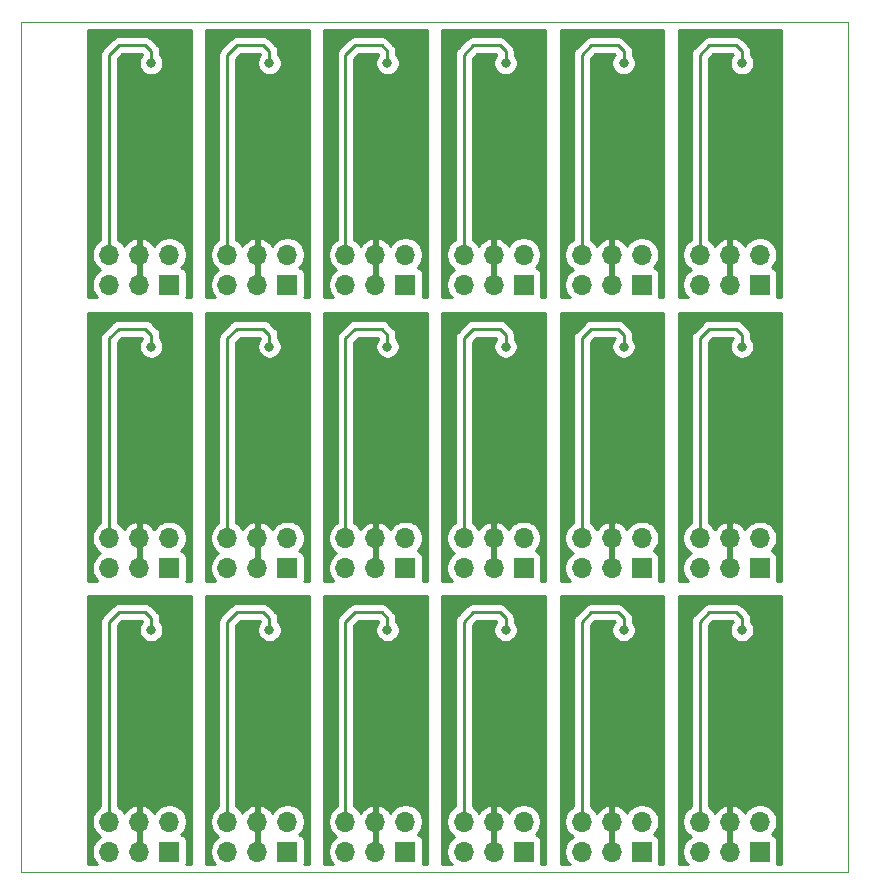
<source format=gbr>
G04 #@! TF.GenerationSoftware,KiCad,Pcbnew,5.1.10-88a1d61d58~90~ubuntu21.04.1*
G04 #@! TF.CreationDate,2021-10-01T11:59:45+02:00*
G04 #@! TF.ProjectId,IndicatorLeds,496e6469-6361-4746-9f72-4c6564732e6b,rev?*
G04 #@! TF.SameCoordinates,Original*
G04 #@! TF.FileFunction,Copper,L2,Bot*
G04 #@! TF.FilePolarity,Positive*
%FSLAX46Y46*%
G04 Gerber Fmt 4.6, Leading zero omitted, Abs format (unit mm)*
G04 Created by KiCad (PCBNEW 5.1.10-88a1d61d58~90~ubuntu21.04.1) date 2021-10-01 11:59:45*
%MOMM*%
%LPD*%
G01*
G04 APERTURE LIST*
G04 #@! TA.AperFunction,Profile*
%ADD10C,0.100000*%
G04 #@! TD*
G04 #@! TA.AperFunction,ComponentPad*
%ADD11R,1.700000X1.700000*%
G04 #@! TD*
G04 #@! TA.AperFunction,ComponentPad*
%ADD12O,1.700000X1.700000*%
G04 #@! TD*
G04 #@! TA.AperFunction,ViaPad*
%ADD13C,0.800000*%
G04 #@! TD*
G04 #@! TA.AperFunction,Conductor*
%ADD14C,0.250000*%
G04 #@! TD*
G04 #@! TA.AperFunction,Conductor*
%ADD15C,0.254000*%
G04 #@! TD*
G04 #@! TA.AperFunction,Conductor*
%ADD16C,0.350000*%
G04 #@! TD*
G04 APERTURE END LIST*
D10*
X45000000Y-49999000D02*
X110000000Y-49999000D01*
X45000000Y-122001000D02*
X45000000Y-49999000D01*
X115001000Y-122001000D02*
X45000000Y-122001000D01*
X115001000Y-49999000D02*
X115001000Y-122001000D01*
X110000000Y-49999000D02*
X115001000Y-49999000D01*
D11*
G04 #@! TO.P,J1,1*
G04 #@! TO.N,Board_18-VCC*
X107529026Y-120261011D03*
D12*
G04 #@! TO.P,J1,2*
X107529026Y-117721011D03*
G04 #@! TO.P,J1,3*
G04 #@! TO.N,Board_18-GND*
X104989026Y-120261011D03*
G04 #@! TO.P,J1,4*
X104989026Y-117721011D03*
G04 #@! TO.P,J1,5*
G04 #@! TO.N,Board_18-/Din*
X102449026Y-120261011D03*
G04 #@! TO.P,J1,6*
G04 #@! TO.N,Board_18-/Dout*
X102449026Y-117721011D03*
G04 #@! TD*
D11*
G04 #@! TO.P,J1,1*
G04 #@! TO.N,Board_17-VCC*
X97529021Y-120261011D03*
D12*
G04 #@! TO.P,J1,2*
X97529021Y-117721011D03*
G04 #@! TO.P,J1,3*
G04 #@! TO.N,Board_17-GND*
X94989021Y-120261011D03*
G04 #@! TO.P,J1,4*
X94989021Y-117721011D03*
G04 #@! TO.P,J1,5*
G04 #@! TO.N,Board_17-/Din*
X92449021Y-120261011D03*
G04 #@! TO.P,J1,6*
G04 #@! TO.N,Board_17-/Dout*
X92449021Y-117721011D03*
G04 #@! TD*
D11*
G04 #@! TO.P,J1,1*
G04 #@! TO.N,Board_16-VCC*
X87529016Y-120261011D03*
D12*
G04 #@! TO.P,J1,2*
X87529016Y-117721011D03*
G04 #@! TO.P,J1,3*
G04 #@! TO.N,Board_16-GND*
X84989016Y-120261011D03*
G04 #@! TO.P,J1,4*
X84989016Y-117721011D03*
G04 #@! TO.P,J1,5*
G04 #@! TO.N,Board_16-/Din*
X82449016Y-120261011D03*
G04 #@! TO.P,J1,6*
G04 #@! TO.N,Board_16-/Dout*
X82449016Y-117721011D03*
G04 #@! TD*
D11*
G04 #@! TO.P,J1,1*
G04 #@! TO.N,Board_15-VCC*
X77529011Y-120261011D03*
D12*
G04 #@! TO.P,J1,2*
X77529011Y-117721011D03*
G04 #@! TO.P,J1,3*
G04 #@! TO.N,Board_15-GND*
X74989011Y-120261011D03*
G04 #@! TO.P,J1,4*
X74989011Y-117721011D03*
G04 #@! TO.P,J1,5*
G04 #@! TO.N,Board_15-/Din*
X72449011Y-120261011D03*
G04 #@! TO.P,J1,6*
G04 #@! TO.N,Board_15-/Dout*
X72449011Y-117721011D03*
G04 #@! TD*
D11*
G04 #@! TO.P,J1,1*
G04 #@! TO.N,Board_14-VCC*
X67529006Y-120261011D03*
D12*
G04 #@! TO.P,J1,2*
X67529006Y-117721011D03*
G04 #@! TO.P,J1,3*
G04 #@! TO.N,Board_14-GND*
X64989006Y-120261011D03*
G04 #@! TO.P,J1,4*
X64989006Y-117721011D03*
G04 #@! TO.P,J1,5*
G04 #@! TO.N,Board_14-/Din*
X62449006Y-120261011D03*
G04 #@! TO.P,J1,6*
G04 #@! TO.N,Board_14-/Dout*
X62449006Y-117721011D03*
G04 #@! TD*
D11*
G04 #@! TO.P,J1,1*
G04 #@! TO.N,Board_13-VCC*
X57529001Y-120261011D03*
D12*
G04 #@! TO.P,J1,2*
X57529001Y-117721011D03*
G04 #@! TO.P,J1,3*
G04 #@! TO.N,Board_13-GND*
X54989001Y-120261011D03*
G04 #@! TO.P,J1,4*
X54989001Y-117721011D03*
G04 #@! TO.P,J1,5*
G04 #@! TO.N,Board_13-/Din*
X52449001Y-120261011D03*
G04 #@! TO.P,J1,6*
G04 #@! TO.N,Board_13-/Dout*
X52449001Y-117721011D03*
G04 #@! TD*
D11*
G04 #@! TO.P,J1,1*
G04 #@! TO.N,Board_12-VCC*
X107529026Y-96261006D03*
D12*
G04 #@! TO.P,J1,2*
X107529026Y-93721006D03*
G04 #@! TO.P,J1,3*
G04 #@! TO.N,Board_12-GND*
X104989026Y-96261006D03*
G04 #@! TO.P,J1,4*
X104989026Y-93721006D03*
G04 #@! TO.P,J1,5*
G04 #@! TO.N,Board_12-/Din*
X102449026Y-96261006D03*
G04 #@! TO.P,J1,6*
G04 #@! TO.N,Board_12-/Dout*
X102449026Y-93721006D03*
G04 #@! TD*
D11*
G04 #@! TO.P,J1,1*
G04 #@! TO.N,Board_11-VCC*
X97529021Y-96261006D03*
D12*
G04 #@! TO.P,J1,2*
X97529021Y-93721006D03*
G04 #@! TO.P,J1,3*
G04 #@! TO.N,Board_11-GND*
X94989021Y-96261006D03*
G04 #@! TO.P,J1,4*
X94989021Y-93721006D03*
G04 #@! TO.P,J1,5*
G04 #@! TO.N,Board_11-/Din*
X92449021Y-96261006D03*
G04 #@! TO.P,J1,6*
G04 #@! TO.N,Board_11-/Dout*
X92449021Y-93721006D03*
G04 #@! TD*
D11*
G04 #@! TO.P,J1,1*
G04 #@! TO.N,Board_10-VCC*
X87529016Y-96261006D03*
D12*
G04 #@! TO.P,J1,2*
X87529016Y-93721006D03*
G04 #@! TO.P,J1,3*
G04 #@! TO.N,Board_10-GND*
X84989016Y-96261006D03*
G04 #@! TO.P,J1,4*
X84989016Y-93721006D03*
G04 #@! TO.P,J1,5*
G04 #@! TO.N,Board_10-/Din*
X82449016Y-96261006D03*
G04 #@! TO.P,J1,6*
G04 #@! TO.N,Board_10-/Dout*
X82449016Y-93721006D03*
G04 #@! TD*
D11*
G04 #@! TO.P,J1,1*
G04 #@! TO.N,Board_9-VCC*
X77529011Y-96261006D03*
D12*
G04 #@! TO.P,J1,2*
X77529011Y-93721006D03*
G04 #@! TO.P,J1,3*
G04 #@! TO.N,Board_9-GND*
X74989011Y-96261006D03*
G04 #@! TO.P,J1,4*
X74989011Y-93721006D03*
G04 #@! TO.P,J1,5*
G04 #@! TO.N,Board_9-/Din*
X72449011Y-96261006D03*
G04 #@! TO.P,J1,6*
G04 #@! TO.N,Board_9-/Dout*
X72449011Y-93721006D03*
G04 #@! TD*
D11*
G04 #@! TO.P,J1,1*
G04 #@! TO.N,Board_8-VCC*
X67529006Y-96261006D03*
D12*
G04 #@! TO.P,J1,2*
X67529006Y-93721006D03*
G04 #@! TO.P,J1,3*
G04 #@! TO.N,Board_8-GND*
X64989006Y-96261006D03*
G04 #@! TO.P,J1,4*
X64989006Y-93721006D03*
G04 #@! TO.P,J1,5*
G04 #@! TO.N,Board_8-/Din*
X62449006Y-96261006D03*
G04 #@! TO.P,J1,6*
G04 #@! TO.N,Board_8-/Dout*
X62449006Y-93721006D03*
G04 #@! TD*
D11*
G04 #@! TO.P,J1,1*
G04 #@! TO.N,Board_7-VCC*
X57529001Y-96261006D03*
D12*
G04 #@! TO.P,J1,2*
X57529001Y-93721006D03*
G04 #@! TO.P,J1,3*
G04 #@! TO.N,Board_7-GND*
X54989001Y-96261006D03*
G04 #@! TO.P,J1,4*
X54989001Y-93721006D03*
G04 #@! TO.P,J1,5*
G04 #@! TO.N,Board_7-/Din*
X52449001Y-96261006D03*
G04 #@! TO.P,J1,6*
G04 #@! TO.N,Board_7-/Dout*
X52449001Y-93721006D03*
G04 #@! TD*
D11*
G04 #@! TO.P,J1,1*
G04 #@! TO.N,Board_6-VCC*
X107529026Y-72261001D03*
D12*
G04 #@! TO.P,J1,2*
X107529026Y-69721001D03*
G04 #@! TO.P,J1,3*
G04 #@! TO.N,Board_6-GND*
X104989026Y-72261001D03*
G04 #@! TO.P,J1,4*
X104989026Y-69721001D03*
G04 #@! TO.P,J1,5*
G04 #@! TO.N,Board_6-/Din*
X102449026Y-72261001D03*
G04 #@! TO.P,J1,6*
G04 #@! TO.N,Board_6-/Dout*
X102449026Y-69721001D03*
G04 #@! TD*
D11*
G04 #@! TO.P,J1,1*
G04 #@! TO.N,Board_5-VCC*
X97529021Y-72261001D03*
D12*
G04 #@! TO.P,J1,2*
X97529021Y-69721001D03*
G04 #@! TO.P,J1,3*
G04 #@! TO.N,Board_5-GND*
X94989021Y-72261001D03*
G04 #@! TO.P,J1,4*
X94989021Y-69721001D03*
G04 #@! TO.P,J1,5*
G04 #@! TO.N,Board_5-/Din*
X92449021Y-72261001D03*
G04 #@! TO.P,J1,6*
G04 #@! TO.N,Board_5-/Dout*
X92449021Y-69721001D03*
G04 #@! TD*
D11*
G04 #@! TO.P,J1,1*
G04 #@! TO.N,Board_4-VCC*
X87529016Y-72261001D03*
D12*
G04 #@! TO.P,J1,2*
X87529016Y-69721001D03*
G04 #@! TO.P,J1,3*
G04 #@! TO.N,Board_4-GND*
X84989016Y-72261001D03*
G04 #@! TO.P,J1,4*
X84989016Y-69721001D03*
G04 #@! TO.P,J1,5*
G04 #@! TO.N,Board_4-/Din*
X82449016Y-72261001D03*
G04 #@! TO.P,J1,6*
G04 #@! TO.N,Board_4-/Dout*
X82449016Y-69721001D03*
G04 #@! TD*
D11*
G04 #@! TO.P,J1,1*
G04 #@! TO.N,Board_3-VCC*
X77529011Y-72261001D03*
D12*
G04 #@! TO.P,J1,2*
X77529011Y-69721001D03*
G04 #@! TO.P,J1,3*
G04 #@! TO.N,Board_3-GND*
X74989011Y-72261001D03*
G04 #@! TO.P,J1,4*
X74989011Y-69721001D03*
G04 #@! TO.P,J1,5*
G04 #@! TO.N,Board_3-/Din*
X72449011Y-72261001D03*
G04 #@! TO.P,J1,6*
G04 #@! TO.N,Board_3-/Dout*
X72449011Y-69721001D03*
G04 #@! TD*
D11*
G04 #@! TO.P,J1,1*
G04 #@! TO.N,Board_2-VCC*
X67529006Y-72261001D03*
D12*
G04 #@! TO.P,J1,2*
X67529006Y-69721001D03*
G04 #@! TO.P,J1,3*
G04 #@! TO.N,Board_2-GND*
X64989006Y-72261001D03*
G04 #@! TO.P,J1,4*
X64989006Y-69721001D03*
G04 #@! TO.P,J1,5*
G04 #@! TO.N,Board_2-/Din*
X62449006Y-72261001D03*
G04 #@! TO.P,J1,6*
G04 #@! TO.N,Board_2-/Dout*
X62449006Y-69721001D03*
G04 #@! TD*
D11*
G04 #@! TO.P,J1,1*
G04 #@! TO.N,Board_1-VCC*
X57529001Y-72261001D03*
D12*
G04 #@! TO.P,J1,2*
X57529001Y-69721001D03*
G04 #@! TO.P,J1,3*
G04 #@! TO.N,Board_1-GND*
X54989001Y-72261001D03*
G04 #@! TO.P,J1,4*
X54989001Y-69721001D03*
G04 #@! TO.P,J1,5*
G04 #@! TO.N,Board_1-/Din*
X52449001Y-72261001D03*
G04 #@! TO.P,J1,6*
G04 #@! TO.N,Board_1-/Dout*
X52449001Y-69721001D03*
G04 #@! TD*
D13*
G04 #@! TO.N,Board_1-/Dout*
X56000001Y-53500001D03*
G04 #@! TO.N,Board_1-GND*
X53973001Y-58418001D03*
X53846001Y-63371001D03*
X54500001Y-54000017D03*
G04 #@! TO.N,Board_2-/Dout*
X66000006Y-53500001D03*
G04 #@! TO.N,Board_2-GND*
X63973006Y-58418001D03*
X63846006Y-63371001D03*
X64500006Y-54000017D03*
G04 #@! TO.N,Board_3-/Dout*
X76000011Y-53500001D03*
G04 #@! TO.N,Board_3-GND*
X73973011Y-58418001D03*
X73846011Y-63371001D03*
X74500011Y-54000017D03*
G04 #@! TO.N,Board_4-/Dout*
X86000016Y-53500001D03*
G04 #@! TO.N,Board_4-GND*
X83973016Y-58418001D03*
X83846016Y-63371001D03*
X84500016Y-54000017D03*
G04 #@! TO.N,Board_5-/Dout*
X96000021Y-53500001D03*
G04 #@! TO.N,Board_5-GND*
X93973021Y-58418001D03*
X93846021Y-63371001D03*
X94500021Y-54000017D03*
G04 #@! TO.N,Board_6-/Dout*
X106000026Y-53500001D03*
G04 #@! TO.N,Board_6-GND*
X103973026Y-58418001D03*
X103846026Y-63371001D03*
X104500026Y-54000017D03*
G04 #@! TO.N,Board_7-/Dout*
X56000001Y-77500006D03*
G04 #@! TO.N,Board_7-GND*
X53973001Y-82418006D03*
X53846001Y-87371006D03*
X54500001Y-78000022D03*
G04 #@! TO.N,Board_8-/Dout*
X66000006Y-77500006D03*
G04 #@! TO.N,Board_8-GND*
X63973006Y-82418006D03*
X63846006Y-87371006D03*
X64500006Y-78000022D03*
G04 #@! TO.N,Board_9-/Dout*
X76000011Y-77500006D03*
G04 #@! TO.N,Board_9-GND*
X73973011Y-82418006D03*
X73846011Y-87371006D03*
X74500011Y-78000022D03*
G04 #@! TO.N,Board_10-/Dout*
X86000016Y-77500006D03*
G04 #@! TO.N,Board_10-GND*
X83973016Y-82418006D03*
X83846016Y-87371006D03*
X84500016Y-78000022D03*
G04 #@! TO.N,Board_11-/Dout*
X96000021Y-77500006D03*
G04 #@! TO.N,Board_11-GND*
X93973021Y-82418006D03*
X93846021Y-87371006D03*
X94500021Y-78000022D03*
G04 #@! TO.N,Board_12-/Dout*
X106000026Y-77500006D03*
G04 #@! TO.N,Board_12-GND*
X103973026Y-82418006D03*
X103846026Y-87371006D03*
X104500026Y-78000022D03*
G04 #@! TO.N,Board_13-/Dout*
X56000001Y-101500011D03*
G04 #@! TO.N,Board_13-GND*
X53973001Y-106418011D03*
X53846001Y-111371011D03*
X54500001Y-102000027D03*
G04 #@! TO.N,Board_14-/Dout*
X66000006Y-101500011D03*
G04 #@! TO.N,Board_14-GND*
X63973006Y-106418011D03*
X63846006Y-111371011D03*
X64500006Y-102000027D03*
G04 #@! TO.N,Board_15-/Dout*
X76000011Y-101500011D03*
G04 #@! TO.N,Board_15-GND*
X73973011Y-106418011D03*
X73846011Y-111371011D03*
X74500011Y-102000027D03*
G04 #@! TO.N,Board_16-/Dout*
X86000016Y-101500011D03*
G04 #@! TO.N,Board_16-GND*
X83973016Y-106418011D03*
X83846016Y-111371011D03*
X84500016Y-102000027D03*
G04 #@! TO.N,Board_17-/Dout*
X96000021Y-101500011D03*
G04 #@! TO.N,Board_17-GND*
X93973021Y-106418011D03*
X93846021Y-111371011D03*
X94500021Y-102000027D03*
G04 #@! TO.N,Board_18-/Dout*
X106000026Y-101500011D03*
G04 #@! TO.N,Board_18-GND*
X103973026Y-106418011D03*
X103846026Y-111371011D03*
X104500026Y-102000027D03*
G04 #@! TD*
D14*
G04 #@! TO.N,Board_1-/Dout*
X56000001Y-52500001D02*
X56000001Y-53500001D01*
X55500001Y-52000001D02*
X56000001Y-52500001D01*
X53250001Y-52000001D02*
X55500001Y-52000001D01*
X52449001Y-52801001D02*
X53250001Y-52000001D01*
X52449001Y-69721001D02*
X52449001Y-52801001D01*
G04 #@! TO.N,Board_2-/Dout*
X66000006Y-52500001D02*
X66000006Y-53500001D01*
X65500006Y-52000001D02*
X66000006Y-52500001D01*
X63250006Y-52000001D02*
X65500006Y-52000001D01*
X62449006Y-52801001D02*
X63250006Y-52000001D01*
X62449006Y-69721001D02*
X62449006Y-52801001D01*
G04 #@! TO.N,Board_3-/Dout*
X76000011Y-52500001D02*
X76000011Y-53500001D01*
X75500011Y-52000001D02*
X76000011Y-52500001D01*
X73250011Y-52000001D02*
X75500011Y-52000001D01*
X72449011Y-52801001D02*
X73250011Y-52000001D01*
X72449011Y-69721001D02*
X72449011Y-52801001D01*
G04 #@! TO.N,Board_4-/Dout*
X86000016Y-52500001D02*
X86000016Y-53500001D01*
X85500016Y-52000001D02*
X86000016Y-52500001D01*
X83250016Y-52000001D02*
X85500016Y-52000001D01*
X82449016Y-52801001D02*
X83250016Y-52000001D01*
X82449016Y-69721001D02*
X82449016Y-52801001D01*
G04 #@! TO.N,Board_5-/Dout*
X96000021Y-52500001D02*
X96000021Y-53500001D01*
X95500021Y-52000001D02*
X96000021Y-52500001D01*
X93250021Y-52000001D02*
X95500021Y-52000001D01*
X92449021Y-52801001D02*
X93250021Y-52000001D01*
X92449021Y-69721001D02*
X92449021Y-52801001D01*
G04 #@! TO.N,Board_6-/Dout*
X106000026Y-52500001D02*
X106000026Y-53500001D01*
X105500026Y-52000001D02*
X106000026Y-52500001D01*
X103250026Y-52000001D02*
X105500026Y-52000001D01*
X102449026Y-52801001D02*
X103250026Y-52000001D01*
X102449026Y-69721001D02*
X102449026Y-52801001D01*
G04 #@! TO.N,Board_7-/Dout*
X56000001Y-76500006D02*
X56000001Y-77500006D01*
X55500001Y-76000006D02*
X56000001Y-76500006D01*
X53250001Y-76000006D02*
X55500001Y-76000006D01*
X52449001Y-76801006D02*
X53250001Y-76000006D01*
X52449001Y-93721006D02*
X52449001Y-76801006D01*
G04 #@! TO.N,Board_8-/Dout*
X66000006Y-76500006D02*
X66000006Y-77500006D01*
X65500006Y-76000006D02*
X66000006Y-76500006D01*
X63250006Y-76000006D02*
X65500006Y-76000006D01*
X62449006Y-76801006D02*
X63250006Y-76000006D01*
X62449006Y-93721006D02*
X62449006Y-76801006D01*
G04 #@! TO.N,Board_9-/Dout*
X76000011Y-76500006D02*
X76000011Y-77500006D01*
X75500011Y-76000006D02*
X76000011Y-76500006D01*
X73250011Y-76000006D02*
X75500011Y-76000006D01*
X72449011Y-76801006D02*
X73250011Y-76000006D01*
X72449011Y-93721006D02*
X72449011Y-76801006D01*
G04 #@! TO.N,Board_10-/Dout*
X86000016Y-76500006D02*
X86000016Y-77500006D01*
X85500016Y-76000006D02*
X86000016Y-76500006D01*
X83250016Y-76000006D02*
X85500016Y-76000006D01*
X82449016Y-76801006D02*
X83250016Y-76000006D01*
X82449016Y-93721006D02*
X82449016Y-76801006D01*
G04 #@! TO.N,Board_11-/Dout*
X96000021Y-76500006D02*
X96000021Y-77500006D01*
X95500021Y-76000006D02*
X96000021Y-76500006D01*
X93250021Y-76000006D02*
X95500021Y-76000006D01*
X92449021Y-76801006D02*
X93250021Y-76000006D01*
X92449021Y-93721006D02*
X92449021Y-76801006D01*
G04 #@! TO.N,Board_12-/Dout*
X106000026Y-76500006D02*
X106000026Y-77500006D01*
X105500026Y-76000006D02*
X106000026Y-76500006D01*
X103250026Y-76000006D02*
X105500026Y-76000006D01*
X102449026Y-76801006D02*
X103250026Y-76000006D01*
X102449026Y-93721006D02*
X102449026Y-76801006D01*
G04 #@! TO.N,Board_13-/Dout*
X56000001Y-100500011D02*
X56000001Y-101500011D01*
X55500001Y-100000011D02*
X56000001Y-100500011D01*
X53250001Y-100000011D02*
X55500001Y-100000011D01*
X52449001Y-100801011D02*
X53250001Y-100000011D01*
X52449001Y-117721011D02*
X52449001Y-100801011D01*
G04 #@! TO.N,Board_14-/Dout*
X66000006Y-100500011D02*
X66000006Y-101500011D01*
X65500006Y-100000011D02*
X66000006Y-100500011D01*
X63250006Y-100000011D02*
X65500006Y-100000011D01*
X62449006Y-100801011D02*
X63250006Y-100000011D01*
X62449006Y-117721011D02*
X62449006Y-100801011D01*
G04 #@! TO.N,Board_15-/Dout*
X76000011Y-100500011D02*
X76000011Y-101500011D01*
X75500011Y-100000011D02*
X76000011Y-100500011D01*
X73250011Y-100000011D02*
X75500011Y-100000011D01*
X72449011Y-100801011D02*
X73250011Y-100000011D01*
X72449011Y-117721011D02*
X72449011Y-100801011D01*
G04 #@! TO.N,Board_16-/Dout*
X86000016Y-100500011D02*
X86000016Y-101500011D01*
X85500016Y-100000011D02*
X86000016Y-100500011D01*
X83250016Y-100000011D02*
X85500016Y-100000011D01*
X82449016Y-100801011D02*
X83250016Y-100000011D01*
X82449016Y-117721011D02*
X82449016Y-100801011D01*
G04 #@! TO.N,Board_17-/Dout*
X96000021Y-100500011D02*
X96000021Y-101500011D01*
X95500021Y-100000011D02*
X96000021Y-100500011D01*
X93250021Y-100000011D02*
X95500021Y-100000011D01*
X92449021Y-100801011D02*
X93250021Y-100000011D01*
X92449021Y-117721011D02*
X92449021Y-100801011D01*
G04 #@! TO.N,Board_18-/Dout*
X106000026Y-100500011D02*
X106000026Y-101500011D01*
X105500026Y-100000011D02*
X106000026Y-100500011D01*
X103250026Y-100000011D02*
X105500026Y-100000011D01*
X102449026Y-100801011D02*
X103250026Y-100000011D01*
X102449026Y-117721011D02*
X102449026Y-100801011D01*
G04 #@! TD*
D15*
G04 #@! TO.N,Board_1-GND*
X59340001Y-73340001D02*
X58973108Y-73340001D01*
X59004813Y-73235483D01*
X59017073Y-73111001D01*
X59017073Y-71411001D01*
X59004813Y-71286519D01*
X58968503Y-71166821D01*
X58909538Y-71056507D01*
X58830186Y-70959816D01*
X58733495Y-70880464D01*
X58623181Y-70821499D01*
X58550621Y-70799488D01*
X58682476Y-70667633D01*
X58844991Y-70424412D01*
X58956933Y-70154159D01*
X59014001Y-69867261D01*
X59014001Y-69574741D01*
X58956933Y-69287843D01*
X58844991Y-69017590D01*
X58682476Y-68774369D01*
X58475633Y-68567526D01*
X58232412Y-68405011D01*
X57962159Y-68293069D01*
X57675261Y-68236001D01*
X57382741Y-68236001D01*
X57095843Y-68293069D01*
X56825590Y-68405011D01*
X56582369Y-68567526D01*
X56375526Y-68774369D01*
X56253806Y-68956535D01*
X56184179Y-68839646D01*
X55989270Y-68623413D01*
X55755921Y-68449360D01*
X55493100Y-68324176D01*
X55345891Y-68279525D01*
X55116001Y-68400846D01*
X55116001Y-69594001D01*
X55136001Y-69594001D01*
X55136001Y-69848001D01*
X55116001Y-69848001D01*
X55116001Y-72134001D01*
X55136001Y-72134001D01*
X55136001Y-72388001D01*
X55116001Y-72388001D01*
X55116001Y-72408001D01*
X54862001Y-72408001D01*
X54862001Y-72388001D01*
X54842001Y-72388001D01*
X54842001Y-72134001D01*
X54862001Y-72134001D01*
X54862001Y-69848001D01*
X54842001Y-69848001D01*
X54842001Y-69594001D01*
X54862001Y-69594001D01*
X54862001Y-68400846D01*
X54632111Y-68279525D01*
X54484902Y-68324176D01*
X54222081Y-68449360D01*
X53988732Y-68623413D01*
X53793823Y-68839646D01*
X53724196Y-68956535D01*
X53602476Y-68774369D01*
X53395633Y-68567526D01*
X53209001Y-68442823D01*
X53209001Y-53115802D01*
X53564803Y-52760001D01*
X55185200Y-52760001D01*
X55230745Y-52805546D01*
X55196064Y-52840227D01*
X55082796Y-53009745D01*
X55004775Y-53198103D01*
X54965001Y-53398062D01*
X54965001Y-53601940D01*
X55004775Y-53801899D01*
X55082796Y-53990257D01*
X55196064Y-54159775D01*
X55340227Y-54303938D01*
X55509745Y-54417206D01*
X55698103Y-54495227D01*
X55898062Y-54535001D01*
X56101940Y-54535001D01*
X56301899Y-54495227D01*
X56490257Y-54417206D01*
X56659775Y-54303938D01*
X56803938Y-54159775D01*
X56917206Y-53990257D01*
X56995227Y-53801899D01*
X57035001Y-53601940D01*
X57035001Y-53398062D01*
X56995227Y-53198103D01*
X56917206Y-53009745D01*
X56803938Y-52840227D01*
X56760001Y-52796290D01*
X56760001Y-52537326D01*
X56763677Y-52500001D01*
X56760001Y-52462676D01*
X56760001Y-52462668D01*
X56749004Y-52351015D01*
X56705547Y-52207754D01*
X56634975Y-52075725D01*
X56540002Y-51960000D01*
X56510999Y-51936198D01*
X56063805Y-51489004D01*
X56040002Y-51460000D01*
X55924277Y-51365027D01*
X55792248Y-51294455D01*
X55648987Y-51250998D01*
X55537334Y-51240001D01*
X55537323Y-51240001D01*
X55500001Y-51236325D01*
X55462679Y-51240001D01*
X53287323Y-51240001D01*
X53250000Y-51236325D01*
X53212677Y-51240001D01*
X53212668Y-51240001D01*
X53101015Y-51250998D01*
X52957754Y-51294455D01*
X52825724Y-51365027D01*
X52742084Y-51433669D01*
X52710000Y-51460000D01*
X52686202Y-51488999D01*
X51937999Y-52237202D01*
X51909001Y-52261000D01*
X51885203Y-52289998D01*
X51885202Y-52289999D01*
X51814027Y-52376725D01*
X51743455Y-52508755D01*
X51742773Y-52511004D01*
X51699999Y-52652015D01*
X51690446Y-52749004D01*
X51685325Y-52801001D01*
X51689002Y-52838334D01*
X51689001Y-68442822D01*
X51502369Y-68567526D01*
X51295526Y-68774369D01*
X51133011Y-69017590D01*
X51021069Y-69287843D01*
X50964001Y-69574741D01*
X50964001Y-69867261D01*
X51021069Y-70154159D01*
X51133011Y-70424412D01*
X51295526Y-70667633D01*
X51502369Y-70874476D01*
X51676761Y-70991001D01*
X51502369Y-71107526D01*
X51295526Y-71314369D01*
X51133011Y-71557590D01*
X51021069Y-71827843D01*
X50964001Y-72114741D01*
X50964001Y-72407261D01*
X51021069Y-72694159D01*
X51133011Y-72964412D01*
X51295526Y-73207633D01*
X51427894Y-73340001D01*
X50660001Y-73340001D01*
X50660001Y-50660001D01*
X59340002Y-50660001D01*
X59340001Y-73340001D01*
G04 #@! TA.AperFunction,Conductor*
D16*
G36*
X59340001Y-73340001D02*
G01*
X58973108Y-73340001D01*
X59004813Y-73235483D01*
X59017073Y-73111001D01*
X59017073Y-71411001D01*
X59004813Y-71286519D01*
X58968503Y-71166821D01*
X58909538Y-71056507D01*
X58830186Y-70959816D01*
X58733495Y-70880464D01*
X58623181Y-70821499D01*
X58550621Y-70799488D01*
X58682476Y-70667633D01*
X58844991Y-70424412D01*
X58956933Y-70154159D01*
X59014001Y-69867261D01*
X59014001Y-69574741D01*
X58956933Y-69287843D01*
X58844991Y-69017590D01*
X58682476Y-68774369D01*
X58475633Y-68567526D01*
X58232412Y-68405011D01*
X57962159Y-68293069D01*
X57675261Y-68236001D01*
X57382741Y-68236001D01*
X57095843Y-68293069D01*
X56825590Y-68405011D01*
X56582369Y-68567526D01*
X56375526Y-68774369D01*
X56253806Y-68956535D01*
X56184179Y-68839646D01*
X55989270Y-68623413D01*
X55755921Y-68449360D01*
X55493100Y-68324176D01*
X55345891Y-68279525D01*
X55116001Y-68400846D01*
X55116001Y-69594001D01*
X55136001Y-69594001D01*
X55136001Y-69848001D01*
X55116001Y-69848001D01*
X55116001Y-72134001D01*
X55136001Y-72134001D01*
X55136001Y-72388001D01*
X55116001Y-72388001D01*
X55116001Y-72408001D01*
X54862001Y-72408001D01*
X54862001Y-72388001D01*
X54842001Y-72388001D01*
X54842001Y-72134001D01*
X54862001Y-72134001D01*
X54862001Y-69848001D01*
X54842001Y-69848001D01*
X54842001Y-69594001D01*
X54862001Y-69594001D01*
X54862001Y-68400846D01*
X54632111Y-68279525D01*
X54484902Y-68324176D01*
X54222081Y-68449360D01*
X53988732Y-68623413D01*
X53793823Y-68839646D01*
X53724196Y-68956535D01*
X53602476Y-68774369D01*
X53395633Y-68567526D01*
X53209001Y-68442823D01*
X53209001Y-53115802D01*
X53564803Y-52760001D01*
X55185200Y-52760001D01*
X55230745Y-52805546D01*
X55196064Y-52840227D01*
X55082796Y-53009745D01*
X55004775Y-53198103D01*
X54965001Y-53398062D01*
X54965001Y-53601940D01*
X55004775Y-53801899D01*
X55082796Y-53990257D01*
X55196064Y-54159775D01*
X55340227Y-54303938D01*
X55509745Y-54417206D01*
X55698103Y-54495227D01*
X55898062Y-54535001D01*
X56101940Y-54535001D01*
X56301899Y-54495227D01*
X56490257Y-54417206D01*
X56659775Y-54303938D01*
X56803938Y-54159775D01*
X56917206Y-53990257D01*
X56995227Y-53801899D01*
X57035001Y-53601940D01*
X57035001Y-53398062D01*
X56995227Y-53198103D01*
X56917206Y-53009745D01*
X56803938Y-52840227D01*
X56760001Y-52796290D01*
X56760001Y-52537326D01*
X56763677Y-52500001D01*
X56760001Y-52462676D01*
X56760001Y-52462668D01*
X56749004Y-52351015D01*
X56705547Y-52207754D01*
X56634975Y-52075725D01*
X56540002Y-51960000D01*
X56510999Y-51936198D01*
X56063805Y-51489004D01*
X56040002Y-51460000D01*
X55924277Y-51365027D01*
X55792248Y-51294455D01*
X55648987Y-51250998D01*
X55537334Y-51240001D01*
X55537323Y-51240001D01*
X55500001Y-51236325D01*
X55462679Y-51240001D01*
X53287323Y-51240001D01*
X53250000Y-51236325D01*
X53212677Y-51240001D01*
X53212668Y-51240001D01*
X53101015Y-51250998D01*
X52957754Y-51294455D01*
X52825724Y-51365027D01*
X52742084Y-51433669D01*
X52710000Y-51460000D01*
X52686202Y-51488999D01*
X51937999Y-52237202D01*
X51909001Y-52261000D01*
X51885203Y-52289998D01*
X51885202Y-52289999D01*
X51814027Y-52376725D01*
X51743455Y-52508755D01*
X51742773Y-52511004D01*
X51699999Y-52652015D01*
X51690446Y-52749004D01*
X51685325Y-52801001D01*
X51689002Y-52838334D01*
X51689001Y-68442822D01*
X51502369Y-68567526D01*
X51295526Y-68774369D01*
X51133011Y-69017590D01*
X51021069Y-69287843D01*
X50964001Y-69574741D01*
X50964001Y-69867261D01*
X51021069Y-70154159D01*
X51133011Y-70424412D01*
X51295526Y-70667633D01*
X51502369Y-70874476D01*
X51676761Y-70991001D01*
X51502369Y-71107526D01*
X51295526Y-71314369D01*
X51133011Y-71557590D01*
X51021069Y-71827843D01*
X50964001Y-72114741D01*
X50964001Y-72407261D01*
X51021069Y-72694159D01*
X51133011Y-72964412D01*
X51295526Y-73207633D01*
X51427894Y-73340001D01*
X50660001Y-73340001D01*
X50660001Y-50660001D01*
X59340002Y-50660001D01*
X59340001Y-73340001D01*
G37*
G04 #@! TD.AperFunction*
G04 #@! TD*
D15*
G04 #@! TO.N,Board_2-GND*
X69340006Y-73340001D02*
X68973113Y-73340001D01*
X69004818Y-73235483D01*
X69017078Y-73111001D01*
X69017078Y-71411001D01*
X69004818Y-71286519D01*
X68968508Y-71166821D01*
X68909543Y-71056507D01*
X68830191Y-70959816D01*
X68733500Y-70880464D01*
X68623186Y-70821499D01*
X68550626Y-70799488D01*
X68682481Y-70667633D01*
X68844996Y-70424412D01*
X68956938Y-70154159D01*
X69014006Y-69867261D01*
X69014006Y-69574741D01*
X68956938Y-69287843D01*
X68844996Y-69017590D01*
X68682481Y-68774369D01*
X68475638Y-68567526D01*
X68232417Y-68405011D01*
X67962164Y-68293069D01*
X67675266Y-68236001D01*
X67382746Y-68236001D01*
X67095848Y-68293069D01*
X66825595Y-68405011D01*
X66582374Y-68567526D01*
X66375531Y-68774369D01*
X66253811Y-68956535D01*
X66184184Y-68839646D01*
X65989275Y-68623413D01*
X65755926Y-68449360D01*
X65493105Y-68324176D01*
X65345896Y-68279525D01*
X65116006Y-68400846D01*
X65116006Y-69594001D01*
X65136006Y-69594001D01*
X65136006Y-69848001D01*
X65116006Y-69848001D01*
X65116006Y-72134001D01*
X65136006Y-72134001D01*
X65136006Y-72388001D01*
X65116006Y-72388001D01*
X65116006Y-72408001D01*
X64862006Y-72408001D01*
X64862006Y-72388001D01*
X64842006Y-72388001D01*
X64842006Y-72134001D01*
X64862006Y-72134001D01*
X64862006Y-69848001D01*
X64842006Y-69848001D01*
X64842006Y-69594001D01*
X64862006Y-69594001D01*
X64862006Y-68400846D01*
X64632116Y-68279525D01*
X64484907Y-68324176D01*
X64222086Y-68449360D01*
X63988737Y-68623413D01*
X63793828Y-68839646D01*
X63724201Y-68956535D01*
X63602481Y-68774369D01*
X63395638Y-68567526D01*
X63209006Y-68442823D01*
X63209006Y-53115802D01*
X63564808Y-52760001D01*
X65185205Y-52760001D01*
X65230750Y-52805546D01*
X65196069Y-52840227D01*
X65082801Y-53009745D01*
X65004780Y-53198103D01*
X64965006Y-53398062D01*
X64965006Y-53601940D01*
X65004780Y-53801899D01*
X65082801Y-53990257D01*
X65196069Y-54159775D01*
X65340232Y-54303938D01*
X65509750Y-54417206D01*
X65698108Y-54495227D01*
X65898067Y-54535001D01*
X66101945Y-54535001D01*
X66301904Y-54495227D01*
X66490262Y-54417206D01*
X66659780Y-54303938D01*
X66803943Y-54159775D01*
X66917211Y-53990257D01*
X66995232Y-53801899D01*
X67035006Y-53601940D01*
X67035006Y-53398062D01*
X66995232Y-53198103D01*
X66917211Y-53009745D01*
X66803943Y-52840227D01*
X66760006Y-52796290D01*
X66760006Y-52537326D01*
X66763682Y-52500001D01*
X66760006Y-52462676D01*
X66760006Y-52462668D01*
X66749009Y-52351015D01*
X66705552Y-52207754D01*
X66634980Y-52075725D01*
X66540007Y-51960000D01*
X66511004Y-51936198D01*
X66063810Y-51489004D01*
X66040007Y-51460000D01*
X65924282Y-51365027D01*
X65792253Y-51294455D01*
X65648992Y-51250998D01*
X65537339Y-51240001D01*
X65537328Y-51240001D01*
X65500006Y-51236325D01*
X65462684Y-51240001D01*
X63287328Y-51240001D01*
X63250005Y-51236325D01*
X63212682Y-51240001D01*
X63212673Y-51240001D01*
X63101020Y-51250998D01*
X62957759Y-51294455D01*
X62825729Y-51365027D01*
X62742089Y-51433669D01*
X62710005Y-51460000D01*
X62686207Y-51488999D01*
X61938004Y-52237202D01*
X61909006Y-52261000D01*
X61885208Y-52289998D01*
X61885207Y-52289999D01*
X61814032Y-52376725D01*
X61743460Y-52508755D01*
X61742778Y-52511004D01*
X61700004Y-52652015D01*
X61690451Y-52749004D01*
X61685330Y-52801001D01*
X61689007Y-52838334D01*
X61689006Y-68442822D01*
X61502374Y-68567526D01*
X61295531Y-68774369D01*
X61133016Y-69017590D01*
X61021074Y-69287843D01*
X60964006Y-69574741D01*
X60964006Y-69867261D01*
X61021074Y-70154159D01*
X61133016Y-70424412D01*
X61295531Y-70667633D01*
X61502374Y-70874476D01*
X61676766Y-70991001D01*
X61502374Y-71107526D01*
X61295531Y-71314369D01*
X61133016Y-71557590D01*
X61021074Y-71827843D01*
X60964006Y-72114741D01*
X60964006Y-72407261D01*
X61021074Y-72694159D01*
X61133016Y-72964412D01*
X61295531Y-73207633D01*
X61427899Y-73340001D01*
X60660006Y-73340001D01*
X60660006Y-50660001D01*
X69340007Y-50660001D01*
X69340006Y-73340001D01*
G04 #@! TA.AperFunction,Conductor*
D16*
G36*
X69340006Y-73340001D02*
G01*
X68973113Y-73340001D01*
X69004818Y-73235483D01*
X69017078Y-73111001D01*
X69017078Y-71411001D01*
X69004818Y-71286519D01*
X68968508Y-71166821D01*
X68909543Y-71056507D01*
X68830191Y-70959816D01*
X68733500Y-70880464D01*
X68623186Y-70821499D01*
X68550626Y-70799488D01*
X68682481Y-70667633D01*
X68844996Y-70424412D01*
X68956938Y-70154159D01*
X69014006Y-69867261D01*
X69014006Y-69574741D01*
X68956938Y-69287843D01*
X68844996Y-69017590D01*
X68682481Y-68774369D01*
X68475638Y-68567526D01*
X68232417Y-68405011D01*
X67962164Y-68293069D01*
X67675266Y-68236001D01*
X67382746Y-68236001D01*
X67095848Y-68293069D01*
X66825595Y-68405011D01*
X66582374Y-68567526D01*
X66375531Y-68774369D01*
X66253811Y-68956535D01*
X66184184Y-68839646D01*
X65989275Y-68623413D01*
X65755926Y-68449360D01*
X65493105Y-68324176D01*
X65345896Y-68279525D01*
X65116006Y-68400846D01*
X65116006Y-69594001D01*
X65136006Y-69594001D01*
X65136006Y-69848001D01*
X65116006Y-69848001D01*
X65116006Y-72134001D01*
X65136006Y-72134001D01*
X65136006Y-72388001D01*
X65116006Y-72388001D01*
X65116006Y-72408001D01*
X64862006Y-72408001D01*
X64862006Y-72388001D01*
X64842006Y-72388001D01*
X64842006Y-72134001D01*
X64862006Y-72134001D01*
X64862006Y-69848001D01*
X64842006Y-69848001D01*
X64842006Y-69594001D01*
X64862006Y-69594001D01*
X64862006Y-68400846D01*
X64632116Y-68279525D01*
X64484907Y-68324176D01*
X64222086Y-68449360D01*
X63988737Y-68623413D01*
X63793828Y-68839646D01*
X63724201Y-68956535D01*
X63602481Y-68774369D01*
X63395638Y-68567526D01*
X63209006Y-68442823D01*
X63209006Y-53115802D01*
X63564808Y-52760001D01*
X65185205Y-52760001D01*
X65230750Y-52805546D01*
X65196069Y-52840227D01*
X65082801Y-53009745D01*
X65004780Y-53198103D01*
X64965006Y-53398062D01*
X64965006Y-53601940D01*
X65004780Y-53801899D01*
X65082801Y-53990257D01*
X65196069Y-54159775D01*
X65340232Y-54303938D01*
X65509750Y-54417206D01*
X65698108Y-54495227D01*
X65898067Y-54535001D01*
X66101945Y-54535001D01*
X66301904Y-54495227D01*
X66490262Y-54417206D01*
X66659780Y-54303938D01*
X66803943Y-54159775D01*
X66917211Y-53990257D01*
X66995232Y-53801899D01*
X67035006Y-53601940D01*
X67035006Y-53398062D01*
X66995232Y-53198103D01*
X66917211Y-53009745D01*
X66803943Y-52840227D01*
X66760006Y-52796290D01*
X66760006Y-52537326D01*
X66763682Y-52500001D01*
X66760006Y-52462676D01*
X66760006Y-52462668D01*
X66749009Y-52351015D01*
X66705552Y-52207754D01*
X66634980Y-52075725D01*
X66540007Y-51960000D01*
X66511004Y-51936198D01*
X66063810Y-51489004D01*
X66040007Y-51460000D01*
X65924282Y-51365027D01*
X65792253Y-51294455D01*
X65648992Y-51250998D01*
X65537339Y-51240001D01*
X65537328Y-51240001D01*
X65500006Y-51236325D01*
X65462684Y-51240001D01*
X63287328Y-51240001D01*
X63250005Y-51236325D01*
X63212682Y-51240001D01*
X63212673Y-51240001D01*
X63101020Y-51250998D01*
X62957759Y-51294455D01*
X62825729Y-51365027D01*
X62742089Y-51433669D01*
X62710005Y-51460000D01*
X62686207Y-51488999D01*
X61938004Y-52237202D01*
X61909006Y-52261000D01*
X61885208Y-52289998D01*
X61885207Y-52289999D01*
X61814032Y-52376725D01*
X61743460Y-52508755D01*
X61742778Y-52511004D01*
X61700004Y-52652015D01*
X61690451Y-52749004D01*
X61685330Y-52801001D01*
X61689007Y-52838334D01*
X61689006Y-68442822D01*
X61502374Y-68567526D01*
X61295531Y-68774369D01*
X61133016Y-69017590D01*
X61021074Y-69287843D01*
X60964006Y-69574741D01*
X60964006Y-69867261D01*
X61021074Y-70154159D01*
X61133016Y-70424412D01*
X61295531Y-70667633D01*
X61502374Y-70874476D01*
X61676766Y-70991001D01*
X61502374Y-71107526D01*
X61295531Y-71314369D01*
X61133016Y-71557590D01*
X61021074Y-71827843D01*
X60964006Y-72114741D01*
X60964006Y-72407261D01*
X61021074Y-72694159D01*
X61133016Y-72964412D01*
X61295531Y-73207633D01*
X61427899Y-73340001D01*
X60660006Y-73340001D01*
X60660006Y-50660001D01*
X69340007Y-50660001D01*
X69340006Y-73340001D01*
G37*
G04 #@! TD.AperFunction*
G04 #@! TD*
D15*
G04 #@! TO.N,Board_3-GND*
X79340011Y-73340001D02*
X78973118Y-73340001D01*
X79004823Y-73235483D01*
X79017083Y-73111001D01*
X79017083Y-71411001D01*
X79004823Y-71286519D01*
X78968513Y-71166821D01*
X78909548Y-71056507D01*
X78830196Y-70959816D01*
X78733505Y-70880464D01*
X78623191Y-70821499D01*
X78550631Y-70799488D01*
X78682486Y-70667633D01*
X78845001Y-70424412D01*
X78956943Y-70154159D01*
X79014011Y-69867261D01*
X79014011Y-69574741D01*
X78956943Y-69287843D01*
X78845001Y-69017590D01*
X78682486Y-68774369D01*
X78475643Y-68567526D01*
X78232422Y-68405011D01*
X77962169Y-68293069D01*
X77675271Y-68236001D01*
X77382751Y-68236001D01*
X77095853Y-68293069D01*
X76825600Y-68405011D01*
X76582379Y-68567526D01*
X76375536Y-68774369D01*
X76253816Y-68956535D01*
X76184189Y-68839646D01*
X75989280Y-68623413D01*
X75755931Y-68449360D01*
X75493110Y-68324176D01*
X75345901Y-68279525D01*
X75116011Y-68400846D01*
X75116011Y-69594001D01*
X75136011Y-69594001D01*
X75136011Y-69848001D01*
X75116011Y-69848001D01*
X75116011Y-72134001D01*
X75136011Y-72134001D01*
X75136011Y-72388001D01*
X75116011Y-72388001D01*
X75116011Y-72408001D01*
X74862011Y-72408001D01*
X74862011Y-72388001D01*
X74842011Y-72388001D01*
X74842011Y-72134001D01*
X74862011Y-72134001D01*
X74862011Y-69848001D01*
X74842011Y-69848001D01*
X74842011Y-69594001D01*
X74862011Y-69594001D01*
X74862011Y-68400846D01*
X74632121Y-68279525D01*
X74484912Y-68324176D01*
X74222091Y-68449360D01*
X73988742Y-68623413D01*
X73793833Y-68839646D01*
X73724206Y-68956535D01*
X73602486Y-68774369D01*
X73395643Y-68567526D01*
X73209011Y-68442823D01*
X73209011Y-53115802D01*
X73564813Y-52760001D01*
X75185210Y-52760001D01*
X75230755Y-52805546D01*
X75196074Y-52840227D01*
X75082806Y-53009745D01*
X75004785Y-53198103D01*
X74965011Y-53398062D01*
X74965011Y-53601940D01*
X75004785Y-53801899D01*
X75082806Y-53990257D01*
X75196074Y-54159775D01*
X75340237Y-54303938D01*
X75509755Y-54417206D01*
X75698113Y-54495227D01*
X75898072Y-54535001D01*
X76101950Y-54535001D01*
X76301909Y-54495227D01*
X76490267Y-54417206D01*
X76659785Y-54303938D01*
X76803948Y-54159775D01*
X76917216Y-53990257D01*
X76995237Y-53801899D01*
X77035011Y-53601940D01*
X77035011Y-53398062D01*
X76995237Y-53198103D01*
X76917216Y-53009745D01*
X76803948Y-52840227D01*
X76760011Y-52796290D01*
X76760011Y-52537326D01*
X76763687Y-52500001D01*
X76760011Y-52462676D01*
X76760011Y-52462668D01*
X76749014Y-52351015D01*
X76705557Y-52207754D01*
X76634985Y-52075725D01*
X76540012Y-51960000D01*
X76511009Y-51936198D01*
X76063815Y-51489004D01*
X76040012Y-51460000D01*
X75924287Y-51365027D01*
X75792258Y-51294455D01*
X75648997Y-51250998D01*
X75537344Y-51240001D01*
X75537333Y-51240001D01*
X75500011Y-51236325D01*
X75462689Y-51240001D01*
X73287333Y-51240001D01*
X73250010Y-51236325D01*
X73212687Y-51240001D01*
X73212678Y-51240001D01*
X73101025Y-51250998D01*
X72957764Y-51294455D01*
X72825734Y-51365027D01*
X72742094Y-51433669D01*
X72710010Y-51460000D01*
X72686212Y-51488999D01*
X71938009Y-52237202D01*
X71909011Y-52261000D01*
X71885213Y-52289998D01*
X71885212Y-52289999D01*
X71814037Y-52376725D01*
X71743465Y-52508755D01*
X71742783Y-52511004D01*
X71700009Y-52652015D01*
X71690456Y-52749004D01*
X71685335Y-52801001D01*
X71689012Y-52838334D01*
X71689011Y-68442822D01*
X71502379Y-68567526D01*
X71295536Y-68774369D01*
X71133021Y-69017590D01*
X71021079Y-69287843D01*
X70964011Y-69574741D01*
X70964011Y-69867261D01*
X71021079Y-70154159D01*
X71133021Y-70424412D01*
X71295536Y-70667633D01*
X71502379Y-70874476D01*
X71676771Y-70991001D01*
X71502379Y-71107526D01*
X71295536Y-71314369D01*
X71133021Y-71557590D01*
X71021079Y-71827843D01*
X70964011Y-72114741D01*
X70964011Y-72407261D01*
X71021079Y-72694159D01*
X71133021Y-72964412D01*
X71295536Y-73207633D01*
X71427904Y-73340001D01*
X70660011Y-73340001D01*
X70660011Y-50660001D01*
X79340012Y-50660001D01*
X79340011Y-73340001D01*
G04 #@! TA.AperFunction,Conductor*
D16*
G36*
X79340011Y-73340001D02*
G01*
X78973118Y-73340001D01*
X79004823Y-73235483D01*
X79017083Y-73111001D01*
X79017083Y-71411001D01*
X79004823Y-71286519D01*
X78968513Y-71166821D01*
X78909548Y-71056507D01*
X78830196Y-70959816D01*
X78733505Y-70880464D01*
X78623191Y-70821499D01*
X78550631Y-70799488D01*
X78682486Y-70667633D01*
X78845001Y-70424412D01*
X78956943Y-70154159D01*
X79014011Y-69867261D01*
X79014011Y-69574741D01*
X78956943Y-69287843D01*
X78845001Y-69017590D01*
X78682486Y-68774369D01*
X78475643Y-68567526D01*
X78232422Y-68405011D01*
X77962169Y-68293069D01*
X77675271Y-68236001D01*
X77382751Y-68236001D01*
X77095853Y-68293069D01*
X76825600Y-68405011D01*
X76582379Y-68567526D01*
X76375536Y-68774369D01*
X76253816Y-68956535D01*
X76184189Y-68839646D01*
X75989280Y-68623413D01*
X75755931Y-68449360D01*
X75493110Y-68324176D01*
X75345901Y-68279525D01*
X75116011Y-68400846D01*
X75116011Y-69594001D01*
X75136011Y-69594001D01*
X75136011Y-69848001D01*
X75116011Y-69848001D01*
X75116011Y-72134001D01*
X75136011Y-72134001D01*
X75136011Y-72388001D01*
X75116011Y-72388001D01*
X75116011Y-72408001D01*
X74862011Y-72408001D01*
X74862011Y-72388001D01*
X74842011Y-72388001D01*
X74842011Y-72134001D01*
X74862011Y-72134001D01*
X74862011Y-69848001D01*
X74842011Y-69848001D01*
X74842011Y-69594001D01*
X74862011Y-69594001D01*
X74862011Y-68400846D01*
X74632121Y-68279525D01*
X74484912Y-68324176D01*
X74222091Y-68449360D01*
X73988742Y-68623413D01*
X73793833Y-68839646D01*
X73724206Y-68956535D01*
X73602486Y-68774369D01*
X73395643Y-68567526D01*
X73209011Y-68442823D01*
X73209011Y-53115802D01*
X73564813Y-52760001D01*
X75185210Y-52760001D01*
X75230755Y-52805546D01*
X75196074Y-52840227D01*
X75082806Y-53009745D01*
X75004785Y-53198103D01*
X74965011Y-53398062D01*
X74965011Y-53601940D01*
X75004785Y-53801899D01*
X75082806Y-53990257D01*
X75196074Y-54159775D01*
X75340237Y-54303938D01*
X75509755Y-54417206D01*
X75698113Y-54495227D01*
X75898072Y-54535001D01*
X76101950Y-54535001D01*
X76301909Y-54495227D01*
X76490267Y-54417206D01*
X76659785Y-54303938D01*
X76803948Y-54159775D01*
X76917216Y-53990257D01*
X76995237Y-53801899D01*
X77035011Y-53601940D01*
X77035011Y-53398062D01*
X76995237Y-53198103D01*
X76917216Y-53009745D01*
X76803948Y-52840227D01*
X76760011Y-52796290D01*
X76760011Y-52537326D01*
X76763687Y-52500001D01*
X76760011Y-52462676D01*
X76760011Y-52462668D01*
X76749014Y-52351015D01*
X76705557Y-52207754D01*
X76634985Y-52075725D01*
X76540012Y-51960000D01*
X76511009Y-51936198D01*
X76063815Y-51489004D01*
X76040012Y-51460000D01*
X75924287Y-51365027D01*
X75792258Y-51294455D01*
X75648997Y-51250998D01*
X75537344Y-51240001D01*
X75537333Y-51240001D01*
X75500011Y-51236325D01*
X75462689Y-51240001D01*
X73287333Y-51240001D01*
X73250010Y-51236325D01*
X73212687Y-51240001D01*
X73212678Y-51240001D01*
X73101025Y-51250998D01*
X72957764Y-51294455D01*
X72825734Y-51365027D01*
X72742094Y-51433669D01*
X72710010Y-51460000D01*
X72686212Y-51488999D01*
X71938009Y-52237202D01*
X71909011Y-52261000D01*
X71885213Y-52289998D01*
X71885212Y-52289999D01*
X71814037Y-52376725D01*
X71743465Y-52508755D01*
X71742783Y-52511004D01*
X71700009Y-52652015D01*
X71690456Y-52749004D01*
X71685335Y-52801001D01*
X71689012Y-52838334D01*
X71689011Y-68442822D01*
X71502379Y-68567526D01*
X71295536Y-68774369D01*
X71133021Y-69017590D01*
X71021079Y-69287843D01*
X70964011Y-69574741D01*
X70964011Y-69867261D01*
X71021079Y-70154159D01*
X71133021Y-70424412D01*
X71295536Y-70667633D01*
X71502379Y-70874476D01*
X71676771Y-70991001D01*
X71502379Y-71107526D01*
X71295536Y-71314369D01*
X71133021Y-71557590D01*
X71021079Y-71827843D01*
X70964011Y-72114741D01*
X70964011Y-72407261D01*
X71021079Y-72694159D01*
X71133021Y-72964412D01*
X71295536Y-73207633D01*
X71427904Y-73340001D01*
X70660011Y-73340001D01*
X70660011Y-50660001D01*
X79340012Y-50660001D01*
X79340011Y-73340001D01*
G37*
G04 #@! TD.AperFunction*
G04 #@! TD*
D15*
G04 #@! TO.N,Board_4-GND*
X89340016Y-73340001D02*
X88973123Y-73340001D01*
X89004828Y-73235483D01*
X89017088Y-73111001D01*
X89017088Y-71411001D01*
X89004828Y-71286519D01*
X88968518Y-71166821D01*
X88909553Y-71056507D01*
X88830201Y-70959816D01*
X88733510Y-70880464D01*
X88623196Y-70821499D01*
X88550636Y-70799488D01*
X88682491Y-70667633D01*
X88845006Y-70424412D01*
X88956948Y-70154159D01*
X89014016Y-69867261D01*
X89014016Y-69574741D01*
X88956948Y-69287843D01*
X88845006Y-69017590D01*
X88682491Y-68774369D01*
X88475648Y-68567526D01*
X88232427Y-68405011D01*
X87962174Y-68293069D01*
X87675276Y-68236001D01*
X87382756Y-68236001D01*
X87095858Y-68293069D01*
X86825605Y-68405011D01*
X86582384Y-68567526D01*
X86375541Y-68774369D01*
X86253821Y-68956535D01*
X86184194Y-68839646D01*
X85989285Y-68623413D01*
X85755936Y-68449360D01*
X85493115Y-68324176D01*
X85345906Y-68279525D01*
X85116016Y-68400846D01*
X85116016Y-69594001D01*
X85136016Y-69594001D01*
X85136016Y-69848001D01*
X85116016Y-69848001D01*
X85116016Y-72134001D01*
X85136016Y-72134001D01*
X85136016Y-72388001D01*
X85116016Y-72388001D01*
X85116016Y-72408001D01*
X84862016Y-72408001D01*
X84862016Y-72388001D01*
X84842016Y-72388001D01*
X84842016Y-72134001D01*
X84862016Y-72134001D01*
X84862016Y-69848001D01*
X84842016Y-69848001D01*
X84842016Y-69594001D01*
X84862016Y-69594001D01*
X84862016Y-68400846D01*
X84632126Y-68279525D01*
X84484917Y-68324176D01*
X84222096Y-68449360D01*
X83988747Y-68623413D01*
X83793838Y-68839646D01*
X83724211Y-68956535D01*
X83602491Y-68774369D01*
X83395648Y-68567526D01*
X83209016Y-68442823D01*
X83209016Y-53115802D01*
X83564818Y-52760001D01*
X85185215Y-52760001D01*
X85230760Y-52805546D01*
X85196079Y-52840227D01*
X85082811Y-53009745D01*
X85004790Y-53198103D01*
X84965016Y-53398062D01*
X84965016Y-53601940D01*
X85004790Y-53801899D01*
X85082811Y-53990257D01*
X85196079Y-54159775D01*
X85340242Y-54303938D01*
X85509760Y-54417206D01*
X85698118Y-54495227D01*
X85898077Y-54535001D01*
X86101955Y-54535001D01*
X86301914Y-54495227D01*
X86490272Y-54417206D01*
X86659790Y-54303938D01*
X86803953Y-54159775D01*
X86917221Y-53990257D01*
X86995242Y-53801899D01*
X87035016Y-53601940D01*
X87035016Y-53398062D01*
X86995242Y-53198103D01*
X86917221Y-53009745D01*
X86803953Y-52840227D01*
X86760016Y-52796290D01*
X86760016Y-52537326D01*
X86763692Y-52500001D01*
X86760016Y-52462676D01*
X86760016Y-52462668D01*
X86749019Y-52351015D01*
X86705562Y-52207754D01*
X86634990Y-52075725D01*
X86540017Y-51960000D01*
X86511014Y-51936198D01*
X86063820Y-51489004D01*
X86040017Y-51460000D01*
X85924292Y-51365027D01*
X85792263Y-51294455D01*
X85649002Y-51250998D01*
X85537349Y-51240001D01*
X85537338Y-51240001D01*
X85500016Y-51236325D01*
X85462694Y-51240001D01*
X83287338Y-51240001D01*
X83250015Y-51236325D01*
X83212692Y-51240001D01*
X83212683Y-51240001D01*
X83101030Y-51250998D01*
X82957769Y-51294455D01*
X82825739Y-51365027D01*
X82742099Y-51433669D01*
X82710015Y-51460000D01*
X82686217Y-51488999D01*
X81938014Y-52237202D01*
X81909016Y-52261000D01*
X81885218Y-52289998D01*
X81885217Y-52289999D01*
X81814042Y-52376725D01*
X81743470Y-52508755D01*
X81742788Y-52511004D01*
X81700014Y-52652015D01*
X81690461Y-52749004D01*
X81685340Y-52801001D01*
X81689017Y-52838334D01*
X81689016Y-68442822D01*
X81502384Y-68567526D01*
X81295541Y-68774369D01*
X81133026Y-69017590D01*
X81021084Y-69287843D01*
X80964016Y-69574741D01*
X80964016Y-69867261D01*
X81021084Y-70154159D01*
X81133026Y-70424412D01*
X81295541Y-70667633D01*
X81502384Y-70874476D01*
X81676776Y-70991001D01*
X81502384Y-71107526D01*
X81295541Y-71314369D01*
X81133026Y-71557590D01*
X81021084Y-71827843D01*
X80964016Y-72114741D01*
X80964016Y-72407261D01*
X81021084Y-72694159D01*
X81133026Y-72964412D01*
X81295541Y-73207633D01*
X81427909Y-73340001D01*
X80660016Y-73340001D01*
X80660016Y-50660001D01*
X89340017Y-50660001D01*
X89340016Y-73340001D01*
G04 #@! TA.AperFunction,Conductor*
D16*
G36*
X89340016Y-73340001D02*
G01*
X88973123Y-73340001D01*
X89004828Y-73235483D01*
X89017088Y-73111001D01*
X89017088Y-71411001D01*
X89004828Y-71286519D01*
X88968518Y-71166821D01*
X88909553Y-71056507D01*
X88830201Y-70959816D01*
X88733510Y-70880464D01*
X88623196Y-70821499D01*
X88550636Y-70799488D01*
X88682491Y-70667633D01*
X88845006Y-70424412D01*
X88956948Y-70154159D01*
X89014016Y-69867261D01*
X89014016Y-69574741D01*
X88956948Y-69287843D01*
X88845006Y-69017590D01*
X88682491Y-68774369D01*
X88475648Y-68567526D01*
X88232427Y-68405011D01*
X87962174Y-68293069D01*
X87675276Y-68236001D01*
X87382756Y-68236001D01*
X87095858Y-68293069D01*
X86825605Y-68405011D01*
X86582384Y-68567526D01*
X86375541Y-68774369D01*
X86253821Y-68956535D01*
X86184194Y-68839646D01*
X85989285Y-68623413D01*
X85755936Y-68449360D01*
X85493115Y-68324176D01*
X85345906Y-68279525D01*
X85116016Y-68400846D01*
X85116016Y-69594001D01*
X85136016Y-69594001D01*
X85136016Y-69848001D01*
X85116016Y-69848001D01*
X85116016Y-72134001D01*
X85136016Y-72134001D01*
X85136016Y-72388001D01*
X85116016Y-72388001D01*
X85116016Y-72408001D01*
X84862016Y-72408001D01*
X84862016Y-72388001D01*
X84842016Y-72388001D01*
X84842016Y-72134001D01*
X84862016Y-72134001D01*
X84862016Y-69848001D01*
X84842016Y-69848001D01*
X84842016Y-69594001D01*
X84862016Y-69594001D01*
X84862016Y-68400846D01*
X84632126Y-68279525D01*
X84484917Y-68324176D01*
X84222096Y-68449360D01*
X83988747Y-68623413D01*
X83793838Y-68839646D01*
X83724211Y-68956535D01*
X83602491Y-68774369D01*
X83395648Y-68567526D01*
X83209016Y-68442823D01*
X83209016Y-53115802D01*
X83564818Y-52760001D01*
X85185215Y-52760001D01*
X85230760Y-52805546D01*
X85196079Y-52840227D01*
X85082811Y-53009745D01*
X85004790Y-53198103D01*
X84965016Y-53398062D01*
X84965016Y-53601940D01*
X85004790Y-53801899D01*
X85082811Y-53990257D01*
X85196079Y-54159775D01*
X85340242Y-54303938D01*
X85509760Y-54417206D01*
X85698118Y-54495227D01*
X85898077Y-54535001D01*
X86101955Y-54535001D01*
X86301914Y-54495227D01*
X86490272Y-54417206D01*
X86659790Y-54303938D01*
X86803953Y-54159775D01*
X86917221Y-53990257D01*
X86995242Y-53801899D01*
X87035016Y-53601940D01*
X87035016Y-53398062D01*
X86995242Y-53198103D01*
X86917221Y-53009745D01*
X86803953Y-52840227D01*
X86760016Y-52796290D01*
X86760016Y-52537326D01*
X86763692Y-52500001D01*
X86760016Y-52462676D01*
X86760016Y-52462668D01*
X86749019Y-52351015D01*
X86705562Y-52207754D01*
X86634990Y-52075725D01*
X86540017Y-51960000D01*
X86511014Y-51936198D01*
X86063820Y-51489004D01*
X86040017Y-51460000D01*
X85924292Y-51365027D01*
X85792263Y-51294455D01*
X85649002Y-51250998D01*
X85537349Y-51240001D01*
X85537338Y-51240001D01*
X85500016Y-51236325D01*
X85462694Y-51240001D01*
X83287338Y-51240001D01*
X83250015Y-51236325D01*
X83212692Y-51240001D01*
X83212683Y-51240001D01*
X83101030Y-51250998D01*
X82957769Y-51294455D01*
X82825739Y-51365027D01*
X82742099Y-51433669D01*
X82710015Y-51460000D01*
X82686217Y-51488999D01*
X81938014Y-52237202D01*
X81909016Y-52261000D01*
X81885218Y-52289998D01*
X81885217Y-52289999D01*
X81814042Y-52376725D01*
X81743470Y-52508755D01*
X81742788Y-52511004D01*
X81700014Y-52652015D01*
X81690461Y-52749004D01*
X81685340Y-52801001D01*
X81689017Y-52838334D01*
X81689016Y-68442822D01*
X81502384Y-68567526D01*
X81295541Y-68774369D01*
X81133026Y-69017590D01*
X81021084Y-69287843D01*
X80964016Y-69574741D01*
X80964016Y-69867261D01*
X81021084Y-70154159D01*
X81133026Y-70424412D01*
X81295541Y-70667633D01*
X81502384Y-70874476D01*
X81676776Y-70991001D01*
X81502384Y-71107526D01*
X81295541Y-71314369D01*
X81133026Y-71557590D01*
X81021084Y-71827843D01*
X80964016Y-72114741D01*
X80964016Y-72407261D01*
X81021084Y-72694159D01*
X81133026Y-72964412D01*
X81295541Y-73207633D01*
X81427909Y-73340001D01*
X80660016Y-73340001D01*
X80660016Y-50660001D01*
X89340017Y-50660001D01*
X89340016Y-73340001D01*
G37*
G04 #@! TD.AperFunction*
G04 #@! TD*
D15*
G04 #@! TO.N,Board_5-GND*
X99340021Y-73340001D02*
X98973128Y-73340001D01*
X99004833Y-73235483D01*
X99017093Y-73111001D01*
X99017093Y-71411001D01*
X99004833Y-71286519D01*
X98968523Y-71166821D01*
X98909558Y-71056507D01*
X98830206Y-70959816D01*
X98733515Y-70880464D01*
X98623201Y-70821499D01*
X98550641Y-70799488D01*
X98682496Y-70667633D01*
X98845011Y-70424412D01*
X98956953Y-70154159D01*
X99014021Y-69867261D01*
X99014021Y-69574741D01*
X98956953Y-69287843D01*
X98845011Y-69017590D01*
X98682496Y-68774369D01*
X98475653Y-68567526D01*
X98232432Y-68405011D01*
X97962179Y-68293069D01*
X97675281Y-68236001D01*
X97382761Y-68236001D01*
X97095863Y-68293069D01*
X96825610Y-68405011D01*
X96582389Y-68567526D01*
X96375546Y-68774369D01*
X96253826Y-68956535D01*
X96184199Y-68839646D01*
X95989290Y-68623413D01*
X95755941Y-68449360D01*
X95493120Y-68324176D01*
X95345911Y-68279525D01*
X95116021Y-68400846D01*
X95116021Y-69594001D01*
X95136021Y-69594001D01*
X95136021Y-69848001D01*
X95116021Y-69848001D01*
X95116021Y-72134001D01*
X95136021Y-72134001D01*
X95136021Y-72388001D01*
X95116021Y-72388001D01*
X95116021Y-72408001D01*
X94862021Y-72408001D01*
X94862021Y-72388001D01*
X94842021Y-72388001D01*
X94842021Y-72134001D01*
X94862021Y-72134001D01*
X94862021Y-69848001D01*
X94842021Y-69848001D01*
X94842021Y-69594001D01*
X94862021Y-69594001D01*
X94862021Y-68400846D01*
X94632131Y-68279525D01*
X94484922Y-68324176D01*
X94222101Y-68449360D01*
X93988752Y-68623413D01*
X93793843Y-68839646D01*
X93724216Y-68956535D01*
X93602496Y-68774369D01*
X93395653Y-68567526D01*
X93209021Y-68442823D01*
X93209021Y-53115802D01*
X93564823Y-52760001D01*
X95185220Y-52760001D01*
X95230765Y-52805546D01*
X95196084Y-52840227D01*
X95082816Y-53009745D01*
X95004795Y-53198103D01*
X94965021Y-53398062D01*
X94965021Y-53601940D01*
X95004795Y-53801899D01*
X95082816Y-53990257D01*
X95196084Y-54159775D01*
X95340247Y-54303938D01*
X95509765Y-54417206D01*
X95698123Y-54495227D01*
X95898082Y-54535001D01*
X96101960Y-54535001D01*
X96301919Y-54495227D01*
X96490277Y-54417206D01*
X96659795Y-54303938D01*
X96803958Y-54159775D01*
X96917226Y-53990257D01*
X96995247Y-53801899D01*
X97035021Y-53601940D01*
X97035021Y-53398062D01*
X96995247Y-53198103D01*
X96917226Y-53009745D01*
X96803958Y-52840227D01*
X96760021Y-52796290D01*
X96760021Y-52537326D01*
X96763697Y-52500001D01*
X96760021Y-52462676D01*
X96760021Y-52462668D01*
X96749024Y-52351015D01*
X96705567Y-52207754D01*
X96634995Y-52075725D01*
X96540022Y-51960000D01*
X96511019Y-51936198D01*
X96063825Y-51489004D01*
X96040022Y-51460000D01*
X95924297Y-51365027D01*
X95792268Y-51294455D01*
X95649007Y-51250998D01*
X95537354Y-51240001D01*
X95537343Y-51240001D01*
X95500021Y-51236325D01*
X95462699Y-51240001D01*
X93287343Y-51240001D01*
X93250020Y-51236325D01*
X93212697Y-51240001D01*
X93212688Y-51240001D01*
X93101035Y-51250998D01*
X92957774Y-51294455D01*
X92825744Y-51365027D01*
X92742104Y-51433669D01*
X92710020Y-51460000D01*
X92686222Y-51488999D01*
X91938019Y-52237202D01*
X91909021Y-52261000D01*
X91885223Y-52289998D01*
X91885222Y-52289999D01*
X91814047Y-52376725D01*
X91743475Y-52508755D01*
X91742793Y-52511004D01*
X91700019Y-52652015D01*
X91690466Y-52749004D01*
X91685345Y-52801001D01*
X91689022Y-52838334D01*
X91689021Y-68442822D01*
X91502389Y-68567526D01*
X91295546Y-68774369D01*
X91133031Y-69017590D01*
X91021089Y-69287843D01*
X90964021Y-69574741D01*
X90964021Y-69867261D01*
X91021089Y-70154159D01*
X91133031Y-70424412D01*
X91295546Y-70667633D01*
X91502389Y-70874476D01*
X91676781Y-70991001D01*
X91502389Y-71107526D01*
X91295546Y-71314369D01*
X91133031Y-71557590D01*
X91021089Y-71827843D01*
X90964021Y-72114741D01*
X90964021Y-72407261D01*
X91021089Y-72694159D01*
X91133031Y-72964412D01*
X91295546Y-73207633D01*
X91427914Y-73340001D01*
X90660021Y-73340001D01*
X90660021Y-50660001D01*
X99340022Y-50660001D01*
X99340021Y-73340001D01*
G04 #@! TA.AperFunction,Conductor*
D16*
G36*
X99340021Y-73340001D02*
G01*
X98973128Y-73340001D01*
X99004833Y-73235483D01*
X99017093Y-73111001D01*
X99017093Y-71411001D01*
X99004833Y-71286519D01*
X98968523Y-71166821D01*
X98909558Y-71056507D01*
X98830206Y-70959816D01*
X98733515Y-70880464D01*
X98623201Y-70821499D01*
X98550641Y-70799488D01*
X98682496Y-70667633D01*
X98845011Y-70424412D01*
X98956953Y-70154159D01*
X99014021Y-69867261D01*
X99014021Y-69574741D01*
X98956953Y-69287843D01*
X98845011Y-69017590D01*
X98682496Y-68774369D01*
X98475653Y-68567526D01*
X98232432Y-68405011D01*
X97962179Y-68293069D01*
X97675281Y-68236001D01*
X97382761Y-68236001D01*
X97095863Y-68293069D01*
X96825610Y-68405011D01*
X96582389Y-68567526D01*
X96375546Y-68774369D01*
X96253826Y-68956535D01*
X96184199Y-68839646D01*
X95989290Y-68623413D01*
X95755941Y-68449360D01*
X95493120Y-68324176D01*
X95345911Y-68279525D01*
X95116021Y-68400846D01*
X95116021Y-69594001D01*
X95136021Y-69594001D01*
X95136021Y-69848001D01*
X95116021Y-69848001D01*
X95116021Y-72134001D01*
X95136021Y-72134001D01*
X95136021Y-72388001D01*
X95116021Y-72388001D01*
X95116021Y-72408001D01*
X94862021Y-72408001D01*
X94862021Y-72388001D01*
X94842021Y-72388001D01*
X94842021Y-72134001D01*
X94862021Y-72134001D01*
X94862021Y-69848001D01*
X94842021Y-69848001D01*
X94842021Y-69594001D01*
X94862021Y-69594001D01*
X94862021Y-68400846D01*
X94632131Y-68279525D01*
X94484922Y-68324176D01*
X94222101Y-68449360D01*
X93988752Y-68623413D01*
X93793843Y-68839646D01*
X93724216Y-68956535D01*
X93602496Y-68774369D01*
X93395653Y-68567526D01*
X93209021Y-68442823D01*
X93209021Y-53115802D01*
X93564823Y-52760001D01*
X95185220Y-52760001D01*
X95230765Y-52805546D01*
X95196084Y-52840227D01*
X95082816Y-53009745D01*
X95004795Y-53198103D01*
X94965021Y-53398062D01*
X94965021Y-53601940D01*
X95004795Y-53801899D01*
X95082816Y-53990257D01*
X95196084Y-54159775D01*
X95340247Y-54303938D01*
X95509765Y-54417206D01*
X95698123Y-54495227D01*
X95898082Y-54535001D01*
X96101960Y-54535001D01*
X96301919Y-54495227D01*
X96490277Y-54417206D01*
X96659795Y-54303938D01*
X96803958Y-54159775D01*
X96917226Y-53990257D01*
X96995247Y-53801899D01*
X97035021Y-53601940D01*
X97035021Y-53398062D01*
X96995247Y-53198103D01*
X96917226Y-53009745D01*
X96803958Y-52840227D01*
X96760021Y-52796290D01*
X96760021Y-52537326D01*
X96763697Y-52500001D01*
X96760021Y-52462676D01*
X96760021Y-52462668D01*
X96749024Y-52351015D01*
X96705567Y-52207754D01*
X96634995Y-52075725D01*
X96540022Y-51960000D01*
X96511019Y-51936198D01*
X96063825Y-51489004D01*
X96040022Y-51460000D01*
X95924297Y-51365027D01*
X95792268Y-51294455D01*
X95649007Y-51250998D01*
X95537354Y-51240001D01*
X95537343Y-51240001D01*
X95500021Y-51236325D01*
X95462699Y-51240001D01*
X93287343Y-51240001D01*
X93250020Y-51236325D01*
X93212697Y-51240001D01*
X93212688Y-51240001D01*
X93101035Y-51250998D01*
X92957774Y-51294455D01*
X92825744Y-51365027D01*
X92742104Y-51433669D01*
X92710020Y-51460000D01*
X92686222Y-51488999D01*
X91938019Y-52237202D01*
X91909021Y-52261000D01*
X91885223Y-52289998D01*
X91885222Y-52289999D01*
X91814047Y-52376725D01*
X91743475Y-52508755D01*
X91742793Y-52511004D01*
X91700019Y-52652015D01*
X91690466Y-52749004D01*
X91685345Y-52801001D01*
X91689022Y-52838334D01*
X91689021Y-68442822D01*
X91502389Y-68567526D01*
X91295546Y-68774369D01*
X91133031Y-69017590D01*
X91021089Y-69287843D01*
X90964021Y-69574741D01*
X90964021Y-69867261D01*
X91021089Y-70154159D01*
X91133031Y-70424412D01*
X91295546Y-70667633D01*
X91502389Y-70874476D01*
X91676781Y-70991001D01*
X91502389Y-71107526D01*
X91295546Y-71314369D01*
X91133031Y-71557590D01*
X91021089Y-71827843D01*
X90964021Y-72114741D01*
X90964021Y-72407261D01*
X91021089Y-72694159D01*
X91133031Y-72964412D01*
X91295546Y-73207633D01*
X91427914Y-73340001D01*
X90660021Y-73340001D01*
X90660021Y-50660001D01*
X99340022Y-50660001D01*
X99340021Y-73340001D01*
G37*
G04 #@! TD.AperFunction*
G04 #@! TD*
D15*
G04 #@! TO.N,Board_6-GND*
X109340026Y-73340001D02*
X108973133Y-73340001D01*
X109004838Y-73235483D01*
X109017098Y-73111001D01*
X109017098Y-71411001D01*
X109004838Y-71286519D01*
X108968528Y-71166821D01*
X108909563Y-71056507D01*
X108830211Y-70959816D01*
X108733520Y-70880464D01*
X108623206Y-70821499D01*
X108550646Y-70799488D01*
X108682501Y-70667633D01*
X108845016Y-70424412D01*
X108956958Y-70154159D01*
X109014026Y-69867261D01*
X109014026Y-69574741D01*
X108956958Y-69287843D01*
X108845016Y-69017590D01*
X108682501Y-68774369D01*
X108475658Y-68567526D01*
X108232437Y-68405011D01*
X107962184Y-68293069D01*
X107675286Y-68236001D01*
X107382766Y-68236001D01*
X107095868Y-68293069D01*
X106825615Y-68405011D01*
X106582394Y-68567526D01*
X106375551Y-68774369D01*
X106253831Y-68956535D01*
X106184204Y-68839646D01*
X105989295Y-68623413D01*
X105755946Y-68449360D01*
X105493125Y-68324176D01*
X105345916Y-68279525D01*
X105116026Y-68400846D01*
X105116026Y-69594001D01*
X105136026Y-69594001D01*
X105136026Y-69848001D01*
X105116026Y-69848001D01*
X105116026Y-72134001D01*
X105136026Y-72134001D01*
X105136026Y-72388001D01*
X105116026Y-72388001D01*
X105116026Y-72408001D01*
X104862026Y-72408001D01*
X104862026Y-72388001D01*
X104842026Y-72388001D01*
X104842026Y-72134001D01*
X104862026Y-72134001D01*
X104862026Y-69848001D01*
X104842026Y-69848001D01*
X104842026Y-69594001D01*
X104862026Y-69594001D01*
X104862026Y-68400846D01*
X104632136Y-68279525D01*
X104484927Y-68324176D01*
X104222106Y-68449360D01*
X103988757Y-68623413D01*
X103793848Y-68839646D01*
X103724221Y-68956535D01*
X103602501Y-68774369D01*
X103395658Y-68567526D01*
X103209026Y-68442823D01*
X103209026Y-53115802D01*
X103564828Y-52760001D01*
X105185225Y-52760001D01*
X105230770Y-52805546D01*
X105196089Y-52840227D01*
X105082821Y-53009745D01*
X105004800Y-53198103D01*
X104965026Y-53398062D01*
X104965026Y-53601940D01*
X105004800Y-53801899D01*
X105082821Y-53990257D01*
X105196089Y-54159775D01*
X105340252Y-54303938D01*
X105509770Y-54417206D01*
X105698128Y-54495227D01*
X105898087Y-54535001D01*
X106101965Y-54535001D01*
X106301924Y-54495227D01*
X106490282Y-54417206D01*
X106659800Y-54303938D01*
X106803963Y-54159775D01*
X106917231Y-53990257D01*
X106995252Y-53801899D01*
X107035026Y-53601940D01*
X107035026Y-53398062D01*
X106995252Y-53198103D01*
X106917231Y-53009745D01*
X106803963Y-52840227D01*
X106760026Y-52796290D01*
X106760026Y-52537326D01*
X106763702Y-52500001D01*
X106760026Y-52462676D01*
X106760026Y-52462668D01*
X106749029Y-52351015D01*
X106705572Y-52207754D01*
X106635000Y-52075725D01*
X106540027Y-51960000D01*
X106511024Y-51936198D01*
X106063830Y-51489004D01*
X106040027Y-51460000D01*
X105924302Y-51365027D01*
X105792273Y-51294455D01*
X105649012Y-51250998D01*
X105537359Y-51240001D01*
X105537348Y-51240001D01*
X105500026Y-51236325D01*
X105462704Y-51240001D01*
X103287348Y-51240001D01*
X103250025Y-51236325D01*
X103212702Y-51240001D01*
X103212693Y-51240001D01*
X103101040Y-51250998D01*
X102957779Y-51294455D01*
X102825749Y-51365027D01*
X102742109Y-51433669D01*
X102710025Y-51460000D01*
X102686227Y-51488999D01*
X101938024Y-52237202D01*
X101909026Y-52261000D01*
X101885228Y-52289998D01*
X101885227Y-52289999D01*
X101814052Y-52376725D01*
X101743480Y-52508755D01*
X101742798Y-52511004D01*
X101700024Y-52652015D01*
X101690471Y-52749004D01*
X101685350Y-52801001D01*
X101689027Y-52838334D01*
X101689026Y-68442822D01*
X101502394Y-68567526D01*
X101295551Y-68774369D01*
X101133036Y-69017590D01*
X101021094Y-69287843D01*
X100964026Y-69574741D01*
X100964026Y-69867261D01*
X101021094Y-70154159D01*
X101133036Y-70424412D01*
X101295551Y-70667633D01*
X101502394Y-70874476D01*
X101676786Y-70991001D01*
X101502394Y-71107526D01*
X101295551Y-71314369D01*
X101133036Y-71557590D01*
X101021094Y-71827843D01*
X100964026Y-72114741D01*
X100964026Y-72407261D01*
X101021094Y-72694159D01*
X101133036Y-72964412D01*
X101295551Y-73207633D01*
X101427919Y-73340001D01*
X100660026Y-73340001D01*
X100660026Y-50660001D01*
X109340027Y-50660001D01*
X109340026Y-73340001D01*
G04 #@! TA.AperFunction,Conductor*
D16*
G36*
X109340026Y-73340001D02*
G01*
X108973133Y-73340001D01*
X109004838Y-73235483D01*
X109017098Y-73111001D01*
X109017098Y-71411001D01*
X109004838Y-71286519D01*
X108968528Y-71166821D01*
X108909563Y-71056507D01*
X108830211Y-70959816D01*
X108733520Y-70880464D01*
X108623206Y-70821499D01*
X108550646Y-70799488D01*
X108682501Y-70667633D01*
X108845016Y-70424412D01*
X108956958Y-70154159D01*
X109014026Y-69867261D01*
X109014026Y-69574741D01*
X108956958Y-69287843D01*
X108845016Y-69017590D01*
X108682501Y-68774369D01*
X108475658Y-68567526D01*
X108232437Y-68405011D01*
X107962184Y-68293069D01*
X107675286Y-68236001D01*
X107382766Y-68236001D01*
X107095868Y-68293069D01*
X106825615Y-68405011D01*
X106582394Y-68567526D01*
X106375551Y-68774369D01*
X106253831Y-68956535D01*
X106184204Y-68839646D01*
X105989295Y-68623413D01*
X105755946Y-68449360D01*
X105493125Y-68324176D01*
X105345916Y-68279525D01*
X105116026Y-68400846D01*
X105116026Y-69594001D01*
X105136026Y-69594001D01*
X105136026Y-69848001D01*
X105116026Y-69848001D01*
X105116026Y-72134001D01*
X105136026Y-72134001D01*
X105136026Y-72388001D01*
X105116026Y-72388001D01*
X105116026Y-72408001D01*
X104862026Y-72408001D01*
X104862026Y-72388001D01*
X104842026Y-72388001D01*
X104842026Y-72134001D01*
X104862026Y-72134001D01*
X104862026Y-69848001D01*
X104842026Y-69848001D01*
X104842026Y-69594001D01*
X104862026Y-69594001D01*
X104862026Y-68400846D01*
X104632136Y-68279525D01*
X104484927Y-68324176D01*
X104222106Y-68449360D01*
X103988757Y-68623413D01*
X103793848Y-68839646D01*
X103724221Y-68956535D01*
X103602501Y-68774369D01*
X103395658Y-68567526D01*
X103209026Y-68442823D01*
X103209026Y-53115802D01*
X103564828Y-52760001D01*
X105185225Y-52760001D01*
X105230770Y-52805546D01*
X105196089Y-52840227D01*
X105082821Y-53009745D01*
X105004800Y-53198103D01*
X104965026Y-53398062D01*
X104965026Y-53601940D01*
X105004800Y-53801899D01*
X105082821Y-53990257D01*
X105196089Y-54159775D01*
X105340252Y-54303938D01*
X105509770Y-54417206D01*
X105698128Y-54495227D01*
X105898087Y-54535001D01*
X106101965Y-54535001D01*
X106301924Y-54495227D01*
X106490282Y-54417206D01*
X106659800Y-54303938D01*
X106803963Y-54159775D01*
X106917231Y-53990257D01*
X106995252Y-53801899D01*
X107035026Y-53601940D01*
X107035026Y-53398062D01*
X106995252Y-53198103D01*
X106917231Y-53009745D01*
X106803963Y-52840227D01*
X106760026Y-52796290D01*
X106760026Y-52537326D01*
X106763702Y-52500001D01*
X106760026Y-52462676D01*
X106760026Y-52462668D01*
X106749029Y-52351015D01*
X106705572Y-52207754D01*
X106635000Y-52075725D01*
X106540027Y-51960000D01*
X106511024Y-51936198D01*
X106063830Y-51489004D01*
X106040027Y-51460000D01*
X105924302Y-51365027D01*
X105792273Y-51294455D01*
X105649012Y-51250998D01*
X105537359Y-51240001D01*
X105537348Y-51240001D01*
X105500026Y-51236325D01*
X105462704Y-51240001D01*
X103287348Y-51240001D01*
X103250025Y-51236325D01*
X103212702Y-51240001D01*
X103212693Y-51240001D01*
X103101040Y-51250998D01*
X102957779Y-51294455D01*
X102825749Y-51365027D01*
X102742109Y-51433669D01*
X102710025Y-51460000D01*
X102686227Y-51488999D01*
X101938024Y-52237202D01*
X101909026Y-52261000D01*
X101885228Y-52289998D01*
X101885227Y-52289999D01*
X101814052Y-52376725D01*
X101743480Y-52508755D01*
X101742798Y-52511004D01*
X101700024Y-52652015D01*
X101690471Y-52749004D01*
X101685350Y-52801001D01*
X101689027Y-52838334D01*
X101689026Y-68442822D01*
X101502394Y-68567526D01*
X101295551Y-68774369D01*
X101133036Y-69017590D01*
X101021094Y-69287843D01*
X100964026Y-69574741D01*
X100964026Y-69867261D01*
X101021094Y-70154159D01*
X101133036Y-70424412D01*
X101295551Y-70667633D01*
X101502394Y-70874476D01*
X101676786Y-70991001D01*
X101502394Y-71107526D01*
X101295551Y-71314369D01*
X101133036Y-71557590D01*
X101021094Y-71827843D01*
X100964026Y-72114741D01*
X100964026Y-72407261D01*
X101021094Y-72694159D01*
X101133036Y-72964412D01*
X101295551Y-73207633D01*
X101427919Y-73340001D01*
X100660026Y-73340001D01*
X100660026Y-50660001D01*
X109340027Y-50660001D01*
X109340026Y-73340001D01*
G37*
G04 #@! TD.AperFunction*
G04 #@! TD*
D15*
G04 #@! TO.N,Board_7-GND*
X59340001Y-97340006D02*
X58973108Y-97340006D01*
X59004813Y-97235488D01*
X59017073Y-97111006D01*
X59017073Y-95411006D01*
X59004813Y-95286524D01*
X58968503Y-95166826D01*
X58909538Y-95056512D01*
X58830186Y-94959821D01*
X58733495Y-94880469D01*
X58623181Y-94821504D01*
X58550621Y-94799493D01*
X58682476Y-94667638D01*
X58844991Y-94424417D01*
X58956933Y-94154164D01*
X59014001Y-93867266D01*
X59014001Y-93574746D01*
X58956933Y-93287848D01*
X58844991Y-93017595D01*
X58682476Y-92774374D01*
X58475633Y-92567531D01*
X58232412Y-92405016D01*
X57962159Y-92293074D01*
X57675261Y-92236006D01*
X57382741Y-92236006D01*
X57095843Y-92293074D01*
X56825590Y-92405016D01*
X56582369Y-92567531D01*
X56375526Y-92774374D01*
X56253806Y-92956540D01*
X56184179Y-92839651D01*
X55989270Y-92623418D01*
X55755921Y-92449365D01*
X55493100Y-92324181D01*
X55345891Y-92279530D01*
X55116001Y-92400851D01*
X55116001Y-93594006D01*
X55136001Y-93594006D01*
X55136001Y-93848006D01*
X55116001Y-93848006D01*
X55116001Y-96134006D01*
X55136001Y-96134006D01*
X55136001Y-96388006D01*
X55116001Y-96388006D01*
X55116001Y-96408006D01*
X54862001Y-96408006D01*
X54862001Y-96388006D01*
X54842001Y-96388006D01*
X54842001Y-96134006D01*
X54862001Y-96134006D01*
X54862001Y-93848006D01*
X54842001Y-93848006D01*
X54842001Y-93594006D01*
X54862001Y-93594006D01*
X54862001Y-92400851D01*
X54632111Y-92279530D01*
X54484902Y-92324181D01*
X54222081Y-92449365D01*
X53988732Y-92623418D01*
X53793823Y-92839651D01*
X53724196Y-92956540D01*
X53602476Y-92774374D01*
X53395633Y-92567531D01*
X53209001Y-92442828D01*
X53209001Y-77115807D01*
X53564803Y-76760006D01*
X55185200Y-76760006D01*
X55230745Y-76805551D01*
X55196064Y-76840232D01*
X55082796Y-77009750D01*
X55004775Y-77198108D01*
X54965001Y-77398067D01*
X54965001Y-77601945D01*
X55004775Y-77801904D01*
X55082796Y-77990262D01*
X55196064Y-78159780D01*
X55340227Y-78303943D01*
X55509745Y-78417211D01*
X55698103Y-78495232D01*
X55898062Y-78535006D01*
X56101940Y-78535006D01*
X56301899Y-78495232D01*
X56490257Y-78417211D01*
X56659775Y-78303943D01*
X56803938Y-78159780D01*
X56917206Y-77990262D01*
X56995227Y-77801904D01*
X57035001Y-77601945D01*
X57035001Y-77398067D01*
X56995227Y-77198108D01*
X56917206Y-77009750D01*
X56803938Y-76840232D01*
X56760001Y-76796295D01*
X56760001Y-76537331D01*
X56763677Y-76500006D01*
X56760001Y-76462681D01*
X56760001Y-76462673D01*
X56749004Y-76351020D01*
X56705547Y-76207759D01*
X56634975Y-76075730D01*
X56540002Y-75960005D01*
X56510999Y-75936203D01*
X56063805Y-75489009D01*
X56040002Y-75460005D01*
X55924277Y-75365032D01*
X55792248Y-75294460D01*
X55648987Y-75251003D01*
X55537334Y-75240006D01*
X55537323Y-75240006D01*
X55500001Y-75236330D01*
X55462679Y-75240006D01*
X53287323Y-75240006D01*
X53250000Y-75236330D01*
X53212677Y-75240006D01*
X53212668Y-75240006D01*
X53101015Y-75251003D01*
X52957754Y-75294460D01*
X52825724Y-75365032D01*
X52742084Y-75433674D01*
X52710000Y-75460005D01*
X52686202Y-75489004D01*
X51937999Y-76237207D01*
X51909001Y-76261005D01*
X51885203Y-76290003D01*
X51885202Y-76290004D01*
X51814027Y-76376730D01*
X51743455Y-76508760D01*
X51742773Y-76511009D01*
X51699999Y-76652020D01*
X51690446Y-76749009D01*
X51685325Y-76801006D01*
X51689002Y-76838339D01*
X51689001Y-92442827D01*
X51502369Y-92567531D01*
X51295526Y-92774374D01*
X51133011Y-93017595D01*
X51021069Y-93287848D01*
X50964001Y-93574746D01*
X50964001Y-93867266D01*
X51021069Y-94154164D01*
X51133011Y-94424417D01*
X51295526Y-94667638D01*
X51502369Y-94874481D01*
X51676761Y-94991006D01*
X51502369Y-95107531D01*
X51295526Y-95314374D01*
X51133011Y-95557595D01*
X51021069Y-95827848D01*
X50964001Y-96114746D01*
X50964001Y-96407266D01*
X51021069Y-96694164D01*
X51133011Y-96964417D01*
X51295526Y-97207638D01*
X51427894Y-97340006D01*
X50660001Y-97340006D01*
X50660001Y-74660006D01*
X59340002Y-74660006D01*
X59340001Y-97340006D01*
G04 #@! TA.AperFunction,Conductor*
D16*
G36*
X59340001Y-97340006D02*
G01*
X58973108Y-97340006D01*
X59004813Y-97235488D01*
X59017073Y-97111006D01*
X59017073Y-95411006D01*
X59004813Y-95286524D01*
X58968503Y-95166826D01*
X58909538Y-95056512D01*
X58830186Y-94959821D01*
X58733495Y-94880469D01*
X58623181Y-94821504D01*
X58550621Y-94799493D01*
X58682476Y-94667638D01*
X58844991Y-94424417D01*
X58956933Y-94154164D01*
X59014001Y-93867266D01*
X59014001Y-93574746D01*
X58956933Y-93287848D01*
X58844991Y-93017595D01*
X58682476Y-92774374D01*
X58475633Y-92567531D01*
X58232412Y-92405016D01*
X57962159Y-92293074D01*
X57675261Y-92236006D01*
X57382741Y-92236006D01*
X57095843Y-92293074D01*
X56825590Y-92405016D01*
X56582369Y-92567531D01*
X56375526Y-92774374D01*
X56253806Y-92956540D01*
X56184179Y-92839651D01*
X55989270Y-92623418D01*
X55755921Y-92449365D01*
X55493100Y-92324181D01*
X55345891Y-92279530D01*
X55116001Y-92400851D01*
X55116001Y-93594006D01*
X55136001Y-93594006D01*
X55136001Y-93848006D01*
X55116001Y-93848006D01*
X55116001Y-96134006D01*
X55136001Y-96134006D01*
X55136001Y-96388006D01*
X55116001Y-96388006D01*
X55116001Y-96408006D01*
X54862001Y-96408006D01*
X54862001Y-96388006D01*
X54842001Y-96388006D01*
X54842001Y-96134006D01*
X54862001Y-96134006D01*
X54862001Y-93848006D01*
X54842001Y-93848006D01*
X54842001Y-93594006D01*
X54862001Y-93594006D01*
X54862001Y-92400851D01*
X54632111Y-92279530D01*
X54484902Y-92324181D01*
X54222081Y-92449365D01*
X53988732Y-92623418D01*
X53793823Y-92839651D01*
X53724196Y-92956540D01*
X53602476Y-92774374D01*
X53395633Y-92567531D01*
X53209001Y-92442828D01*
X53209001Y-77115807D01*
X53564803Y-76760006D01*
X55185200Y-76760006D01*
X55230745Y-76805551D01*
X55196064Y-76840232D01*
X55082796Y-77009750D01*
X55004775Y-77198108D01*
X54965001Y-77398067D01*
X54965001Y-77601945D01*
X55004775Y-77801904D01*
X55082796Y-77990262D01*
X55196064Y-78159780D01*
X55340227Y-78303943D01*
X55509745Y-78417211D01*
X55698103Y-78495232D01*
X55898062Y-78535006D01*
X56101940Y-78535006D01*
X56301899Y-78495232D01*
X56490257Y-78417211D01*
X56659775Y-78303943D01*
X56803938Y-78159780D01*
X56917206Y-77990262D01*
X56995227Y-77801904D01*
X57035001Y-77601945D01*
X57035001Y-77398067D01*
X56995227Y-77198108D01*
X56917206Y-77009750D01*
X56803938Y-76840232D01*
X56760001Y-76796295D01*
X56760001Y-76537331D01*
X56763677Y-76500006D01*
X56760001Y-76462681D01*
X56760001Y-76462673D01*
X56749004Y-76351020D01*
X56705547Y-76207759D01*
X56634975Y-76075730D01*
X56540002Y-75960005D01*
X56510999Y-75936203D01*
X56063805Y-75489009D01*
X56040002Y-75460005D01*
X55924277Y-75365032D01*
X55792248Y-75294460D01*
X55648987Y-75251003D01*
X55537334Y-75240006D01*
X55537323Y-75240006D01*
X55500001Y-75236330D01*
X55462679Y-75240006D01*
X53287323Y-75240006D01*
X53250000Y-75236330D01*
X53212677Y-75240006D01*
X53212668Y-75240006D01*
X53101015Y-75251003D01*
X52957754Y-75294460D01*
X52825724Y-75365032D01*
X52742084Y-75433674D01*
X52710000Y-75460005D01*
X52686202Y-75489004D01*
X51937999Y-76237207D01*
X51909001Y-76261005D01*
X51885203Y-76290003D01*
X51885202Y-76290004D01*
X51814027Y-76376730D01*
X51743455Y-76508760D01*
X51742773Y-76511009D01*
X51699999Y-76652020D01*
X51690446Y-76749009D01*
X51685325Y-76801006D01*
X51689002Y-76838339D01*
X51689001Y-92442827D01*
X51502369Y-92567531D01*
X51295526Y-92774374D01*
X51133011Y-93017595D01*
X51021069Y-93287848D01*
X50964001Y-93574746D01*
X50964001Y-93867266D01*
X51021069Y-94154164D01*
X51133011Y-94424417D01*
X51295526Y-94667638D01*
X51502369Y-94874481D01*
X51676761Y-94991006D01*
X51502369Y-95107531D01*
X51295526Y-95314374D01*
X51133011Y-95557595D01*
X51021069Y-95827848D01*
X50964001Y-96114746D01*
X50964001Y-96407266D01*
X51021069Y-96694164D01*
X51133011Y-96964417D01*
X51295526Y-97207638D01*
X51427894Y-97340006D01*
X50660001Y-97340006D01*
X50660001Y-74660006D01*
X59340002Y-74660006D01*
X59340001Y-97340006D01*
G37*
G04 #@! TD.AperFunction*
G04 #@! TD*
D15*
G04 #@! TO.N,Board_8-GND*
X69340006Y-97340006D02*
X68973113Y-97340006D01*
X69004818Y-97235488D01*
X69017078Y-97111006D01*
X69017078Y-95411006D01*
X69004818Y-95286524D01*
X68968508Y-95166826D01*
X68909543Y-95056512D01*
X68830191Y-94959821D01*
X68733500Y-94880469D01*
X68623186Y-94821504D01*
X68550626Y-94799493D01*
X68682481Y-94667638D01*
X68844996Y-94424417D01*
X68956938Y-94154164D01*
X69014006Y-93867266D01*
X69014006Y-93574746D01*
X68956938Y-93287848D01*
X68844996Y-93017595D01*
X68682481Y-92774374D01*
X68475638Y-92567531D01*
X68232417Y-92405016D01*
X67962164Y-92293074D01*
X67675266Y-92236006D01*
X67382746Y-92236006D01*
X67095848Y-92293074D01*
X66825595Y-92405016D01*
X66582374Y-92567531D01*
X66375531Y-92774374D01*
X66253811Y-92956540D01*
X66184184Y-92839651D01*
X65989275Y-92623418D01*
X65755926Y-92449365D01*
X65493105Y-92324181D01*
X65345896Y-92279530D01*
X65116006Y-92400851D01*
X65116006Y-93594006D01*
X65136006Y-93594006D01*
X65136006Y-93848006D01*
X65116006Y-93848006D01*
X65116006Y-96134006D01*
X65136006Y-96134006D01*
X65136006Y-96388006D01*
X65116006Y-96388006D01*
X65116006Y-96408006D01*
X64862006Y-96408006D01*
X64862006Y-96388006D01*
X64842006Y-96388006D01*
X64842006Y-96134006D01*
X64862006Y-96134006D01*
X64862006Y-93848006D01*
X64842006Y-93848006D01*
X64842006Y-93594006D01*
X64862006Y-93594006D01*
X64862006Y-92400851D01*
X64632116Y-92279530D01*
X64484907Y-92324181D01*
X64222086Y-92449365D01*
X63988737Y-92623418D01*
X63793828Y-92839651D01*
X63724201Y-92956540D01*
X63602481Y-92774374D01*
X63395638Y-92567531D01*
X63209006Y-92442828D01*
X63209006Y-77115807D01*
X63564808Y-76760006D01*
X65185205Y-76760006D01*
X65230750Y-76805551D01*
X65196069Y-76840232D01*
X65082801Y-77009750D01*
X65004780Y-77198108D01*
X64965006Y-77398067D01*
X64965006Y-77601945D01*
X65004780Y-77801904D01*
X65082801Y-77990262D01*
X65196069Y-78159780D01*
X65340232Y-78303943D01*
X65509750Y-78417211D01*
X65698108Y-78495232D01*
X65898067Y-78535006D01*
X66101945Y-78535006D01*
X66301904Y-78495232D01*
X66490262Y-78417211D01*
X66659780Y-78303943D01*
X66803943Y-78159780D01*
X66917211Y-77990262D01*
X66995232Y-77801904D01*
X67035006Y-77601945D01*
X67035006Y-77398067D01*
X66995232Y-77198108D01*
X66917211Y-77009750D01*
X66803943Y-76840232D01*
X66760006Y-76796295D01*
X66760006Y-76537331D01*
X66763682Y-76500006D01*
X66760006Y-76462681D01*
X66760006Y-76462673D01*
X66749009Y-76351020D01*
X66705552Y-76207759D01*
X66634980Y-76075730D01*
X66540007Y-75960005D01*
X66511004Y-75936203D01*
X66063810Y-75489009D01*
X66040007Y-75460005D01*
X65924282Y-75365032D01*
X65792253Y-75294460D01*
X65648992Y-75251003D01*
X65537339Y-75240006D01*
X65537328Y-75240006D01*
X65500006Y-75236330D01*
X65462684Y-75240006D01*
X63287328Y-75240006D01*
X63250005Y-75236330D01*
X63212682Y-75240006D01*
X63212673Y-75240006D01*
X63101020Y-75251003D01*
X62957759Y-75294460D01*
X62825729Y-75365032D01*
X62742089Y-75433674D01*
X62710005Y-75460005D01*
X62686207Y-75489004D01*
X61938004Y-76237207D01*
X61909006Y-76261005D01*
X61885208Y-76290003D01*
X61885207Y-76290004D01*
X61814032Y-76376730D01*
X61743460Y-76508760D01*
X61742778Y-76511009D01*
X61700004Y-76652020D01*
X61690451Y-76749009D01*
X61685330Y-76801006D01*
X61689007Y-76838339D01*
X61689006Y-92442827D01*
X61502374Y-92567531D01*
X61295531Y-92774374D01*
X61133016Y-93017595D01*
X61021074Y-93287848D01*
X60964006Y-93574746D01*
X60964006Y-93867266D01*
X61021074Y-94154164D01*
X61133016Y-94424417D01*
X61295531Y-94667638D01*
X61502374Y-94874481D01*
X61676766Y-94991006D01*
X61502374Y-95107531D01*
X61295531Y-95314374D01*
X61133016Y-95557595D01*
X61021074Y-95827848D01*
X60964006Y-96114746D01*
X60964006Y-96407266D01*
X61021074Y-96694164D01*
X61133016Y-96964417D01*
X61295531Y-97207638D01*
X61427899Y-97340006D01*
X60660006Y-97340006D01*
X60660006Y-74660006D01*
X69340007Y-74660006D01*
X69340006Y-97340006D01*
G04 #@! TA.AperFunction,Conductor*
D16*
G36*
X69340006Y-97340006D02*
G01*
X68973113Y-97340006D01*
X69004818Y-97235488D01*
X69017078Y-97111006D01*
X69017078Y-95411006D01*
X69004818Y-95286524D01*
X68968508Y-95166826D01*
X68909543Y-95056512D01*
X68830191Y-94959821D01*
X68733500Y-94880469D01*
X68623186Y-94821504D01*
X68550626Y-94799493D01*
X68682481Y-94667638D01*
X68844996Y-94424417D01*
X68956938Y-94154164D01*
X69014006Y-93867266D01*
X69014006Y-93574746D01*
X68956938Y-93287848D01*
X68844996Y-93017595D01*
X68682481Y-92774374D01*
X68475638Y-92567531D01*
X68232417Y-92405016D01*
X67962164Y-92293074D01*
X67675266Y-92236006D01*
X67382746Y-92236006D01*
X67095848Y-92293074D01*
X66825595Y-92405016D01*
X66582374Y-92567531D01*
X66375531Y-92774374D01*
X66253811Y-92956540D01*
X66184184Y-92839651D01*
X65989275Y-92623418D01*
X65755926Y-92449365D01*
X65493105Y-92324181D01*
X65345896Y-92279530D01*
X65116006Y-92400851D01*
X65116006Y-93594006D01*
X65136006Y-93594006D01*
X65136006Y-93848006D01*
X65116006Y-93848006D01*
X65116006Y-96134006D01*
X65136006Y-96134006D01*
X65136006Y-96388006D01*
X65116006Y-96388006D01*
X65116006Y-96408006D01*
X64862006Y-96408006D01*
X64862006Y-96388006D01*
X64842006Y-96388006D01*
X64842006Y-96134006D01*
X64862006Y-96134006D01*
X64862006Y-93848006D01*
X64842006Y-93848006D01*
X64842006Y-93594006D01*
X64862006Y-93594006D01*
X64862006Y-92400851D01*
X64632116Y-92279530D01*
X64484907Y-92324181D01*
X64222086Y-92449365D01*
X63988737Y-92623418D01*
X63793828Y-92839651D01*
X63724201Y-92956540D01*
X63602481Y-92774374D01*
X63395638Y-92567531D01*
X63209006Y-92442828D01*
X63209006Y-77115807D01*
X63564808Y-76760006D01*
X65185205Y-76760006D01*
X65230750Y-76805551D01*
X65196069Y-76840232D01*
X65082801Y-77009750D01*
X65004780Y-77198108D01*
X64965006Y-77398067D01*
X64965006Y-77601945D01*
X65004780Y-77801904D01*
X65082801Y-77990262D01*
X65196069Y-78159780D01*
X65340232Y-78303943D01*
X65509750Y-78417211D01*
X65698108Y-78495232D01*
X65898067Y-78535006D01*
X66101945Y-78535006D01*
X66301904Y-78495232D01*
X66490262Y-78417211D01*
X66659780Y-78303943D01*
X66803943Y-78159780D01*
X66917211Y-77990262D01*
X66995232Y-77801904D01*
X67035006Y-77601945D01*
X67035006Y-77398067D01*
X66995232Y-77198108D01*
X66917211Y-77009750D01*
X66803943Y-76840232D01*
X66760006Y-76796295D01*
X66760006Y-76537331D01*
X66763682Y-76500006D01*
X66760006Y-76462681D01*
X66760006Y-76462673D01*
X66749009Y-76351020D01*
X66705552Y-76207759D01*
X66634980Y-76075730D01*
X66540007Y-75960005D01*
X66511004Y-75936203D01*
X66063810Y-75489009D01*
X66040007Y-75460005D01*
X65924282Y-75365032D01*
X65792253Y-75294460D01*
X65648992Y-75251003D01*
X65537339Y-75240006D01*
X65537328Y-75240006D01*
X65500006Y-75236330D01*
X65462684Y-75240006D01*
X63287328Y-75240006D01*
X63250005Y-75236330D01*
X63212682Y-75240006D01*
X63212673Y-75240006D01*
X63101020Y-75251003D01*
X62957759Y-75294460D01*
X62825729Y-75365032D01*
X62742089Y-75433674D01*
X62710005Y-75460005D01*
X62686207Y-75489004D01*
X61938004Y-76237207D01*
X61909006Y-76261005D01*
X61885208Y-76290003D01*
X61885207Y-76290004D01*
X61814032Y-76376730D01*
X61743460Y-76508760D01*
X61742778Y-76511009D01*
X61700004Y-76652020D01*
X61690451Y-76749009D01*
X61685330Y-76801006D01*
X61689007Y-76838339D01*
X61689006Y-92442827D01*
X61502374Y-92567531D01*
X61295531Y-92774374D01*
X61133016Y-93017595D01*
X61021074Y-93287848D01*
X60964006Y-93574746D01*
X60964006Y-93867266D01*
X61021074Y-94154164D01*
X61133016Y-94424417D01*
X61295531Y-94667638D01*
X61502374Y-94874481D01*
X61676766Y-94991006D01*
X61502374Y-95107531D01*
X61295531Y-95314374D01*
X61133016Y-95557595D01*
X61021074Y-95827848D01*
X60964006Y-96114746D01*
X60964006Y-96407266D01*
X61021074Y-96694164D01*
X61133016Y-96964417D01*
X61295531Y-97207638D01*
X61427899Y-97340006D01*
X60660006Y-97340006D01*
X60660006Y-74660006D01*
X69340007Y-74660006D01*
X69340006Y-97340006D01*
G37*
G04 #@! TD.AperFunction*
G04 #@! TD*
D15*
G04 #@! TO.N,Board_9-GND*
X79340011Y-97340006D02*
X78973118Y-97340006D01*
X79004823Y-97235488D01*
X79017083Y-97111006D01*
X79017083Y-95411006D01*
X79004823Y-95286524D01*
X78968513Y-95166826D01*
X78909548Y-95056512D01*
X78830196Y-94959821D01*
X78733505Y-94880469D01*
X78623191Y-94821504D01*
X78550631Y-94799493D01*
X78682486Y-94667638D01*
X78845001Y-94424417D01*
X78956943Y-94154164D01*
X79014011Y-93867266D01*
X79014011Y-93574746D01*
X78956943Y-93287848D01*
X78845001Y-93017595D01*
X78682486Y-92774374D01*
X78475643Y-92567531D01*
X78232422Y-92405016D01*
X77962169Y-92293074D01*
X77675271Y-92236006D01*
X77382751Y-92236006D01*
X77095853Y-92293074D01*
X76825600Y-92405016D01*
X76582379Y-92567531D01*
X76375536Y-92774374D01*
X76253816Y-92956540D01*
X76184189Y-92839651D01*
X75989280Y-92623418D01*
X75755931Y-92449365D01*
X75493110Y-92324181D01*
X75345901Y-92279530D01*
X75116011Y-92400851D01*
X75116011Y-93594006D01*
X75136011Y-93594006D01*
X75136011Y-93848006D01*
X75116011Y-93848006D01*
X75116011Y-96134006D01*
X75136011Y-96134006D01*
X75136011Y-96388006D01*
X75116011Y-96388006D01*
X75116011Y-96408006D01*
X74862011Y-96408006D01*
X74862011Y-96388006D01*
X74842011Y-96388006D01*
X74842011Y-96134006D01*
X74862011Y-96134006D01*
X74862011Y-93848006D01*
X74842011Y-93848006D01*
X74842011Y-93594006D01*
X74862011Y-93594006D01*
X74862011Y-92400851D01*
X74632121Y-92279530D01*
X74484912Y-92324181D01*
X74222091Y-92449365D01*
X73988742Y-92623418D01*
X73793833Y-92839651D01*
X73724206Y-92956540D01*
X73602486Y-92774374D01*
X73395643Y-92567531D01*
X73209011Y-92442828D01*
X73209011Y-77115807D01*
X73564813Y-76760006D01*
X75185210Y-76760006D01*
X75230755Y-76805551D01*
X75196074Y-76840232D01*
X75082806Y-77009750D01*
X75004785Y-77198108D01*
X74965011Y-77398067D01*
X74965011Y-77601945D01*
X75004785Y-77801904D01*
X75082806Y-77990262D01*
X75196074Y-78159780D01*
X75340237Y-78303943D01*
X75509755Y-78417211D01*
X75698113Y-78495232D01*
X75898072Y-78535006D01*
X76101950Y-78535006D01*
X76301909Y-78495232D01*
X76490267Y-78417211D01*
X76659785Y-78303943D01*
X76803948Y-78159780D01*
X76917216Y-77990262D01*
X76995237Y-77801904D01*
X77035011Y-77601945D01*
X77035011Y-77398067D01*
X76995237Y-77198108D01*
X76917216Y-77009750D01*
X76803948Y-76840232D01*
X76760011Y-76796295D01*
X76760011Y-76537331D01*
X76763687Y-76500006D01*
X76760011Y-76462681D01*
X76760011Y-76462673D01*
X76749014Y-76351020D01*
X76705557Y-76207759D01*
X76634985Y-76075730D01*
X76540012Y-75960005D01*
X76511009Y-75936203D01*
X76063815Y-75489009D01*
X76040012Y-75460005D01*
X75924287Y-75365032D01*
X75792258Y-75294460D01*
X75648997Y-75251003D01*
X75537344Y-75240006D01*
X75537333Y-75240006D01*
X75500011Y-75236330D01*
X75462689Y-75240006D01*
X73287333Y-75240006D01*
X73250010Y-75236330D01*
X73212687Y-75240006D01*
X73212678Y-75240006D01*
X73101025Y-75251003D01*
X72957764Y-75294460D01*
X72825734Y-75365032D01*
X72742094Y-75433674D01*
X72710010Y-75460005D01*
X72686212Y-75489004D01*
X71938009Y-76237207D01*
X71909011Y-76261005D01*
X71885213Y-76290003D01*
X71885212Y-76290004D01*
X71814037Y-76376730D01*
X71743465Y-76508760D01*
X71742783Y-76511009D01*
X71700009Y-76652020D01*
X71690456Y-76749009D01*
X71685335Y-76801006D01*
X71689012Y-76838339D01*
X71689011Y-92442827D01*
X71502379Y-92567531D01*
X71295536Y-92774374D01*
X71133021Y-93017595D01*
X71021079Y-93287848D01*
X70964011Y-93574746D01*
X70964011Y-93867266D01*
X71021079Y-94154164D01*
X71133021Y-94424417D01*
X71295536Y-94667638D01*
X71502379Y-94874481D01*
X71676771Y-94991006D01*
X71502379Y-95107531D01*
X71295536Y-95314374D01*
X71133021Y-95557595D01*
X71021079Y-95827848D01*
X70964011Y-96114746D01*
X70964011Y-96407266D01*
X71021079Y-96694164D01*
X71133021Y-96964417D01*
X71295536Y-97207638D01*
X71427904Y-97340006D01*
X70660011Y-97340006D01*
X70660011Y-74660006D01*
X79340012Y-74660006D01*
X79340011Y-97340006D01*
G04 #@! TA.AperFunction,Conductor*
D16*
G36*
X79340011Y-97340006D02*
G01*
X78973118Y-97340006D01*
X79004823Y-97235488D01*
X79017083Y-97111006D01*
X79017083Y-95411006D01*
X79004823Y-95286524D01*
X78968513Y-95166826D01*
X78909548Y-95056512D01*
X78830196Y-94959821D01*
X78733505Y-94880469D01*
X78623191Y-94821504D01*
X78550631Y-94799493D01*
X78682486Y-94667638D01*
X78845001Y-94424417D01*
X78956943Y-94154164D01*
X79014011Y-93867266D01*
X79014011Y-93574746D01*
X78956943Y-93287848D01*
X78845001Y-93017595D01*
X78682486Y-92774374D01*
X78475643Y-92567531D01*
X78232422Y-92405016D01*
X77962169Y-92293074D01*
X77675271Y-92236006D01*
X77382751Y-92236006D01*
X77095853Y-92293074D01*
X76825600Y-92405016D01*
X76582379Y-92567531D01*
X76375536Y-92774374D01*
X76253816Y-92956540D01*
X76184189Y-92839651D01*
X75989280Y-92623418D01*
X75755931Y-92449365D01*
X75493110Y-92324181D01*
X75345901Y-92279530D01*
X75116011Y-92400851D01*
X75116011Y-93594006D01*
X75136011Y-93594006D01*
X75136011Y-93848006D01*
X75116011Y-93848006D01*
X75116011Y-96134006D01*
X75136011Y-96134006D01*
X75136011Y-96388006D01*
X75116011Y-96388006D01*
X75116011Y-96408006D01*
X74862011Y-96408006D01*
X74862011Y-96388006D01*
X74842011Y-96388006D01*
X74842011Y-96134006D01*
X74862011Y-96134006D01*
X74862011Y-93848006D01*
X74842011Y-93848006D01*
X74842011Y-93594006D01*
X74862011Y-93594006D01*
X74862011Y-92400851D01*
X74632121Y-92279530D01*
X74484912Y-92324181D01*
X74222091Y-92449365D01*
X73988742Y-92623418D01*
X73793833Y-92839651D01*
X73724206Y-92956540D01*
X73602486Y-92774374D01*
X73395643Y-92567531D01*
X73209011Y-92442828D01*
X73209011Y-77115807D01*
X73564813Y-76760006D01*
X75185210Y-76760006D01*
X75230755Y-76805551D01*
X75196074Y-76840232D01*
X75082806Y-77009750D01*
X75004785Y-77198108D01*
X74965011Y-77398067D01*
X74965011Y-77601945D01*
X75004785Y-77801904D01*
X75082806Y-77990262D01*
X75196074Y-78159780D01*
X75340237Y-78303943D01*
X75509755Y-78417211D01*
X75698113Y-78495232D01*
X75898072Y-78535006D01*
X76101950Y-78535006D01*
X76301909Y-78495232D01*
X76490267Y-78417211D01*
X76659785Y-78303943D01*
X76803948Y-78159780D01*
X76917216Y-77990262D01*
X76995237Y-77801904D01*
X77035011Y-77601945D01*
X77035011Y-77398067D01*
X76995237Y-77198108D01*
X76917216Y-77009750D01*
X76803948Y-76840232D01*
X76760011Y-76796295D01*
X76760011Y-76537331D01*
X76763687Y-76500006D01*
X76760011Y-76462681D01*
X76760011Y-76462673D01*
X76749014Y-76351020D01*
X76705557Y-76207759D01*
X76634985Y-76075730D01*
X76540012Y-75960005D01*
X76511009Y-75936203D01*
X76063815Y-75489009D01*
X76040012Y-75460005D01*
X75924287Y-75365032D01*
X75792258Y-75294460D01*
X75648997Y-75251003D01*
X75537344Y-75240006D01*
X75537333Y-75240006D01*
X75500011Y-75236330D01*
X75462689Y-75240006D01*
X73287333Y-75240006D01*
X73250010Y-75236330D01*
X73212687Y-75240006D01*
X73212678Y-75240006D01*
X73101025Y-75251003D01*
X72957764Y-75294460D01*
X72825734Y-75365032D01*
X72742094Y-75433674D01*
X72710010Y-75460005D01*
X72686212Y-75489004D01*
X71938009Y-76237207D01*
X71909011Y-76261005D01*
X71885213Y-76290003D01*
X71885212Y-76290004D01*
X71814037Y-76376730D01*
X71743465Y-76508760D01*
X71742783Y-76511009D01*
X71700009Y-76652020D01*
X71690456Y-76749009D01*
X71685335Y-76801006D01*
X71689012Y-76838339D01*
X71689011Y-92442827D01*
X71502379Y-92567531D01*
X71295536Y-92774374D01*
X71133021Y-93017595D01*
X71021079Y-93287848D01*
X70964011Y-93574746D01*
X70964011Y-93867266D01*
X71021079Y-94154164D01*
X71133021Y-94424417D01*
X71295536Y-94667638D01*
X71502379Y-94874481D01*
X71676771Y-94991006D01*
X71502379Y-95107531D01*
X71295536Y-95314374D01*
X71133021Y-95557595D01*
X71021079Y-95827848D01*
X70964011Y-96114746D01*
X70964011Y-96407266D01*
X71021079Y-96694164D01*
X71133021Y-96964417D01*
X71295536Y-97207638D01*
X71427904Y-97340006D01*
X70660011Y-97340006D01*
X70660011Y-74660006D01*
X79340012Y-74660006D01*
X79340011Y-97340006D01*
G37*
G04 #@! TD.AperFunction*
G04 #@! TD*
D15*
G04 #@! TO.N,Board_10-GND*
X89340016Y-97340006D02*
X88973123Y-97340006D01*
X89004828Y-97235488D01*
X89017088Y-97111006D01*
X89017088Y-95411006D01*
X89004828Y-95286524D01*
X88968518Y-95166826D01*
X88909553Y-95056512D01*
X88830201Y-94959821D01*
X88733510Y-94880469D01*
X88623196Y-94821504D01*
X88550636Y-94799493D01*
X88682491Y-94667638D01*
X88845006Y-94424417D01*
X88956948Y-94154164D01*
X89014016Y-93867266D01*
X89014016Y-93574746D01*
X88956948Y-93287848D01*
X88845006Y-93017595D01*
X88682491Y-92774374D01*
X88475648Y-92567531D01*
X88232427Y-92405016D01*
X87962174Y-92293074D01*
X87675276Y-92236006D01*
X87382756Y-92236006D01*
X87095858Y-92293074D01*
X86825605Y-92405016D01*
X86582384Y-92567531D01*
X86375541Y-92774374D01*
X86253821Y-92956540D01*
X86184194Y-92839651D01*
X85989285Y-92623418D01*
X85755936Y-92449365D01*
X85493115Y-92324181D01*
X85345906Y-92279530D01*
X85116016Y-92400851D01*
X85116016Y-93594006D01*
X85136016Y-93594006D01*
X85136016Y-93848006D01*
X85116016Y-93848006D01*
X85116016Y-96134006D01*
X85136016Y-96134006D01*
X85136016Y-96388006D01*
X85116016Y-96388006D01*
X85116016Y-96408006D01*
X84862016Y-96408006D01*
X84862016Y-96388006D01*
X84842016Y-96388006D01*
X84842016Y-96134006D01*
X84862016Y-96134006D01*
X84862016Y-93848006D01*
X84842016Y-93848006D01*
X84842016Y-93594006D01*
X84862016Y-93594006D01*
X84862016Y-92400851D01*
X84632126Y-92279530D01*
X84484917Y-92324181D01*
X84222096Y-92449365D01*
X83988747Y-92623418D01*
X83793838Y-92839651D01*
X83724211Y-92956540D01*
X83602491Y-92774374D01*
X83395648Y-92567531D01*
X83209016Y-92442828D01*
X83209016Y-77115807D01*
X83564818Y-76760006D01*
X85185215Y-76760006D01*
X85230760Y-76805551D01*
X85196079Y-76840232D01*
X85082811Y-77009750D01*
X85004790Y-77198108D01*
X84965016Y-77398067D01*
X84965016Y-77601945D01*
X85004790Y-77801904D01*
X85082811Y-77990262D01*
X85196079Y-78159780D01*
X85340242Y-78303943D01*
X85509760Y-78417211D01*
X85698118Y-78495232D01*
X85898077Y-78535006D01*
X86101955Y-78535006D01*
X86301914Y-78495232D01*
X86490272Y-78417211D01*
X86659790Y-78303943D01*
X86803953Y-78159780D01*
X86917221Y-77990262D01*
X86995242Y-77801904D01*
X87035016Y-77601945D01*
X87035016Y-77398067D01*
X86995242Y-77198108D01*
X86917221Y-77009750D01*
X86803953Y-76840232D01*
X86760016Y-76796295D01*
X86760016Y-76537331D01*
X86763692Y-76500006D01*
X86760016Y-76462681D01*
X86760016Y-76462673D01*
X86749019Y-76351020D01*
X86705562Y-76207759D01*
X86634990Y-76075730D01*
X86540017Y-75960005D01*
X86511014Y-75936203D01*
X86063820Y-75489009D01*
X86040017Y-75460005D01*
X85924292Y-75365032D01*
X85792263Y-75294460D01*
X85649002Y-75251003D01*
X85537349Y-75240006D01*
X85537338Y-75240006D01*
X85500016Y-75236330D01*
X85462694Y-75240006D01*
X83287338Y-75240006D01*
X83250015Y-75236330D01*
X83212692Y-75240006D01*
X83212683Y-75240006D01*
X83101030Y-75251003D01*
X82957769Y-75294460D01*
X82825739Y-75365032D01*
X82742099Y-75433674D01*
X82710015Y-75460005D01*
X82686217Y-75489004D01*
X81938014Y-76237207D01*
X81909016Y-76261005D01*
X81885218Y-76290003D01*
X81885217Y-76290004D01*
X81814042Y-76376730D01*
X81743470Y-76508760D01*
X81742788Y-76511009D01*
X81700014Y-76652020D01*
X81690461Y-76749009D01*
X81685340Y-76801006D01*
X81689017Y-76838339D01*
X81689016Y-92442827D01*
X81502384Y-92567531D01*
X81295541Y-92774374D01*
X81133026Y-93017595D01*
X81021084Y-93287848D01*
X80964016Y-93574746D01*
X80964016Y-93867266D01*
X81021084Y-94154164D01*
X81133026Y-94424417D01*
X81295541Y-94667638D01*
X81502384Y-94874481D01*
X81676776Y-94991006D01*
X81502384Y-95107531D01*
X81295541Y-95314374D01*
X81133026Y-95557595D01*
X81021084Y-95827848D01*
X80964016Y-96114746D01*
X80964016Y-96407266D01*
X81021084Y-96694164D01*
X81133026Y-96964417D01*
X81295541Y-97207638D01*
X81427909Y-97340006D01*
X80660016Y-97340006D01*
X80660016Y-74660006D01*
X89340017Y-74660006D01*
X89340016Y-97340006D01*
G04 #@! TA.AperFunction,Conductor*
D16*
G36*
X89340016Y-97340006D02*
G01*
X88973123Y-97340006D01*
X89004828Y-97235488D01*
X89017088Y-97111006D01*
X89017088Y-95411006D01*
X89004828Y-95286524D01*
X88968518Y-95166826D01*
X88909553Y-95056512D01*
X88830201Y-94959821D01*
X88733510Y-94880469D01*
X88623196Y-94821504D01*
X88550636Y-94799493D01*
X88682491Y-94667638D01*
X88845006Y-94424417D01*
X88956948Y-94154164D01*
X89014016Y-93867266D01*
X89014016Y-93574746D01*
X88956948Y-93287848D01*
X88845006Y-93017595D01*
X88682491Y-92774374D01*
X88475648Y-92567531D01*
X88232427Y-92405016D01*
X87962174Y-92293074D01*
X87675276Y-92236006D01*
X87382756Y-92236006D01*
X87095858Y-92293074D01*
X86825605Y-92405016D01*
X86582384Y-92567531D01*
X86375541Y-92774374D01*
X86253821Y-92956540D01*
X86184194Y-92839651D01*
X85989285Y-92623418D01*
X85755936Y-92449365D01*
X85493115Y-92324181D01*
X85345906Y-92279530D01*
X85116016Y-92400851D01*
X85116016Y-93594006D01*
X85136016Y-93594006D01*
X85136016Y-93848006D01*
X85116016Y-93848006D01*
X85116016Y-96134006D01*
X85136016Y-96134006D01*
X85136016Y-96388006D01*
X85116016Y-96388006D01*
X85116016Y-96408006D01*
X84862016Y-96408006D01*
X84862016Y-96388006D01*
X84842016Y-96388006D01*
X84842016Y-96134006D01*
X84862016Y-96134006D01*
X84862016Y-93848006D01*
X84842016Y-93848006D01*
X84842016Y-93594006D01*
X84862016Y-93594006D01*
X84862016Y-92400851D01*
X84632126Y-92279530D01*
X84484917Y-92324181D01*
X84222096Y-92449365D01*
X83988747Y-92623418D01*
X83793838Y-92839651D01*
X83724211Y-92956540D01*
X83602491Y-92774374D01*
X83395648Y-92567531D01*
X83209016Y-92442828D01*
X83209016Y-77115807D01*
X83564818Y-76760006D01*
X85185215Y-76760006D01*
X85230760Y-76805551D01*
X85196079Y-76840232D01*
X85082811Y-77009750D01*
X85004790Y-77198108D01*
X84965016Y-77398067D01*
X84965016Y-77601945D01*
X85004790Y-77801904D01*
X85082811Y-77990262D01*
X85196079Y-78159780D01*
X85340242Y-78303943D01*
X85509760Y-78417211D01*
X85698118Y-78495232D01*
X85898077Y-78535006D01*
X86101955Y-78535006D01*
X86301914Y-78495232D01*
X86490272Y-78417211D01*
X86659790Y-78303943D01*
X86803953Y-78159780D01*
X86917221Y-77990262D01*
X86995242Y-77801904D01*
X87035016Y-77601945D01*
X87035016Y-77398067D01*
X86995242Y-77198108D01*
X86917221Y-77009750D01*
X86803953Y-76840232D01*
X86760016Y-76796295D01*
X86760016Y-76537331D01*
X86763692Y-76500006D01*
X86760016Y-76462681D01*
X86760016Y-76462673D01*
X86749019Y-76351020D01*
X86705562Y-76207759D01*
X86634990Y-76075730D01*
X86540017Y-75960005D01*
X86511014Y-75936203D01*
X86063820Y-75489009D01*
X86040017Y-75460005D01*
X85924292Y-75365032D01*
X85792263Y-75294460D01*
X85649002Y-75251003D01*
X85537349Y-75240006D01*
X85537338Y-75240006D01*
X85500016Y-75236330D01*
X85462694Y-75240006D01*
X83287338Y-75240006D01*
X83250015Y-75236330D01*
X83212692Y-75240006D01*
X83212683Y-75240006D01*
X83101030Y-75251003D01*
X82957769Y-75294460D01*
X82825739Y-75365032D01*
X82742099Y-75433674D01*
X82710015Y-75460005D01*
X82686217Y-75489004D01*
X81938014Y-76237207D01*
X81909016Y-76261005D01*
X81885218Y-76290003D01*
X81885217Y-76290004D01*
X81814042Y-76376730D01*
X81743470Y-76508760D01*
X81742788Y-76511009D01*
X81700014Y-76652020D01*
X81690461Y-76749009D01*
X81685340Y-76801006D01*
X81689017Y-76838339D01*
X81689016Y-92442827D01*
X81502384Y-92567531D01*
X81295541Y-92774374D01*
X81133026Y-93017595D01*
X81021084Y-93287848D01*
X80964016Y-93574746D01*
X80964016Y-93867266D01*
X81021084Y-94154164D01*
X81133026Y-94424417D01*
X81295541Y-94667638D01*
X81502384Y-94874481D01*
X81676776Y-94991006D01*
X81502384Y-95107531D01*
X81295541Y-95314374D01*
X81133026Y-95557595D01*
X81021084Y-95827848D01*
X80964016Y-96114746D01*
X80964016Y-96407266D01*
X81021084Y-96694164D01*
X81133026Y-96964417D01*
X81295541Y-97207638D01*
X81427909Y-97340006D01*
X80660016Y-97340006D01*
X80660016Y-74660006D01*
X89340017Y-74660006D01*
X89340016Y-97340006D01*
G37*
G04 #@! TD.AperFunction*
G04 #@! TD*
D15*
G04 #@! TO.N,Board_11-GND*
X99340021Y-97340006D02*
X98973128Y-97340006D01*
X99004833Y-97235488D01*
X99017093Y-97111006D01*
X99017093Y-95411006D01*
X99004833Y-95286524D01*
X98968523Y-95166826D01*
X98909558Y-95056512D01*
X98830206Y-94959821D01*
X98733515Y-94880469D01*
X98623201Y-94821504D01*
X98550641Y-94799493D01*
X98682496Y-94667638D01*
X98845011Y-94424417D01*
X98956953Y-94154164D01*
X99014021Y-93867266D01*
X99014021Y-93574746D01*
X98956953Y-93287848D01*
X98845011Y-93017595D01*
X98682496Y-92774374D01*
X98475653Y-92567531D01*
X98232432Y-92405016D01*
X97962179Y-92293074D01*
X97675281Y-92236006D01*
X97382761Y-92236006D01*
X97095863Y-92293074D01*
X96825610Y-92405016D01*
X96582389Y-92567531D01*
X96375546Y-92774374D01*
X96253826Y-92956540D01*
X96184199Y-92839651D01*
X95989290Y-92623418D01*
X95755941Y-92449365D01*
X95493120Y-92324181D01*
X95345911Y-92279530D01*
X95116021Y-92400851D01*
X95116021Y-93594006D01*
X95136021Y-93594006D01*
X95136021Y-93848006D01*
X95116021Y-93848006D01*
X95116021Y-96134006D01*
X95136021Y-96134006D01*
X95136021Y-96388006D01*
X95116021Y-96388006D01*
X95116021Y-96408006D01*
X94862021Y-96408006D01*
X94862021Y-96388006D01*
X94842021Y-96388006D01*
X94842021Y-96134006D01*
X94862021Y-96134006D01*
X94862021Y-93848006D01*
X94842021Y-93848006D01*
X94842021Y-93594006D01*
X94862021Y-93594006D01*
X94862021Y-92400851D01*
X94632131Y-92279530D01*
X94484922Y-92324181D01*
X94222101Y-92449365D01*
X93988752Y-92623418D01*
X93793843Y-92839651D01*
X93724216Y-92956540D01*
X93602496Y-92774374D01*
X93395653Y-92567531D01*
X93209021Y-92442828D01*
X93209021Y-77115807D01*
X93564823Y-76760006D01*
X95185220Y-76760006D01*
X95230765Y-76805551D01*
X95196084Y-76840232D01*
X95082816Y-77009750D01*
X95004795Y-77198108D01*
X94965021Y-77398067D01*
X94965021Y-77601945D01*
X95004795Y-77801904D01*
X95082816Y-77990262D01*
X95196084Y-78159780D01*
X95340247Y-78303943D01*
X95509765Y-78417211D01*
X95698123Y-78495232D01*
X95898082Y-78535006D01*
X96101960Y-78535006D01*
X96301919Y-78495232D01*
X96490277Y-78417211D01*
X96659795Y-78303943D01*
X96803958Y-78159780D01*
X96917226Y-77990262D01*
X96995247Y-77801904D01*
X97035021Y-77601945D01*
X97035021Y-77398067D01*
X96995247Y-77198108D01*
X96917226Y-77009750D01*
X96803958Y-76840232D01*
X96760021Y-76796295D01*
X96760021Y-76537331D01*
X96763697Y-76500006D01*
X96760021Y-76462681D01*
X96760021Y-76462673D01*
X96749024Y-76351020D01*
X96705567Y-76207759D01*
X96634995Y-76075730D01*
X96540022Y-75960005D01*
X96511019Y-75936203D01*
X96063825Y-75489009D01*
X96040022Y-75460005D01*
X95924297Y-75365032D01*
X95792268Y-75294460D01*
X95649007Y-75251003D01*
X95537354Y-75240006D01*
X95537343Y-75240006D01*
X95500021Y-75236330D01*
X95462699Y-75240006D01*
X93287343Y-75240006D01*
X93250020Y-75236330D01*
X93212697Y-75240006D01*
X93212688Y-75240006D01*
X93101035Y-75251003D01*
X92957774Y-75294460D01*
X92825744Y-75365032D01*
X92742104Y-75433674D01*
X92710020Y-75460005D01*
X92686222Y-75489004D01*
X91938019Y-76237207D01*
X91909021Y-76261005D01*
X91885223Y-76290003D01*
X91885222Y-76290004D01*
X91814047Y-76376730D01*
X91743475Y-76508760D01*
X91742793Y-76511009D01*
X91700019Y-76652020D01*
X91690466Y-76749009D01*
X91685345Y-76801006D01*
X91689022Y-76838339D01*
X91689021Y-92442827D01*
X91502389Y-92567531D01*
X91295546Y-92774374D01*
X91133031Y-93017595D01*
X91021089Y-93287848D01*
X90964021Y-93574746D01*
X90964021Y-93867266D01*
X91021089Y-94154164D01*
X91133031Y-94424417D01*
X91295546Y-94667638D01*
X91502389Y-94874481D01*
X91676781Y-94991006D01*
X91502389Y-95107531D01*
X91295546Y-95314374D01*
X91133031Y-95557595D01*
X91021089Y-95827848D01*
X90964021Y-96114746D01*
X90964021Y-96407266D01*
X91021089Y-96694164D01*
X91133031Y-96964417D01*
X91295546Y-97207638D01*
X91427914Y-97340006D01*
X90660021Y-97340006D01*
X90660021Y-74660006D01*
X99340022Y-74660006D01*
X99340021Y-97340006D01*
G04 #@! TA.AperFunction,Conductor*
D16*
G36*
X99340021Y-97340006D02*
G01*
X98973128Y-97340006D01*
X99004833Y-97235488D01*
X99017093Y-97111006D01*
X99017093Y-95411006D01*
X99004833Y-95286524D01*
X98968523Y-95166826D01*
X98909558Y-95056512D01*
X98830206Y-94959821D01*
X98733515Y-94880469D01*
X98623201Y-94821504D01*
X98550641Y-94799493D01*
X98682496Y-94667638D01*
X98845011Y-94424417D01*
X98956953Y-94154164D01*
X99014021Y-93867266D01*
X99014021Y-93574746D01*
X98956953Y-93287848D01*
X98845011Y-93017595D01*
X98682496Y-92774374D01*
X98475653Y-92567531D01*
X98232432Y-92405016D01*
X97962179Y-92293074D01*
X97675281Y-92236006D01*
X97382761Y-92236006D01*
X97095863Y-92293074D01*
X96825610Y-92405016D01*
X96582389Y-92567531D01*
X96375546Y-92774374D01*
X96253826Y-92956540D01*
X96184199Y-92839651D01*
X95989290Y-92623418D01*
X95755941Y-92449365D01*
X95493120Y-92324181D01*
X95345911Y-92279530D01*
X95116021Y-92400851D01*
X95116021Y-93594006D01*
X95136021Y-93594006D01*
X95136021Y-93848006D01*
X95116021Y-93848006D01*
X95116021Y-96134006D01*
X95136021Y-96134006D01*
X95136021Y-96388006D01*
X95116021Y-96388006D01*
X95116021Y-96408006D01*
X94862021Y-96408006D01*
X94862021Y-96388006D01*
X94842021Y-96388006D01*
X94842021Y-96134006D01*
X94862021Y-96134006D01*
X94862021Y-93848006D01*
X94842021Y-93848006D01*
X94842021Y-93594006D01*
X94862021Y-93594006D01*
X94862021Y-92400851D01*
X94632131Y-92279530D01*
X94484922Y-92324181D01*
X94222101Y-92449365D01*
X93988752Y-92623418D01*
X93793843Y-92839651D01*
X93724216Y-92956540D01*
X93602496Y-92774374D01*
X93395653Y-92567531D01*
X93209021Y-92442828D01*
X93209021Y-77115807D01*
X93564823Y-76760006D01*
X95185220Y-76760006D01*
X95230765Y-76805551D01*
X95196084Y-76840232D01*
X95082816Y-77009750D01*
X95004795Y-77198108D01*
X94965021Y-77398067D01*
X94965021Y-77601945D01*
X95004795Y-77801904D01*
X95082816Y-77990262D01*
X95196084Y-78159780D01*
X95340247Y-78303943D01*
X95509765Y-78417211D01*
X95698123Y-78495232D01*
X95898082Y-78535006D01*
X96101960Y-78535006D01*
X96301919Y-78495232D01*
X96490277Y-78417211D01*
X96659795Y-78303943D01*
X96803958Y-78159780D01*
X96917226Y-77990262D01*
X96995247Y-77801904D01*
X97035021Y-77601945D01*
X97035021Y-77398067D01*
X96995247Y-77198108D01*
X96917226Y-77009750D01*
X96803958Y-76840232D01*
X96760021Y-76796295D01*
X96760021Y-76537331D01*
X96763697Y-76500006D01*
X96760021Y-76462681D01*
X96760021Y-76462673D01*
X96749024Y-76351020D01*
X96705567Y-76207759D01*
X96634995Y-76075730D01*
X96540022Y-75960005D01*
X96511019Y-75936203D01*
X96063825Y-75489009D01*
X96040022Y-75460005D01*
X95924297Y-75365032D01*
X95792268Y-75294460D01*
X95649007Y-75251003D01*
X95537354Y-75240006D01*
X95537343Y-75240006D01*
X95500021Y-75236330D01*
X95462699Y-75240006D01*
X93287343Y-75240006D01*
X93250020Y-75236330D01*
X93212697Y-75240006D01*
X93212688Y-75240006D01*
X93101035Y-75251003D01*
X92957774Y-75294460D01*
X92825744Y-75365032D01*
X92742104Y-75433674D01*
X92710020Y-75460005D01*
X92686222Y-75489004D01*
X91938019Y-76237207D01*
X91909021Y-76261005D01*
X91885223Y-76290003D01*
X91885222Y-76290004D01*
X91814047Y-76376730D01*
X91743475Y-76508760D01*
X91742793Y-76511009D01*
X91700019Y-76652020D01*
X91690466Y-76749009D01*
X91685345Y-76801006D01*
X91689022Y-76838339D01*
X91689021Y-92442827D01*
X91502389Y-92567531D01*
X91295546Y-92774374D01*
X91133031Y-93017595D01*
X91021089Y-93287848D01*
X90964021Y-93574746D01*
X90964021Y-93867266D01*
X91021089Y-94154164D01*
X91133031Y-94424417D01*
X91295546Y-94667638D01*
X91502389Y-94874481D01*
X91676781Y-94991006D01*
X91502389Y-95107531D01*
X91295546Y-95314374D01*
X91133031Y-95557595D01*
X91021089Y-95827848D01*
X90964021Y-96114746D01*
X90964021Y-96407266D01*
X91021089Y-96694164D01*
X91133031Y-96964417D01*
X91295546Y-97207638D01*
X91427914Y-97340006D01*
X90660021Y-97340006D01*
X90660021Y-74660006D01*
X99340022Y-74660006D01*
X99340021Y-97340006D01*
G37*
G04 #@! TD.AperFunction*
G04 #@! TD*
D15*
G04 #@! TO.N,Board_12-GND*
X109340026Y-97340006D02*
X108973133Y-97340006D01*
X109004838Y-97235488D01*
X109017098Y-97111006D01*
X109017098Y-95411006D01*
X109004838Y-95286524D01*
X108968528Y-95166826D01*
X108909563Y-95056512D01*
X108830211Y-94959821D01*
X108733520Y-94880469D01*
X108623206Y-94821504D01*
X108550646Y-94799493D01*
X108682501Y-94667638D01*
X108845016Y-94424417D01*
X108956958Y-94154164D01*
X109014026Y-93867266D01*
X109014026Y-93574746D01*
X108956958Y-93287848D01*
X108845016Y-93017595D01*
X108682501Y-92774374D01*
X108475658Y-92567531D01*
X108232437Y-92405016D01*
X107962184Y-92293074D01*
X107675286Y-92236006D01*
X107382766Y-92236006D01*
X107095868Y-92293074D01*
X106825615Y-92405016D01*
X106582394Y-92567531D01*
X106375551Y-92774374D01*
X106253831Y-92956540D01*
X106184204Y-92839651D01*
X105989295Y-92623418D01*
X105755946Y-92449365D01*
X105493125Y-92324181D01*
X105345916Y-92279530D01*
X105116026Y-92400851D01*
X105116026Y-93594006D01*
X105136026Y-93594006D01*
X105136026Y-93848006D01*
X105116026Y-93848006D01*
X105116026Y-96134006D01*
X105136026Y-96134006D01*
X105136026Y-96388006D01*
X105116026Y-96388006D01*
X105116026Y-96408006D01*
X104862026Y-96408006D01*
X104862026Y-96388006D01*
X104842026Y-96388006D01*
X104842026Y-96134006D01*
X104862026Y-96134006D01*
X104862026Y-93848006D01*
X104842026Y-93848006D01*
X104842026Y-93594006D01*
X104862026Y-93594006D01*
X104862026Y-92400851D01*
X104632136Y-92279530D01*
X104484927Y-92324181D01*
X104222106Y-92449365D01*
X103988757Y-92623418D01*
X103793848Y-92839651D01*
X103724221Y-92956540D01*
X103602501Y-92774374D01*
X103395658Y-92567531D01*
X103209026Y-92442828D01*
X103209026Y-77115807D01*
X103564828Y-76760006D01*
X105185225Y-76760006D01*
X105230770Y-76805551D01*
X105196089Y-76840232D01*
X105082821Y-77009750D01*
X105004800Y-77198108D01*
X104965026Y-77398067D01*
X104965026Y-77601945D01*
X105004800Y-77801904D01*
X105082821Y-77990262D01*
X105196089Y-78159780D01*
X105340252Y-78303943D01*
X105509770Y-78417211D01*
X105698128Y-78495232D01*
X105898087Y-78535006D01*
X106101965Y-78535006D01*
X106301924Y-78495232D01*
X106490282Y-78417211D01*
X106659800Y-78303943D01*
X106803963Y-78159780D01*
X106917231Y-77990262D01*
X106995252Y-77801904D01*
X107035026Y-77601945D01*
X107035026Y-77398067D01*
X106995252Y-77198108D01*
X106917231Y-77009750D01*
X106803963Y-76840232D01*
X106760026Y-76796295D01*
X106760026Y-76537331D01*
X106763702Y-76500006D01*
X106760026Y-76462681D01*
X106760026Y-76462673D01*
X106749029Y-76351020D01*
X106705572Y-76207759D01*
X106635000Y-76075730D01*
X106540027Y-75960005D01*
X106511024Y-75936203D01*
X106063830Y-75489009D01*
X106040027Y-75460005D01*
X105924302Y-75365032D01*
X105792273Y-75294460D01*
X105649012Y-75251003D01*
X105537359Y-75240006D01*
X105537348Y-75240006D01*
X105500026Y-75236330D01*
X105462704Y-75240006D01*
X103287348Y-75240006D01*
X103250025Y-75236330D01*
X103212702Y-75240006D01*
X103212693Y-75240006D01*
X103101040Y-75251003D01*
X102957779Y-75294460D01*
X102825749Y-75365032D01*
X102742109Y-75433674D01*
X102710025Y-75460005D01*
X102686227Y-75489004D01*
X101938024Y-76237207D01*
X101909026Y-76261005D01*
X101885228Y-76290003D01*
X101885227Y-76290004D01*
X101814052Y-76376730D01*
X101743480Y-76508760D01*
X101742798Y-76511009D01*
X101700024Y-76652020D01*
X101690471Y-76749009D01*
X101685350Y-76801006D01*
X101689027Y-76838339D01*
X101689026Y-92442827D01*
X101502394Y-92567531D01*
X101295551Y-92774374D01*
X101133036Y-93017595D01*
X101021094Y-93287848D01*
X100964026Y-93574746D01*
X100964026Y-93867266D01*
X101021094Y-94154164D01*
X101133036Y-94424417D01*
X101295551Y-94667638D01*
X101502394Y-94874481D01*
X101676786Y-94991006D01*
X101502394Y-95107531D01*
X101295551Y-95314374D01*
X101133036Y-95557595D01*
X101021094Y-95827848D01*
X100964026Y-96114746D01*
X100964026Y-96407266D01*
X101021094Y-96694164D01*
X101133036Y-96964417D01*
X101295551Y-97207638D01*
X101427919Y-97340006D01*
X100660026Y-97340006D01*
X100660026Y-74660006D01*
X109340027Y-74660006D01*
X109340026Y-97340006D01*
G04 #@! TA.AperFunction,Conductor*
D16*
G36*
X109340026Y-97340006D02*
G01*
X108973133Y-97340006D01*
X109004838Y-97235488D01*
X109017098Y-97111006D01*
X109017098Y-95411006D01*
X109004838Y-95286524D01*
X108968528Y-95166826D01*
X108909563Y-95056512D01*
X108830211Y-94959821D01*
X108733520Y-94880469D01*
X108623206Y-94821504D01*
X108550646Y-94799493D01*
X108682501Y-94667638D01*
X108845016Y-94424417D01*
X108956958Y-94154164D01*
X109014026Y-93867266D01*
X109014026Y-93574746D01*
X108956958Y-93287848D01*
X108845016Y-93017595D01*
X108682501Y-92774374D01*
X108475658Y-92567531D01*
X108232437Y-92405016D01*
X107962184Y-92293074D01*
X107675286Y-92236006D01*
X107382766Y-92236006D01*
X107095868Y-92293074D01*
X106825615Y-92405016D01*
X106582394Y-92567531D01*
X106375551Y-92774374D01*
X106253831Y-92956540D01*
X106184204Y-92839651D01*
X105989295Y-92623418D01*
X105755946Y-92449365D01*
X105493125Y-92324181D01*
X105345916Y-92279530D01*
X105116026Y-92400851D01*
X105116026Y-93594006D01*
X105136026Y-93594006D01*
X105136026Y-93848006D01*
X105116026Y-93848006D01*
X105116026Y-96134006D01*
X105136026Y-96134006D01*
X105136026Y-96388006D01*
X105116026Y-96388006D01*
X105116026Y-96408006D01*
X104862026Y-96408006D01*
X104862026Y-96388006D01*
X104842026Y-96388006D01*
X104842026Y-96134006D01*
X104862026Y-96134006D01*
X104862026Y-93848006D01*
X104842026Y-93848006D01*
X104842026Y-93594006D01*
X104862026Y-93594006D01*
X104862026Y-92400851D01*
X104632136Y-92279530D01*
X104484927Y-92324181D01*
X104222106Y-92449365D01*
X103988757Y-92623418D01*
X103793848Y-92839651D01*
X103724221Y-92956540D01*
X103602501Y-92774374D01*
X103395658Y-92567531D01*
X103209026Y-92442828D01*
X103209026Y-77115807D01*
X103564828Y-76760006D01*
X105185225Y-76760006D01*
X105230770Y-76805551D01*
X105196089Y-76840232D01*
X105082821Y-77009750D01*
X105004800Y-77198108D01*
X104965026Y-77398067D01*
X104965026Y-77601945D01*
X105004800Y-77801904D01*
X105082821Y-77990262D01*
X105196089Y-78159780D01*
X105340252Y-78303943D01*
X105509770Y-78417211D01*
X105698128Y-78495232D01*
X105898087Y-78535006D01*
X106101965Y-78535006D01*
X106301924Y-78495232D01*
X106490282Y-78417211D01*
X106659800Y-78303943D01*
X106803963Y-78159780D01*
X106917231Y-77990262D01*
X106995252Y-77801904D01*
X107035026Y-77601945D01*
X107035026Y-77398067D01*
X106995252Y-77198108D01*
X106917231Y-77009750D01*
X106803963Y-76840232D01*
X106760026Y-76796295D01*
X106760026Y-76537331D01*
X106763702Y-76500006D01*
X106760026Y-76462681D01*
X106760026Y-76462673D01*
X106749029Y-76351020D01*
X106705572Y-76207759D01*
X106635000Y-76075730D01*
X106540027Y-75960005D01*
X106511024Y-75936203D01*
X106063830Y-75489009D01*
X106040027Y-75460005D01*
X105924302Y-75365032D01*
X105792273Y-75294460D01*
X105649012Y-75251003D01*
X105537359Y-75240006D01*
X105537348Y-75240006D01*
X105500026Y-75236330D01*
X105462704Y-75240006D01*
X103287348Y-75240006D01*
X103250025Y-75236330D01*
X103212702Y-75240006D01*
X103212693Y-75240006D01*
X103101040Y-75251003D01*
X102957779Y-75294460D01*
X102825749Y-75365032D01*
X102742109Y-75433674D01*
X102710025Y-75460005D01*
X102686227Y-75489004D01*
X101938024Y-76237207D01*
X101909026Y-76261005D01*
X101885228Y-76290003D01*
X101885227Y-76290004D01*
X101814052Y-76376730D01*
X101743480Y-76508760D01*
X101742798Y-76511009D01*
X101700024Y-76652020D01*
X101690471Y-76749009D01*
X101685350Y-76801006D01*
X101689027Y-76838339D01*
X101689026Y-92442827D01*
X101502394Y-92567531D01*
X101295551Y-92774374D01*
X101133036Y-93017595D01*
X101021094Y-93287848D01*
X100964026Y-93574746D01*
X100964026Y-93867266D01*
X101021094Y-94154164D01*
X101133036Y-94424417D01*
X101295551Y-94667638D01*
X101502394Y-94874481D01*
X101676786Y-94991006D01*
X101502394Y-95107531D01*
X101295551Y-95314374D01*
X101133036Y-95557595D01*
X101021094Y-95827848D01*
X100964026Y-96114746D01*
X100964026Y-96407266D01*
X101021094Y-96694164D01*
X101133036Y-96964417D01*
X101295551Y-97207638D01*
X101427919Y-97340006D01*
X100660026Y-97340006D01*
X100660026Y-74660006D01*
X109340027Y-74660006D01*
X109340026Y-97340006D01*
G37*
G04 #@! TD.AperFunction*
G04 #@! TD*
D15*
G04 #@! TO.N,Board_13-GND*
X59340001Y-121340011D02*
X58973108Y-121340011D01*
X59004813Y-121235493D01*
X59017073Y-121111011D01*
X59017073Y-119411011D01*
X59004813Y-119286529D01*
X58968503Y-119166831D01*
X58909538Y-119056517D01*
X58830186Y-118959826D01*
X58733495Y-118880474D01*
X58623181Y-118821509D01*
X58550621Y-118799498D01*
X58682476Y-118667643D01*
X58844991Y-118424422D01*
X58956933Y-118154169D01*
X59014001Y-117867271D01*
X59014001Y-117574751D01*
X58956933Y-117287853D01*
X58844991Y-117017600D01*
X58682476Y-116774379D01*
X58475633Y-116567536D01*
X58232412Y-116405021D01*
X57962159Y-116293079D01*
X57675261Y-116236011D01*
X57382741Y-116236011D01*
X57095843Y-116293079D01*
X56825590Y-116405021D01*
X56582369Y-116567536D01*
X56375526Y-116774379D01*
X56253806Y-116956545D01*
X56184179Y-116839656D01*
X55989270Y-116623423D01*
X55755921Y-116449370D01*
X55493100Y-116324186D01*
X55345891Y-116279535D01*
X55116001Y-116400856D01*
X55116001Y-117594011D01*
X55136001Y-117594011D01*
X55136001Y-117848011D01*
X55116001Y-117848011D01*
X55116001Y-120134011D01*
X55136001Y-120134011D01*
X55136001Y-120388011D01*
X55116001Y-120388011D01*
X55116001Y-120408011D01*
X54862001Y-120408011D01*
X54862001Y-120388011D01*
X54842001Y-120388011D01*
X54842001Y-120134011D01*
X54862001Y-120134011D01*
X54862001Y-117848011D01*
X54842001Y-117848011D01*
X54842001Y-117594011D01*
X54862001Y-117594011D01*
X54862001Y-116400856D01*
X54632111Y-116279535D01*
X54484902Y-116324186D01*
X54222081Y-116449370D01*
X53988732Y-116623423D01*
X53793823Y-116839656D01*
X53724196Y-116956545D01*
X53602476Y-116774379D01*
X53395633Y-116567536D01*
X53209001Y-116442833D01*
X53209001Y-101115812D01*
X53564803Y-100760011D01*
X55185200Y-100760011D01*
X55230745Y-100805556D01*
X55196064Y-100840237D01*
X55082796Y-101009755D01*
X55004775Y-101198113D01*
X54965001Y-101398072D01*
X54965001Y-101601950D01*
X55004775Y-101801909D01*
X55082796Y-101990267D01*
X55196064Y-102159785D01*
X55340227Y-102303948D01*
X55509745Y-102417216D01*
X55698103Y-102495237D01*
X55898062Y-102535011D01*
X56101940Y-102535011D01*
X56301899Y-102495237D01*
X56490257Y-102417216D01*
X56659775Y-102303948D01*
X56803938Y-102159785D01*
X56917206Y-101990267D01*
X56995227Y-101801909D01*
X57035001Y-101601950D01*
X57035001Y-101398072D01*
X56995227Y-101198113D01*
X56917206Y-101009755D01*
X56803938Y-100840237D01*
X56760001Y-100796300D01*
X56760001Y-100537336D01*
X56763677Y-100500011D01*
X56760001Y-100462686D01*
X56760001Y-100462678D01*
X56749004Y-100351025D01*
X56705547Y-100207764D01*
X56634975Y-100075735D01*
X56540002Y-99960010D01*
X56510999Y-99936208D01*
X56063805Y-99489014D01*
X56040002Y-99460010D01*
X55924277Y-99365037D01*
X55792248Y-99294465D01*
X55648987Y-99251008D01*
X55537334Y-99240011D01*
X55537323Y-99240011D01*
X55500001Y-99236335D01*
X55462679Y-99240011D01*
X53287323Y-99240011D01*
X53250000Y-99236335D01*
X53212677Y-99240011D01*
X53212668Y-99240011D01*
X53101015Y-99251008D01*
X52957754Y-99294465D01*
X52825724Y-99365037D01*
X52742084Y-99433679D01*
X52710000Y-99460010D01*
X52686202Y-99489009D01*
X51937999Y-100237212D01*
X51909001Y-100261010D01*
X51885203Y-100290008D01*
X51885202Y-100290009D01*
X51814027Y-100376735D01*
X51743455Y-100508765D01*
X51742773Y-100511014D01*
X51699999Y-100652025D01*
X51690446Y-100749014D01*
X51685325Y-100801011D01*
X51689002Y-100838344D01*
X51689001Y-116442832D01*
X51502369Y-116567536D01*
X51295526Y-116774379D01*
X51133011Y-117017600D01*
X51021069Y-117287853D01*
X50964001Y-117574751D01*
X50964001Y-117867271D01*
X51021069Y-118154169D01*
X51133011Y-118424422D01*
X51295526Y-118667643D01*
X51502369Y-118874486D01*
X51676761Y-118991011D01*
X51502369Y-119107536D01*
X51295526Y-119314379D01*
X51133011Y-119557600D01*
X51021069Y-119827853D01*
X50964001Y-120114751D01*
X50964001Y-120407271D01*
X51021069Y-120694169D01*
X51133011Y-120964422D01*
X51295526Y-121207643D01*
X51427894Y-121340011D01*
X50660001Y-121340011D01*
X50660001Y-98660011D01*
X59340002Y-98660011D01*
X59340001Y-121340011D01*
G04 #@! TA.AperFunction,Conductor*
D16*
G36*
X59340001Y-121340011D02*
G01*
X58973108Y-121340011D01*
X59004813Y-121235493D01*
X59017073Y-121111011D01*
X59017073Y-119411011D01*
X59004813Y-119286529D01*
X58968503Y-119166831D01*
X58909538Y-119056517D01*
X58830186Y-118959826D01*
X58733495Y-118880474D01*
X58623181Y-118821509D01*
X58550621Y-118799498D01*
X58682476Y-118667643D01*
X58844991Y-118424422D01*
X58956933Y-118154169D01*
X59014001Y-117867271D01*
X59014001Y-117574751D01*
X58956933Y-117287853D01*
X58844991Y-117017600D01*
X58682476Y-116774379D01*
X58475633Y-116567536D01*
X58232412Y-116405021D01*
X57962159Y-116293079D01*
X57675261Y-116236011D01*
X57382741Y-116236011D01*
X57095843Y-116293079D01*
X56825590Y-116405021D01*
X56582369Y-116567536D01*
X56375526Y-116774379D01*
X56253806Y-116956545D01*
X56184179Y-116839656D01*
X55989270Y-116623423D01*
X55755921Y-116449370D01*
X55493100Y-116324186D01*
X55345891Y-116279535D01*
X55116001Y-116400856D01*
X55116001Y-117594011D01*
X55136001Y-117594011D01*
X55136001Y-117848011D01*
X55116001Y-117848011D01*
X55116001Y-120134011D01*
X55136001Y-120134011D01*
X55136001Y-120388011D01*
X55116001Y-120388011D01*
X55116001Y-120408011D01*
X54862001Y-120408011D01*
X54862001Y-120388011D01*
X54842001Y-120388011D01*
X54842001Y-120134011D01*
X54862001Y-120134011D01*
X54862001Y-117848011D01*
X54842001Y-117848011D01*
X54842001Y-117594011D01*
X54862001Y-117594011D01*
X54862001Y-116400856D01*
X54632111Y-116279535D01*
X54484902Y-116324186D01*
X54222081Y-116449370D01*
X53988732Y-116623423D01*
X53793823Y-116839656D01*
X53724196Y-116956545D01*
X53602476Y-116774379D01*
X53395633Y-116567536D01*
X53209001Y-116442833D01*
X53209001Y-101115812D01*
X53564803Y-100760011D01*
X55185200Y-100760011D01*
X55230745Y-100805556D01*
X55196064Y-100840237D01*
X55082796Y-101009755D01*
X55004775Y-101198113D01*
X54965001Y-101398072D01*
X54965001Y-101601950D01*
X55004775Y-101801909D01*
X55082796Y-101990267D01*
X55196064Y-102159785D01*
X55340227Y-102303948D01*
X55509745Y-102417216D01*
X55698103Y-102495237D01*
X55898062Y-102535011D01*
X56101940Y-102535011D01*
X56301899Y-102495237D01*
X56490257Y-102417216D01*
X56659775Y-102303948D01*
X56803938Y-102159785D01*
X56917206Y-101990267D01*
X56995227Y-101801909D01*
X57035001Y-101601950D01*
X57035001Y-101398072D01*
X56995227Y-101198113D01*
X56917206Y-101009755D01*
X56803938Y-100840237D01*
X56760001Y-100796300D01*
X56760001Y-100537336D01*
X56763677Y-100500011D01*
X56760001Y-100462686D01*
X56760001Y-100462678D01*
X56749004Y-100351025D01*
X56705547Y-100207764D01*
X56634975Y-100075735D01*
X56540002Y-99960010D01*
X56510999Y-99936208D01*
X56063805Y-99489014D01*
X56040002Y-99460010D01*
X55924277Y-99365037D01*
X55792248Y-99294465D01*
X55648987Y-99251008D01*
X55537334Y-99240011D01*
X55537323Y-99240011D01*
X55500001Y-99236335D01*
X55462679Y-99240011D01*
X53287323Y-99240011D01*
X53250000Y-99236335D01*
X53212677Y-99240011D01*
X53212668Y-99240011D01*
X53101015Y-99251008D01*
X52957754Y-99294465D01*
X52825724Y-99365037D01*
X52742084Y-99433679D01*
X52710000Y-99460010D01*
X52686202Y-99489009D01*
X51937999Y-100237212D01*
X51909001Y-100261010D01*
X51885203Y-100290008D01*
X51885202Y-100290009D01*
X51814027Y-100376735D01*
X51743455Y-100508765D01*
X51742773Y-100511014D01*
X51699999Y-100652025D01*
X51690446Y-100749014D01*
X51685325Y-100801011D01*
X51689002Y-100838344D01*
X51689001Y-116442832D01*
X51502369Y-116567536D01*
X51295526Y-116774379D01*
X51133011Y-117017600D01*
X51021069Y-117287853D01*
X50964001Y-117574751D01*
X50964001Y-117867271D01*
X51021069Y-118154169D01*
X51133011Y-118424422D01*
X51295526Y-118667643D01*
X51502369Y-118874486D01*
X51676761Y-118991011D01*
X51502369Y-119107536D01*
X51295526Y-119314379D01*
X51133011Y-119557600D01*
X51021069Y-119827853D01*
X50964001Y-120114751D01*
X50964001Y-120407271D01*
X51021069Y-120694169D01*
X51133011Y-120964422D01*
X51295526Y-121207643D01*
X51427894Y-121340011D01*
X50660001Y-121340011D01*
X50660001Y-98660011D01*
X59340002Y-98660011D01*
X59340001Y-121340011D01*
G37*
G04 #@! TD.AperFunction*
G04 #@! TD*
D15*
G04 #@! TO.N,Board_14-GND*
X69340006Y-121340011D02*
X68973113Y-121340011D01*
X69004818Y-121235493D01*
X69017078Y-121111011D01*
X69017078Y-119411011D01*
X69004818Y-119286529D01*
X68968508Y-119166831D01*
X68909543Y-119056517D01*
X68830191Y-118959826D01*
X68733500Y-118880474D01*
X68623186Y-118821509D01*
X68550626Y-118799498D01*
X68682481Y-118667643D01*
X68844996Y-118424422D01*
X68956938Y-118154169D01*
X69014006Y-117867271D01*
X69014006Y-117574751D01*
X68956938Y-117287853D01*
X68844996Y-117017600D01*
X68682481Y-116774379D01*
X68475638Y-116567536D01*
X68232417Y-116405021D01*
X67962164Y-116293079D01*
X67675266Y-116236011D01*
X67382746Y-116236011D01*
X67095848Y-116293079D01*
X66825595Y-116405021D01*
X66582374Y-116567536D01*
X66375531Y-116774379D01*
X66253811Y-116956545D01*
X66184184Y-116839656D01*
X65989275Y-116623423D01*
X65755926Y-116449370D01*
X65493105Y-116324186D01*
X65345896Y-116279535D01*
X65116006Y-116400856D01*
X65116006Y-117594011D01*
X65136006Y-117594011D01*
X65136006Y-117848011D01*
X65116006Y-117848011D01*
X65116006Y-120134011D01*
X65136006Y-120134011D01*
X65136006Y-120388011D01*
X65116006Y-120388011D01*
X65116006Y-120408011D01*
X64862006Y-120408011D01*
X64862006Y-120388011D01*
X64842006Y-120388011D01*
X64842006Y-120134011D01*
X64862006Y-120134011D01*
X64862006Y-117848011D01*
X64842006Y-117848011D01*
X64842006Y-117594011D01*
X64862006Y-117594011D01*
X64862006Y-116400856D01*
X64632116Y-116279535D01*
X64484907Y-116324186D01*
X64222086Y-116449370D01*
X63988737Y-116623423D01*
X63793828Y-116839656D01*
X63724201Y-116956545D01*
X63602481Y-116774379D01*
X63395638Y-116567536D01*
X63209006Y-116442833D01*
X63209006Y-101115812D01*
X63564808Y-100760011D01*
X65185205Y-100760011D01*
X65230750Y-100805556D01*
X65196069Y-100840237D01*
X65082801Y-101009755D01*
X65004780Y-101198113D01*
X64965006Y-101398072D01*
X64965006Y-101601950D01*
X65004780Y-101801909D01*
X65082801Y-101990267D01*
X65196069Y-102159785D01*
X65340232Y-102303948D01*
X65509750Y-102417216D01*
X65698108Y-102495237D01*
X65898067Y-102535011D01*
X66101945Y-102535011D01*
X66301904Y-102495237D01*
X66490262Y-102417216D01*
X66659780Y-102303948D01*
X66803943Y-102159785D01*
X66917211Y-101990267D01*
X66995232Y-101801909D01*
X67035006Y-101601950D01*
X67035006Y-101398072D01*
X66995232Y-101198113D01*
X66917211Y-101009755D01*
X66803943Y-100840237D01*
X66760006Y-100796300D01*
X66760006Y-100537336D01*
X66763682Y-100500011D01*
X66760006Y-100462686D01*
X66760006Y-100462678D01*
X66749009Y-100351025D01*
X66705552Y-100207764D01*
X66634980Y-100075735D01*
X66540007Y-99960010D01*
X66511004Y-99936208D01*
X66063810Y-99489014D01*
X66040007Y-99460010D01*
X65924282Y-99365037D01*
X65792253Y-99294465D01*
X65648992Y-99251008D01*
X65537339Y-99240011D01*
X65537328Y-99240011D01*
X65500006Y-99236335D01*
X65462684Y-99240011D01*
X63287328Y-99240011D01*
X63250005Y-99236335D01*
X63212682Y-99240011D01*
X63212673Y-99240011D01*
X63101020Y-99251008D01*
X62957759Y-99294465D01*
X62825729Y-99365037D01*
X62742089Y-99433679D01*
X62710005Y-99460010D01*
X62686207Y-99489009D01*
X61938004Y-100237212D01*
X61909006Y-100261010D01*
X61885208Y-100290008D01*
X61885207Y-100290009D01*
X61814032Y-100376735D01*
X61743460Y-100508765D01*
X61742778Y-100511014D01*
X61700004Y-100652025D01*
X61690451Y-100749014D01*
X61685330Y-100801011D01*
X61689007Y-100838344D01*
X61689006Y-116442832D01*
X61502374Y-116567536D01*
X61295531Y-116774379D01*
X61133016Y-117017600D01*
X61021074Y-117287853D01*
X60964006Y-117574751D01*
X60964006Y-117867271D01*
X61021074Y-118154169D01*
X61133016Y-118424422D01*
X61295531Y-118667643D01*
X61502374Y-118874486D01*
X61676766Y-118991011D01*
X61502374Y-119107536D01*
X61295531Y-119314379D01*
X61133016Y-119557600D01*
X61021074Y-119827853D01*
X60964006Y-120114751D01*
X60964006Y-120407271D01*
X61021074Y-120694169D01*
X61133016Y-120964422D01*
X61295531Y-121207643D01*
X61427899Y-121340011D01*
X60660006Y-121340011D01*
X60660006Y-98660011D01*
X69340007Y-98660011D01*
X69340006Y-121340011D01*
G04 #@! TA.AperFunction,Conductor*
D16*
G36*
X69340006Y-121340011D02*
G01*
X68973113Y-121340011D01*
X69004818Y-121235493D01*
X69017078Y-121111011D01*
X69017078Y-119411011D01*
X69004818Y-119286529D01*
X68968508Y-119166831D01*
X68909543Y-119056517D01*
X68830191Y-118959826D01*
X68733500Y-118880474D01*
X68623186Y-118821509D01*
X68550626Y-118799498D01*
X68682481Y-118667643D01*
X68844996Y-118424422D01*
X68956938Y-118154169D01*
X69014006Y-117867271D01*
X69014006Y-117574751D01*
X68956938Y-117287853D01*
X68844996Y-117017600D01*
X68682481Y-116774379D01*
X68475638Y-116567536D01*
X68232417Y-116405021D01*
X67962164Y-116293079D01*
X67675266Y-116236011D01*
X67382746Y-116236011D01*
X67095848Y-116293079D01*
X66825595Y-116405021D01*
X66582374Y-116567536D01*
X66375531Y-116774379D01*
X66253811Y-116956545D01*
X66184184Y-116839656D01*
X65989275Y-116623423D01*
X65755926Y-116449370D01*
X65493105Y-116324186D01*
X65345896Y-116279535D01*
X65116006Y-116400856D01*
X65116006Y-117594011D01*
X65136006Y-117594011D01*
X65136006Y-117848011D01*
X65116006Y-117848011D01*
X65116006Y-120134011D01*
X65136006Y-120134011D01*
X65136006Y-120388011D01*
X65116006Y-120388011D01*
X65116006Y-120408011D01*
X64862006Y-120408011D01*
X64862006Y-120388011D01*
X64842006Y-120388011D01*
X64842006Y-120134011D01*
X64862006Y-120134011D01*
X64862006Y-117848011D01*
X64842006Y-117848011D01*
X64842006Y-117594011D01*
X64862006Y-117594011D01*
X64862006Y-116400856D01*
X64632116Y-116279535D01*
X64484907Y-116324186D01*
X64222086Y-116449370D01*
X63988737Y-116623423D01*
X63793828Y-116839656D01*
X63724201Y-116956545D01*
X63602481Y-116774379D01*
X63395638Y-116567536D01*
X63209006Y-116442833D01*
X63209006Y-101115812D01*
X63564808Y-100760011D01*
X65185205Y-100760011D01*
X65230750Y-100805556D01*
X65196069Y-100840237D01*
X65082801Y-101009755D01*
X65004780Y-101198113D01*
X64965006Y-101398072D01*
X64965006Y-101601950D01*
X65004780Y-101801909D01*
X65082801Y-101990267D01*
X65196069Y-102159785D01*
X65340232Y-102303948D01*
X65509750Y-102417216D01*
X65698108Y-102495237D01*
X65898067Y-102535011D01*
X66101945Y-102535011D01*
X66301904Y-102495237D01*
X66490262Y-102417216D01*
X66659780Y-102303948D01*
X66803943Y-102159785D01*
X66917211Y-101990267D01*
X66995232Y-101801909D01*
X67035006Y-101601950D01*
X67035006Y-101398072D01*
X66995232Y-101198113D01*
X66917211Y-101009755D01*
X66803943Y-100840237D01*
X66760006Y-100796300D01*
X66760006Y-100537336D01*
X66763682Y-100500011D01*
X66760006Y-100462686D01*
X66760006Y-100462678D01*
X66749009Y-100351025D01*
X66705552Y-100207764D01*
X66634980Y-100075735D01*
X66540007Y-99960010D01*
X66511004Y-99936208D01*
X66063810Y-99489014D01*
X66040007Y-99460010D01*
X65924282Y-99365037D01*
X65792253Y-99294465D01*
X65648992Y-99251008D01*
X65537339Y-99240011D01*
X65537328Y-99240011D01*
X65500006Y-99236335D01*
X65462684Y-99240011D01*
X63287328Y-99240011D01*
X63250005Y-99236335D01*
X63212682Y-99240011D01*
X63212673Y-99240011D01*
X63101020Y-99251008D01*
X62957759Y-99294465D01*
X62825729Y-99365037D01*
X62742089Y-99433679D01*
X62710005Y-99460010D01*
X62686207Y-99489009D01*
X61938004Y-100237212D01*
X61909006Y-100261010D01*
X61885208Y-100290008D01*
X61885207Y-100290009D01*
X61814032Y-100376735D01*
X61743460Y-100508765D01*
X61742778Y-100511014D01*
X61700004Y-100652025D01*
X61690451Y-100749014D01*
X61685330Y-100801011D01*
X61689007Y-100838344D01*
X61689006Y-116442832D01*
X61502374Y-116567536D01*
X61295531Y-116774379D01*
X61133016Y-117017600D01*
X61021074Y-117287853D01*
X60964006Y-117574751D01*
X60964006Y-117867271D01*
X61021074Y-118154169D01*
X61133016Y-118424422D01*
X61295531Y-118667643D01*
X61502374Y-118874486D01*
X61676766Y-118991011D01*
X61502374Y-119107536D01*
X61295531Y-119314379D01*
X61133016Y-119557600D01*
X61021074Y-119827853D01*
X60964006Y-120114751D01*
X60964006Y-120407271D01*
X61021074Y-120694169D01*
X61133016Y-120964422D01*
X61295531Y-121207643D01*
X61427899Y-121340011D01*
X60660006Y-121340011D01*
X60660006Y-98660011D01*
X69340007Y-98660011D01*
X69340006Y-121340011D01*
G37*
G04 #@! TD.AperFunction*
G04 #@! TD*
D15*
G04 #@! TO.N,Board_15-GND*
X79340011Y-121340011D02*
X78973118Y-121340011D01*
X79004823Y-121235493D01*
X79017083Y-121111011D01*
X79017083Y-119411011D01*
X79004823Y-119286529D01*
X78968513Y-119166831D01*
X78909548Y-119056517D01*
X78830196Y-118959826D01*
X78733505Y-118880474D01*
X78623191Y-118821509D01*
X78550631Y-118799498D01*
X78682486Y-118667643D01*
X78845001Y-118424422D01*
X78956943Y-118154169D01*
X79014011Y-117867271D01*
X79014011Y-117574751D01*
X78956943Y-117287853D01*
X78845001Y-117017600D01*
X78682486Y-116774379D01*
X78475643Y-116567536D01*
X78232422Y-116405021D01*
X77962169Y-116293079D01*
X77675271Y-116236011D01*
X77382751Y-116236011D01*
X77095853Y-116293079D01*
X76825600Y-116405021D01*
X76582379Y-116567536D01*
X76375536Y-116774379D01*
X76253816Y-116956545D01*
X76184189Y-116839656D01*
X75989280Y-116623423D01*
X75755931Y-116449370D01*
X75493110Y-116324186D01*
X75345901Y-116279535D01*
X75116011Y-116400856D01*
X75116011Y-117594011D01*
X75136011Y-117594011D01*
X75136011Y-117848011D01*
X75116011Y-117848011D01*
X75116011Y-120134011D01*
X75136011Y-120134011D01*
X75136011Y-120388011D01*
X75116011Y-120388011D01*
X75116011Y-120408011D01*
X74862011Y-120408011D01*
X74862011Y-120388011D01*
X74842011Y-120388011D01*
X74842011Y-120134011D01*
X74862011Y-120134011D01*
X74862011Y-117848011D01*
X74842011Y-117848011D01*
X74842011Y-117594011D01*
X74862011Y-117594011D01*
X74862011Y-116400856D01*
X74632121Y-116279535D01*
X74484912Y-116324186D01*
X74222091Y-116449370D01*
X73988742Y-116623423D01*
X73793833Y-116839656D01*
X73724206Y-116956545D01*
X73602486Y-116774379D01*
X73395643Y-116567536D01*
X73209011Y-116442833D01*
X73209011Y-101115812D01*
X73564813Y-100760011D01*
X75185210Y-100760011D01*
X75230755Y-100805556D01*
X75196074Y-100840237D01*
X75082806Y-101009755D01*
X75004785Y-101198113D01*
X74965011Y-101398072D01*
X74965011Y-101601950D01*
X75004785Y-101801909D01*
X75082806Y-101990267D01*
X75196074Y-102159785D01*
X75340237Y-102303948D01*
X75509755Y-102417216D01*
X75698113Y-102495237D01*
X75898072Y-102535011D01*
X76101950Y-102535011D01*
X76301909Y-102495237D01*
X76490267Y-102417216D01*
X76659785Y-102303948D01*
X76803948Y-102159785D01*
X76917216Y-101990267D01*
X76995237Y-101801909D01*
X77035011Y-101601950D01*
X77035011Y-101398072D01*
X76995237Y-101198113D01*
X76917216Y-101009755D01*
X76803948Y-100840237D01*
X76760011Y-100796300D01*
X76760011Y-100537336D01*
X76763687Y-100500011D01*
X76760011Y-100462686D01*
X76760011Y-100462678D01*
X76749014Y-100351025D01*
X76705557Y-100207764D01*
X76634985Y-100075735D01*
X76540012Y-99960010D01*
X76511009Y-99936208D01*
X76063815Y-99489014D01*
X76040012Y-99460010D01*
X75924287Y-99365037D01*
X75792258Y-99294465D01*
X75648997Y-99251008D01*
X75537344Y-99240011D01*
X75537333Y-99240011D01*
X75500011Y-99236335D01*
X75462689Y-99240011D01*
X73287333Y-99240011D01*
X73250010Y-99236335D01*
X73212687Y-99240011D01*
X73212678Y-99240011D01*
X73101025Y-99251008D01*
X72957764Y-99294465D01*
X72825734Y-99365037D01*
X72742094Y-99433679D01*
X72710010Y-99460010D01*
X72686212Y-99489009D01*
X71938009Y-100237212D01*
X71909011Y-100261010D01*
X71885213Y-100290008D01*
X71885212Y-100290009D01*
X71814037Y-100376735D01*
X71743465Y-100508765D01*
X71742783Y-100511014D01*
X71700009Y-100652025D01*
X71690456Y-100749014D01*
X71685335Y-100801011D01*
X71689012Y-100838344D01*
X71689011Y-116442832D01*
X71502379Y-116567536D01*
X71295536Y-116774379D01*
X71133021Y-117017600D01*
X71021079Y-117287853D01*
X70964011Y-117574751D01*
X70964011Y-117867271D01*
X71021079Y-118154169D01*
X71133021Y-118424422D01*
X71295536Y-118667643D01*
X71502379Y-118874486D01*
X71676771Y-118991011D01*
X71502379Y-119107536D01*
X71295536Y-119314379D01*
X71133021Y-119557600D01*
X71021079Y-119827853D01*
X70964011Y-120114751D01*
X70964011Y-120407271D01*
X71021079Y-120694169D01*
X71133021Y-120964422D01*
X71295536Y-121207643D01*
X71427904Y-121340011D01*
X70660011Y-121340011D01*
X70660011Y-98660011D01*
X79340012Y-98660011D01*
X79340011Y-121340011D01*
G04 #@! TA.AperFunction,Conductor*
D16*
G36*
X79340011Y-121340011D02*
G01*
X78973118Y-121340011D01*
X79004823Y-121235493D01*
X79017083Y-121111011D01*
X79017083Y-119411011D01*
X79004823Y-119286529D01*
X78968513Y-119166831D01*
X78909548Y-119056517D01*
X78830196Y-118959826D01*
X78733505Y-118880474D01*
X78623191Y-118821509D01*
X78550631Y-118799498D01*
X78682486Y-118667643D01*
X78845001Y-118424422D01*
X78956943Y-118154169D01*
X79014011Y-117867271D01*
X79014011Y-117574751D01*
X78956943Y-117287853D01*
X78845001Y-117017600D01*
X78682486Y-116774379D01*
X78475643Y-116567536D01*
X78232422Y-116405021D01*
X77962169Y-116293079D01*
X77675271Y-116236011D01*
X77382751Y-116236011D01*
X77095853Y-116293079D01*
X76825600Y-116405021D01*
X76582379Y-116567536D01*
X76375536Y-116774379D01*
X76253816Y-116956545D01*
X76184189Y-116839656D01*
X75989280Y-116623423D01*
X75755931Y-116449370D01*
X75493110Y-116324186D01*
X75345901Y-116279535D01*
X75116011Y-116400856D01*
X75116011Y-117594011D01*
X75136011Y-117594011D01*
X75136011Y-117848011D01*
X75116011Y-117848011D01*
X75116011Y-120134011D01*
X75136011Y-120134011D01*
X75136011Y-120388011D01*
X75116011Y-120388011D01*
X75116011Y-120408011D01*
X74862011Y-120408011D01*
X74862011Y-120388011D01*
X74842011Y-120388011D01*
X74842011Y-120134011D01*
X74862011Y-120134011D01*
X74862011Y-117848011D01*
X74842011Y-117848011D01*
X74842011Y-117594011D01*
X74862011Y-117594011D01*
X74862011Y-116400856D01*
X74632121Y-116279535D01*
X74484912Y-116324186D01*
X74222091Y-116449370D01*
X73988742Y-116623423D01*
X73793833Y-116839656D01*
X73724206Y-116956545D01*
X73602486Y-116774379D01*
X73395643Y-116567536D01*
X73209011Y-116442833D01*
X73209011Y-101115812D01*
X73564813Y-100760011D01*
X75185210Y-100760011D01*
X75230755Y-100805556D01*
X75196074Y-100840237D01*
X75082806Y-101009755D01*
X75004785Y-101198113D01*
X74965011Y-101398072D01*
X74965011Y-101601950D01*
X75004785Y-101801909D01*
X75082806Y-101990267D01*
X75196074Y-102159785D01*
X75340237Y-102303948D01*
X75509755Y-102417216D01*
X75698113Y-102495237D01*
X75898072Y-102535011D01*
X76101950Y-102535011D01*
X76301909Y-102495237D01*
X76490267Y-102417216D01*
X76659785Y-102303948D01*
X76803948Y-102159785D01*
X76917216Y-101990267D01*
X76995237Y-101801909D01*
X77035011Y-101601950D01*
X77035011Y-101398072D01*
X76995237Y-101198113D01*
X76917216Y-101009755D01*
X76803948Y-100840237D01*
X76760011Y-100796300D01*
X76760011Y-100537336D01*
X76763687Y-100500011D01*
X76760011Y-100462686D01*
X76760011Y-100462678D01*
X76749014Y-100351025D01*
X76705557Y-100207764D01*
X76634985Y-100075735D01*
X76540012Y-99960010D01*
X76511009Y-99936208D01*
X76063815Y-99489014D01*
X76040012Y-99460010D01*
X75924287Y-99365037D01*
X75792258Y-99294465D01*
X75648997Y-99251008D01*
X75537344Y-99240011D01*
X75537333Y-99240011D01*
X75500011Y-99236335D01*
X75462689Y-99240011D01*
X73287333Y-99240011D01*
X73250010Y-99236335D01*
X73212687Y-99240011D01*
X73212678Y-99240011D01*
X73101025Y-99251008D01*
X72957764Y-99294465D01*
X72825734Y-99365037D01*
X72742094Y-99433679D01*
X72710010Y-99460010D01*
X72686212Y-99489009D01*
X71938009Y-100237212D01*
X71909011Y-100261010D01*
X71885213Y-100290008D01*
X71885212Y-100290009D01*
X71814037Y-100376735D01*
X71743465Y-100508765D01*
X71742783Y-100511014D01*
X71700009Y-100652025D01*
X71690456Y-100749014D01*
X71685335Y-100801011D01*
X71689012Y-100838344D01*
X71689011Y-116442832D01*
X71502379Y-116567536D01*
X71295536Y-116774379D01*
X71133021Y-117017600D01*
X71021079Y-117287853D01*
X70964011Y-117574751D01*
X70964011Y-117867271D01*
X71021079Y-118154169D01*
X71133021Y-118424422D01*
X71295536Y-118667643D01*
X71502379Y-118874486D01*
X71676771Y-118991011D01*
X71502379Y-119107536D01*
X71295536Y-119314379D01*
X71133021Y-119557600D01*
X71021079Y-119827853D01*
X70964011Y-120114751D01*
X70964011Y-120407271D01*
X71021079Y-120694169D01*
X71133021Y-120964422D01*
X71295536Y-121207643D01*
X71427904Y-121340011D01*
X70660011Y-121340011D01*
X70660011Y-98660011D01*
X79340012Y-98660011D01*
X79340011Y-121340011D01*
G37*
G04 #@! TD.AperFunction*
G04 #@! TD*
D15*
G04 #@! TO.N,Board_16-GND*
X89340016Y-121340011D02*
X88973123Y-121340011D01*
X89004828Y-121235493D01*
X89017088Y-121111011D01*
X89017088Y-119411011D01*
X89004828Y-119286529D01*
X88968518Y-119166831D01*
X88909553Y-119056517D01*
X88830201Y-118959826D01*
X88733510Y-118880474D01*
X88623196Y-118821509D01*
X88550636Y-118799498D01*
X88682491Y-118667643D01*
X88845006Y-118424422D01*
X88956948Y-118154169D01*
X89014016Y-117867271D01*
X89014016Y-117574751D01*
X88956948Y-117287853D01*
X88845006Y-117017600D01*
X88682491Y-116774379D01*
X88475648Y-116567536D01*
X88232427Y-116405021D01*
X87962174Y-116293079D01*
X87675276Y-116236011D01*
X87382756Y-116236011D01*
X87095858Y-116293079D01*
X86825605Y-116405021D01*
X86582384Y-116567536D01*
X86375541Y-116774379D01*
X86253821Y-116956545D01*
X86184194Y-116839656D01*
X85989285Y-116623423D01*
X85755936Y-116449370D01*
X85493115Y-116324186D01*
X85345906Y-116279535D01*
X85116016Y-116400856D01*
X85116016Y-117594011D01*
X85136016Y-117594011D01*
X85136016Y-117848011D01*
X85116016Y-117848011D01*
X85116016Y-120134011D01*
X85136016Y-120134011D01*
X85136016Y-120388011D01*
X85116016Y-120388011D01*
X85116016Y-120408011D01*
X84862016Y-120408011D01*
X84862016Y-120388011D01*
X84842016Y-120388011D01*
X84842016Y-120134011D01*
X84862016Y-120134011D01*
X84862016Y-117848011D01*
X84842016Y-117848011D01*
X84842016Y-117594011D01*
X84862016Y-117594011D01*
X84862016Y-116400856D01*
X84632126Y-116279535D01*
X84484917Y-116324186D01*
X84222096Y-116449370D01*
X83988747Y-116623423D01*
X83793838Y-116839656D01*
X83724211Y-116956545D01*
X83602491Y-116774379D01*
X83395648Y-116567536D01*
X83209016Y-116442833D01*
X83209016Y-101115812D01*
X83564818Y-100760011D01*
X85185215Y-100760011D01*
X85230760Y-100805556D01*
X85196079Y-100840237D01*
X85082811Y-101009755D01*
X85004790Y-101198113D01*
X84965016Y-101398072D01*
X84965016Y-101601950D01*
X85004790Y-101801909D01*
X85082811Y-101990267D01*
X85196079Y-102159785D01*
X85340242Y-102303948D01*
X85509760Y-102417216D01*
X85698118Y-102495237D01*
X85898077Y-102535011D01*
X86101955Y-102535011D01*
X86301914Y-102495237D01*
X86490272Y-102417216D01*
X86659790Y-102303948D01*
X86803953Y-102159785D01*
X86917221Y-101990267D01*
X86995242Y-101801909D01*
X87035016Y-101601950D01*
X87035016Y-101398072D01*
X86995242Y-101198113D01*
X86917221Y-101009755D01*
X86803953Y-100840237D01*
X86760016Y-100796300D01*
X86760016Y-100537336D01*
X86763692Y-100500011D01*
X86760016Y-100462686D01*
X86760016Y-100462678D01*
X86749019Y-100351025D01*
X86705562Y-100207764D01*
X86634990Y-100075735D01*
X86540017Y-99960010D01*
X86511014Y-99936208D01*
X86063820Y-99489014D01*
X86040017Y-99460010D01*
X85924292Y-99365037D01*
X85792263Y-99294465D01*
X85649002Y-99251008D01*
X85537349Y-99240011D01*
X85537338Y-99240011D01*
X85500016Y-99236335D01*
X85462694Y-99240011D01*
X83287338Y-99240011D01*
X83250015Y-99236335D01*
X83212692Y-99240011D01*
X83212683Y-99240011D01*
X83101030Y-99251008D01*
X82957769Y-99294465D01*
X82825739Y-99365037D01*
X82742099Y-99433679D01*
X82710015Y-99460010D01*
X82686217Y-99489009D01*
X81938014Y-100237212D01*
X81909016Y-100261010D01*
X81885218Y-100290008D01*
X81885217Y-100290009D01*
X81814042Y-100376735D01*
X81743470Y-100508765D01*
X81742788Y-100511014D01*
X81700014Y-100652025D01*
X81690461Y-100749014D01*
X81685340Y-100801011D01*
X81689017Y-100838344D01*
X81689016Y-116442832D01*
X81502384Y-116567536D01*
X81295541Y-116774379D01*
X81133026Y-117017600D01*
X81021084Y-117287853D01*
X80964016Y-117574751D01*
X80964016Y-117867271D01*
X81021084Y-118154169D01*
X81133026Y-118424422D01*
X81295541Y-118667643D01*
X81502384Y-118874486D01*
X81676776Y-118991011D01*
X81502384Y-119107536D01*
X81295541Y-119314379D01*
X81133026Y-119557600D01*
X81021084Y-119827853D01*
X80964016Y-120114751D01*
X80964016Y-120407271D01*
X81021084Y-120694169D01*
X81133026Y-120964422D01*
X81295541Y-121207643D01*
X81427909Y-121340011D01*
X80660016Y-121340011D01*
X80660016Y-98660011D01*
X89340017Y-98660011D01*
X89340016Y-121340011D01*
G04 #@! TA.AperFunction,Conductor*
D16*
G36*
X89340016Y-121340011D02*
G01*
X88973123Y-121340011D01*
X89004828Y-121235493D01*
X89017088Y-121111011D01*
X89017088Y-119411011D01*
X89004828Y-119286529D01*
X88968518Y-119166831D01*
X88909553Y-119056517D01*
X88830201Y-118959826D01*
X88733510Y-118880474D01*
X88623196Y-118821509D01*
X88550636Y-118799498D01*
X88682491Y-118667643D01*
X88845006Y-118424422D01*
X88956948Y-118154169D01*
X89014016Y-117867271D01*
X89014016Y-117574751D01*
X88956948Y-117287853D01*
X88845006Y-117017600D01*
X88682491Y-116774379D01*
X88475648Y-116567536D01*
X88232427Y-116405021D01*
X87962174Y-116293079D01*
X87675276Y-116236011D01*
X87382756Y-116236011D01*
X87095858Y-116293079D01*
X86825605Y-116405021D01*
X86582384Y-116567536D01*
X86375541Y-116774379D01*
X86253821Y-116956545D01*
X86184194Y-116839656D01*
X85989285Y-116623423D01*
X85755936Y-116449370D01*
X85493115Y-116324186D01*
X85345906Y-116279535D01*
X85116016Y-116400856D01*
X85116016Y-117594011D01*
X85136016Y-117594011D01*
X85136016Y-117848011D01*
X85116016Y-117848011D01*
X85116016Y-120134011D01*
X85136016Y-120134011D01*
X85136016Y-120388011D01*
X85116016Y-120388011D01*
X85116016Y-120408011D01*
X84862016Y-120408011D01*
X84862016Y-120388011D01*
X84842016Y-120388011D01*
X84842016Y-120134011D01*
X84862016Y-120134011D01*
X84862016Y-117848011D01*
X84842016Y-117848011D01*
X84842016Y-117594011D01*
X84862016Y-117594011D01*
X84862016Y-116400856D01*
X84632126Y-116279535D01*
X84484917Y-116324186D01*
X84222096Y-116449370D01*
X83988747Y-116623423D01*
X83793838Y-116839656D01*
X83724211Y-116956545D01*
X83602491Y-116774379D01*
X83395648Y-116567536D01*
X83209016Y-116442833D01*
X83209016Y-101115812D01*
X83564818Y-100760011D01*
X85185215Y-100760011D01*
X85230760Y-100805556D01*
X85196079Y-100840237D01*
X85082811Y-101009755D01*
X85004790Y-101198113D01*
X84965016Y-101398072D01*
X84965016Y-101601950D01*
X85004790Y-101801909D01*
X85082811Y-101990267D01*
X85196079Y-102159785D01*
X85340242Y-102303948D01*
X85509760Y-102417216D01*
X85698118Y-102495237D01*
X85898077Y-102535011D01*
X86101955Y-102535011D01*
X86301914Y-102495237D01*
X86490272Y-102417216D01*
X86659790Y-102303948D01*
X86803953Y-102159785D01*
X86917221Y-101990267D01*
X86995242Y-101801909D01*
X87035016Y-101601950D01*
X87035016Y-101398072D01*
X86995242Y-101198113D01*
X86917221Y-101009755D01*
X86803953Y-100840237D01*
X86760016Y-100796300D01*
X86760016Y-100537336D01*
X86763692Y-100500011D01*
X86760016Y-100462686D01*
X86760016Y-100462678D01*
X86749019Y-100351025D01*
X86705562Y-100207764D01*
X86634990Y-100075735D01*
X86540017Y-99960010D01*
X86511014Y-99936208D01*
X86063820Y-99489014D01*
X86040017Y-99460010D01*
X85924292Y-99365037D01*
X85792263Y-99294465D01*
X85649002Y-99251008D01*
X85537349Y-99240011D01*
X85537338Y-99240011D01*
X85500016Y-99236335D01*
X85462694Y-99240011D01*
X83287338Y-99240011D01*
X83250015Y-99236335D01*
X83212692Y-99240011D01*
X83212683Y-99240011D01*
X83101030Y-99251008D01*
X82957769Y-99294465D01*
X82825739Y-99365037D01*
X82742099Y-99433679D01*
X82710015Y-99460010D01*
X82686217Y-99489009D01*
X81938014Y-100237212D01*
X81909016Y-100261010D01*
X81885218Y-100290008D01*
X81885217Y-100290009D01*
X81814042Y-100376735D01*
X81743470Y-100508765D01*
X81742788Y-100511014D01*
X81700014Y-100652025D01*
X81690461Y-100749014D01*
X81685340Y-100801011D01*
X81689017Y-100838344D01*
X81689016Y-116442832D01*
X81502384Y-116567536D01*
X81295541Y-116774379D01*
X81133026Y-117017600D01*
X81021084Y-117287853D01*
X80964016Y-117574751D01*
X80964016Y-117867271D01*
X81021084Y-118154169D01*
X81133026Y-118424422D01*
X81295541Y-118667643D01*
X81502384Y-118874486D01*
X81676776Y-118991011D01*
X81502384Y-119107536D01*
X81295541Y-119314379D01*
X81133026Y-119557600D01*
X81021084Y-119827853D01*
X80964016Y-120114751D01*
X80964016Y-120407271D01*
X81021084Y-120694169D01*
X81133026Y-120964422D01*
X81295541Y-121207643D01*
X81427909Y-121340011D01*
X80660016Y-121340011D01*
X80660016Y-98660011D01*
X89340017Y-98660011D01*
X89340016Y-121340011D01*
G37*
G04 #@! TD.AperFunction*
G04 #@! TD*
D15*
G04 #@! TO.N,Board_17-GND*
X99340021Y-121340011D02*
X98973128Y-121340011D01*
X99004833Y-121235493D01*
X99017093Y-121111011D01*
X99017093Y-119411011D01*
X99004833Y-119286529D01*
X98968523Y-119166831D01*
X98909558Y-119056517D01*
X98830206Y-118959826D01*
X98733515Y-118880474D01*
X98623201Y-118821509D01*
X98550641Y-118799498D01*
X98682496Y-118667643D01*
X98845011Y-118424422D01*
X98956953Y-118154169D01*
X99014021Y-117867271D01*
X99014021Y-117574751D01*
X98956953Y-117287853D01*
X98845011Y-117017600D01*
X98682496Y-116774379D01*
X98475653Y-116567536D01*
X98232432Y-116405021D01*
X97962179Y-116293079D01*
X97675281Y-116236011D01*
X97382761Y-116236011D01*
X97095863Y-116293079D01*
X96825610Y-116405021D01*
X96582389Y-116567536D01*
X96375546Y-116774379D01*
X96253826Y-116956545D01*
X96184199Y-116839656D01*
X95989290Y-116623423D01*
X95755941Y-116449370D01*
X95493120Y-116324186D01*
X95345911Y-116279535D01*
X95116021Y-116400856D01*
X95116021Y-117594011D01*
X95136021Y-117594011D01*
X95136021Y-117848011D01*
X95116021Y-117848011D01*
X95116021Y-120134011D01*
X95136021Y-120134011D01*
X95136021Y-120388011D01*
X95116021Y-120388011D01*
X95116021Y-120408011D01*
X94862021Y-120408011D01*
X94862021Y-120388011D01*
X94842021Y-120388011D01*
X94842021Y-120134011D01*
X94862021Y-120134011D01*
X94862021Y-117848011D01*
X94842021Y-117848011D01*
X94842021Y-117594011D01*
X94862021Y-117594011D01*
X94862021Y-116400856D01*
X94632131Y-116279535D01*
X94484922Y-116324186D01*
X94222101Y-116449370D01*
X93988752Y-116623423D01*
X93793843Y-116839656D01*
X93724216Y-116956545D01*
X93602496Y-116774379D01*
X93395653Y-116567536D01*
X93209021Y-116442833D01*
X93209021Y-101115812D01*
X93564823Y-100760011D01*
X95185220Y-100760011D01*
X95230765Y-100805556D01*
X95196084Y-100840237D01*
X95082816Y-101009755D01*
X95004795Y-101198113D01*
X94965021Y-101398072D01*
X94965021Y-101601950D01*
X95004795Y-101801909D01*
X95082816Y-101990267D01*
X95196084Y-102159785D01*
X95340247Y-102303948D01*
X95509765Y-102417216D01*
X95698123Y-102495237D01*
X95898082Y-102535011D01*
X96101960Y-102535011D01*
X96301919Y-102495237D01*
X96490277Y-102417216D01*
X96659795Y-102303948D01*
X96803958Y-102159785D01*
X96917226Y-101990267D01*
X96995247Y-101801909D01*
X97035021Y-101601950D01*
X97035021Y-101398072D01*
X96995247Y-101198113D01*
X96917226Y-101009755D01*
X96803958Y-100840237D01*
X96760021Y-100796300D01*
X96760021Y-100537336D01*
X96763697Y-100500011D01*
X96760021Y-100462686D01*
X96760021Y-100462678D01*
X96749024Y-100351025D01*
X96705567Y-100207764D01*
X96634995Y-100075735D01*
X96540022Y-99960010D01*
X96511019Y-99936208D01*
X96063825Y-99489014D01*
X96040022Y-99460010D01*
X95924297Y-99365037D01*
X95792268Y-99294465D01*
X95649007Y-99251008D01*
X95537354Y-99240011D01*
X95537343Y-99240011D01*
X95500021Y-99236335D01*
X95462699Y-99240011D01*
X93287343Y-99240011D01*
X93250020Y-99236335D01*
X93212697Y-99240011D01*
X93212688Y-99240011D01*
X93101035Y-99251008D01*
X92957774Y-99294465D01*
X92825744Y-99365037D01*
X92742104Y-99433679D01*
X92710020Y-99460010D01*
X92686222Y-99489009D01*
X91938019Y-100237212D01*
X91909021Y-100261010D01*
X91885223Y-100290008D01*
X91885222Y-100290009D01*
X91814047Y-100376735D01*
X91743475Y-100508765D01*
X91742793Y-100511014D01*
X91700019Y-100652025D01*
X91690466Y-100749014D01*
X91685345Y-100801011D01*
X91689022Y-100838344D01*
X91689021Y-116442832D01*
X91502389Y-116567536D01*
X91295546Y-116774379D01*
X91133031Y-117017600D01*
X91021089Y-117287853D01*
X90964021Y-117574751D01*
X90964021Y-117867271D01*
X91021089Y-118154169D01*
X91133031Y-118424422D01*
X91295546Y-118667643D01*
X91502389Y-118874486D01*
X91676781Y-118991011D01*
X91502389Y-119107536D01*
X91295546Y-119314379D01*
X91133031Y-119557600D01*
X91021089Y-119827853D01*
X90964021Y-120114751D01*
X90964021Y-120407271D01*
X91021089Y-120694169D01*
X91133031Y-120964422D01*
X91295546Y-121207643D01*
X91427914Y-121340011D01*
X90660021Y-121340011D01*
X90660021Y-98660011D01*
X99340022Y-98660011D01*
X99340021Y-121340011D01*
G04 #@! TA.AperFunction,Conductor*
D16*
G36*
X99340021Y-121340011D02*
G01*
X98973128Y-121340011D01*
X99004833Y-121235493D01*
X99017093Y-121111011D01*
X99017093Y-119411011D01*
X99004833Y-119286529D01*
X98968523Y-119166831D01*
X98909558Y-119056517D01*
X98830206Y-118959826D01*
X98733515Y-118880474D01*
X98623201Y-118821509D01*
X98550641Y-118799498D01*
X98682496Y-118667643D01*
X98845011Y-118424422D01*
X98956953Y-118154169D01*
X99014021Y-117867271D01*
X99014021Y-117574751D01*
X98956953Y-117287853D01*
X98845011Y-117017600D01*
X98682496Y-116774379D01*
X98475653Y-116567536D01*
X98232432Y-116405021D01*
X97962179Y-116293079D01*
X97675281Y-116236011D01*
X97382761Y-116236011D01*
X97095863Y-116293079D01*
X96825610Y-116405021D01*
X96582389Y-116567536D01*
X96375546Y-116774379D01*
X96253826Y-116956545D01*
X96184199Y-116839656D01*
X95989290Y-116623423D01*
X95755941Y-116449370D01*
X95493120Y-116324186D01*
X95345911Y-116279535D01*
X95116021Y-116400856D01*
X95116021Y-117594011D01*
X95136021Y-117594011D01*
X95136021Y-117848011D01*
X95116021Y-117848011D01*
X95116021Y-120134011D01*
X95136021Y-120134011D01*
X95136021Y-120388011D01*
X95116021Y-120388011D01*
X95116021Y-120408011D01*
X94862021Y-120408011D01*
X94862021Y-120388011D01*
X94842021Y-120388011D01*
X94842021Y-120134011D01*
X94862021Y-120134011D01*
X94862021Y-117848011D01*
X94842021Y-117848011D01*
X94842021Y-117594011D01*
X94862021Y-117594011D01*
X94862021Y-116400856D01*
X94632131Y-116279535D01*
X94484922Y-116324186D01*
X94222101Y-116449370D01*
X93988752Y-116623423D01*
X93793843Y-116839656D01*
X93724216Y-116956545D01*
X93602496Y-116774379D01*
X93395653Y-116567536D01*
X93209021Y-116442833D01*
X93209021Y-101115812D01*
X93564823Y-100760011D01*
X95185220Y-100760011D01*
X95230765Y-100805556D01*
X95196084Y-100840237D01*
X95082816Y-101009755D01*
X95004795Y-101198113D01*
X94965021Y-101398072D01*
X94965021Y-101601950D01*
X95004795Y-101801909D01*
X95082816Y-101990267D01*
X95196084Y-102159785D01*
X95340247Y-102303948D01*
X95509765Y-102417216D01*
X95698123Y-102495237D01*
X95898082Y-102535011D01*
X96101960Y-102535011D01*
X96301919Y-102495237D01*
X96490277Y-102417216D01*
X96659795Y-102303948D01*
X96803958Y-102159785D01*
X96917226Y-101990267D01*
X96995247Y-101801909D01*
X97035021Y-101601950D01*
X97035021Y-101398072D01*
X96995247Y-101198113D01*
X96917226Y-101009755D01*
X96803958Y-100840237D01*
X96760021Y-100796300D01*
X96760021Y-100537336D01*
X96763697Y-100500011D01*
X96760021Y-100462686D01*
X96760021Y-100462678D01*
X96749024Y-100351025D01*
X96705567Y-100207764D01*
X96634995Y-100075735D01*
X96540022Y-99960010D01*
X96511019Y-99936208D01*
X96063825Y-99489014D01*
X96040022Y-99460010D01*
X95924297Y-99365037D01*
X95792268Y-99294465D01*
X95649007Y-99251008D01*
X95537354Y-99240011D01*
X95537343Y-99240011D01*
X95500021Y-99236335D01*
X95462699Y-99240011D01*
X93287343Y-99240011D01*
X93250020Y-99236335D01*
X93212697Y-99240011D01*
X93212688Y-99240011D01*
X93101035Y-99251008D01*
X92957774Y-99294465D01*
X92825744Y-99365037D01*
X92742104Y-99433679D01*
X92710020Y-99460010D01*
X92686222Y-99489009D01*
X91938019Y-100237212D01*
X91909021Y-100261010D01*
X91885223Y-100290008D01*
X91885222Y-100290009D01*
X91814047Y-100376735D01*
X91743475Y-100508765D01*
X91742793Y-100511014D01*
X91700019Y-100652025D01*
X91690466Y-100749014D01*
X91685345Y-100801011D01*
X91689022Y-100838344D01*
X91689021Y-116442832D01*
X91502389Y-116567536D01*
X91295546Y-116774379D01*
X91133031Y-117017600D01*
X91021089Y-117287853D01*
X90964021Y-117574751D01*
X90964021Y-117867271D01*
X91021089Y-118154169D01*
X91133031Y-118424422D01*
X91295546Y-118667643D01*
X91502389Y-118874486D01*
X91676781Y-118991011D01*
X91502389Y-119107536D01*
X91295546Y-119314379D01*
X91133031Y-119557600D01*
X91021089Y-119827853D01*
X90964021Y-120114751D01*
X90964021Y-120407271D01*
X91021089Y-120694169D01*
X91133031Y-120964422D01*
X91295546Y-121207643D01*
X91427914Y-121340011D01*
X90660021Y-121340011D01*
X90660021Y-98660011D01*
X99340022Y-98660011D01*
X99340021Y-121340011D01*
G37*
G04 #@! TD.AperFunction*
G04 #@! TD*
D15*
G04 #@! TO.N,Board_18-GND*
X109340026Y-121340011D02*
X108973133Y-121340011D01*
X109004838Y-121235493D01*
X109017098Y-121111011D01*
X109017098Y-119411011D01*
X109004838Y-119286529D01*
X108968528Y-119166831D01*
X108909563Y-119056517D01*
X108830211Y-118959826D01*
X108733520Y-118880474D01*
X108623206Y-118821509D01*
X108550646Y-118799498D01*
X108682501Y-118667643D01*
X108845016Y-118424422D01*
X108956958Y-118154169D01*
X109014026Y-117867271D01*
X109014026Y-117574751D01*
X108956958Y-117287853D01*
X108845016Y-117017600D01*
X108682501Y-116774379D01*
X108475658Y-116567536D01*
X108232437Y-116405021D01*
X107962184Y-116293079D01*
X107675286Y-116236011D01*
X107382766Y-116236011D01*
X107095868Y-116293079D01*
X106825615Y-116405021D01*
X106582394Y-116567536D01*
X106375551Y-116774379D01*
X106253831Y-116956545D01*
X106184204Y-116839656D01*
X105989295Y-116623423D01*
X105755946Y-116449370D01*
X105493125Y-116324186D01*
X105345916Y-116279535D01*
X105116026Y-116400856D01*
X105116026Y-117594011D01*
X105136026Y-117594011D01*
X105136026Y-117848011D01*
X105116026Y-117848011D01*
X105116026Y-120134011D01*
X105136026Y-120134011D01*
X105136026Y-120388011D01*
X105116026Y-120388011D01*
X105116026Y-120408011D01*
X104862026Y-120408011D01*
X104862026Y-120388011D01*
X104842026Y-120388011D01*
X104842026Y-120134011D01*
X104862026Y-120134011D01*
X104862026Y-117848011D01*
X104842026Y-117848011D01*
X104842026Y-117594011D01*
X104862026Y-117594011D01*
X104862026Y-116400856D01*
X104632136Y-116279535D01*
X104484927Y-116324186D01*
X104222106Y-116449370D01*
X103988757Y-116623423D01*
X103793848Y-116839656D01*
X103724221Y-116956545D01*
X103602501Y-116774379D01*
X103395658Y-116567536D01*
X103209026Y-116442833D01*
X103209026Y-101115812D01*
X103564828Y-100760011D01*
X105185225Y-100760011D01*
X105230770Y-100805556D01*
X105196089Y-100840237D01*
X105082821Y-101009755D01*
X105004800Y-101198113D01*
X104965026Y-101398072D01*
X104965026Y-101601950D01*
X105004800Y-101801909D01*
X105082821Y-101990267D01*
X105196089Y-102159785D01*
X105340252Y-102303948D01*
X105509770Y-102417216D01*
X105698128Y-102495237D01*
X105898087Y-102535011D01*
X106101965Y-102535011D01*
X106301924Y-102495237D01*
X106490282Y-102417216D01*
X106659800Y-102303948D01*
X106803963Y-102159785D01*
X106917231Y-101990267D01*
X106995252Y-101801909D01*
X107035026Y-101601950D01*
X107035026Y-101398072D01*
X106995252Y-101198113D01*
X106917231Y-101009755D01*
X106803963Y-100840237D01*
X106760026Y-100796300D01*
X106760026Y-100537336D01*
X106763702Y-100500011D01*
X106760026Y-100462686D01*
X106760026Y-100462678D01*
X106749029Y-100351025D01*
X106705572Y-100207764D01*
X106635000Y-100075735D01*
X106540027Y-99960010D01*
X106511024Y-99936208D01*
X106063830Y-99489014D01*
X106040027Y-99460010D01*
X105924302Y-99365037D01*
X105792273Y-99294465D01*
X105649012Y-99251008D01*
X105537359Y-99240011D01*
X105537348Y-99240011D01*
X105500026Y-99236335D01*
X105462704Y-99240011D01*
X103287348Y-99240011D01*
X103250025Y-99236335D01*
X103212702Y-99240011D01*
X103212693Y-99240011D01*
X103101040Y-99251008D01*
X102957779Y-99294465D01*
X102825749Y-99365037D01*
X102742109Y-99433679D01*
X102710025Y-99460010D01*
X102686227Y-99489009D01*
X101938024Y-100237212D01*
X101909026Y-100261010D01*
X101885228Y-100290008D01*
X101885227Y-100290009D01*
X101814052Y-100376735D01*
X101743480Y-100508765D01*
X101742798Y-100511014D01*
X101700024Y-100652025D01*
X101690471Y-100749014D01*
X101685350Y-100801011D01*
X101689027Y-100838344D01*
X101689026Y-116442832D01*
X101502394Y-116567536D01*
X101295551Y-116774379D01*
X101133036Y-117017600D01*
X101021094Y-117287853D01*
X100964026Y-117574751D01*
X100964026Y-117867271D01*
X101021094Y-118154169D01*
X101133036Y-118424422D01*
X101295551Y-118667643D01*
X101502394Y-118874486D01*
X101676786Y-118991011D01*
X101502394Y-119107536D01*
X101295551Y-119314379D01*
X101133036Y-119557600D01*
X101021094Y-119827853D01*
X100964026Y-120114751D01*
X100964026Y-120407271D01*
X101021094Y-120694169D01*
X101133036Y-120964422D01*
X101295551Y-121207643D01*
X101427919Y-121340011D01*
X100660026Y-121340011D01*
X100660026Y-98660011D01*
X109340027Y-98660011D01*
X109340026Y-121340011D01*
G04 #@! TA.AperFunction,Conductor*
D16*
G36*
X109340026Y-121340011D02*
G01*
X108973133Y-121340011D01*
X109004838Y-121235493D01*
X109017098Y-121111011D01*
X109017098Y-119411011D01*
X109004838Y-119286529D01*
X108968528Y-119166831D01*
X108909563Y-119056517D01*
X108830211Y-118959826D01*
X108733520Y-118880474D01*
X108623206Y-118821509D01*
X108550646Y-118799498D01*
X108682501Y-118667643D01*
X108845016Y-118424422D01*
X108956958Y-118154169D01*
X109014026Y-117867271D01*
X109014026Y-117574751D01*
X108956958Y-117287853D01*
X108845016Y-117017600D01*
X108682501Y-116774379D01*
X108475658Y-116567536D01*
X108232437Y-116405021D01*
X107962184Y-116293079D01*
X107675286Y-116236011D01*
X107382766Y-116236011D01*
X107095868Y-116293079D01*
X106825615Y-116405021D01*
X106582394Y-116567536D01*
X106375551Y-116774379D01*
X106253831Y-116956545D01*
X106184204Y-116839656D01*
X105989295Y-116623423D01*
X105755946Y-116449370D01*
X105493125Y-116324186D01*
X105345916Y-116279535D01*
X105116026Y-116400856D01*
X105116026Y-117594011D01*
X105136026Y-117594011D01*
X105136026Y-117848011D01*
X105116026Y-117848011D01*
X105116026Y-120134011D01*
X105136026Y-120134011D01*
X105136026Y-120388011D01*
X105116026Y-120388011D01*
X105116026Y-120408011D01*
X104862026Y-120408011D01*
X104862026Y-120388011D01*
X104842026Y-120388011D01*
X104842026Y-120134011D01*
X104862026Y-120134011D01*
X104862026Y-117848011D01*
X104842026Y-117848011D01*
X104842026Y-117594011D01*
X104862026Y-117594011D01*
X104862026Y-116400856D01*
X104632136Y-116279535D01*
X104484927Y-116324186D01*
X104222106Y-116449370D01*
X103988757Y-116623423D01*
X103793848Y-116839656D01*
X103724221Y-116956545D01*
X103602501Y-116774379D01*
X103395658Y-116567536D01*
X103209026Y-116442833D01*
X103209026Y-101115812D01*
X103564828Y-100760011D01*
X105185225Y-100760011D01*
X105230770Y-100805556D01*
X105196089Y-100840237D01*
X105082821Y-101009755D01*
X105004800Y-101198113D01*
X104965026Y-101398072D01*
X104965026Y-101601950D01*
X105004800Y-101801909D01*
X105082821Y-101990267D01*
X105196089Y-102159785D01*
X105340252Y-102303948D01*
X105509770Y-102417216D01*
X105698128Y-102495237D01*
X105898087Y-102535011D01*
X106101965Y-102535011D01*
X106301924Y-102495237D01*
X106490282Y-102417216D01*
X106659800Y-102303948D01*
X106803963Y-102159785D01*
X106917231Y-101990267D01*
X106995252Y-101801909D01*
X107035026Y-101601950D01*
X107035026Y-101398072D01*
X106995252Y-101198113D01*
X106917231Y-101009755D01*
X106803963Y-100840237D01*
X106760026Y-100796300D01*
X106760026Y-100537336D01*
X106763702Y-100500011D01*
X106760026Y-100462686D01*
X106760026Y-100462678D01*
X106749029Y-100351025D01*
X106705572Y-100207764D01*
X106635000Y-100075735D01*
X106540027Y-99960010D01*
X106511024Y-99936208D01*
X106063830Y-99489014D01*
X106040027Y-99460010D01*
X105924302Y-99365037D01*
X105792273Y-99294465D01*
X105649012Y-99251008D01*
X105537359Y-99240011D01*
X105537348Y-99240011D01*
X105500026Y-99236335D01*
X105462704Y-99240011D01*
X103287348Y-99240011D01*
X103250025Y-99236335D01*
X103212702Y-99240011D01*
X103212693Y-99240011D01*
X103101040Y-99251008D01*
X102957779Y-99294465D01*
X102825749Y-99365037D01*
X102742109Y-99433679D01*
X102710025Y-99460010D01*
X102686227Y-99489009D01*
X101938024Y-100237212D01*
X101909026Y-100261010D01*
X101885228Y-100290008D01*
X101885227Y-100290009D01*
X101814052Y-100376735D01*
X101743480Y-100508765D01*
X101742798Y-100511014D01*
X101700024Y-100652025D01*
X101690471Y-100749014D01*
X101685350Y-100801011D01*
X101689027Y-100838344D01*
X101689026Y-116442832D01*
X101502394Y-116567536D01*
X101295551Y-116774379D01*
X101133036Y-117017600D01*
X101021094Y-117287853D01*
X100964026Y-117574751D01*
X100964026Y-117867271D01*
X101021094Y-118154169D01*
X101133036Y-118424422D01*
X101295551Y-118667643D01*
X101502394Y-118874486D01*
X101676786Y-118991011D01*
X101502394Y-119107536D01*
X101295551Y-119314379D01*
X101133036Y-119557600D01*
X101021094Y-119827853D01*
X100964026Y-120114751D01*
X100964026Y-120407271D01*
X101021094Y-120694169D01*
X101133036Y-120964422D01*
X101295551Y-121207643D01*
X101427919Y-121340011D01*
X100660026Y-121340011D01*
X100660026Y-98660011D01*
X109340027Y-98660011D01*
X109340026Y-121340011D01*
G37*
G04 #@! TD.AperFunction*
G04 #@! TD*
M02*

</source>
